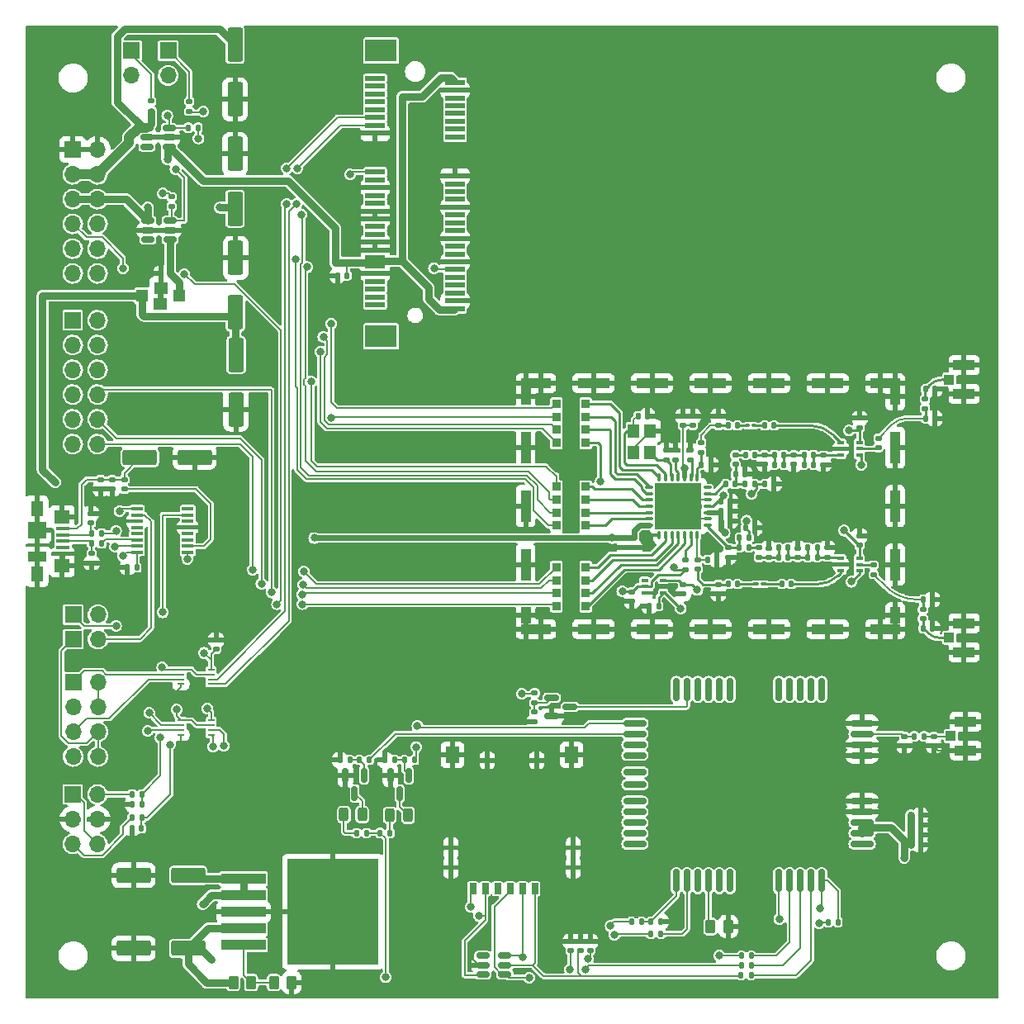
<source format=gtl>
%TF.GenerationSoftware,KiCad,Pcbnew,6.0.4-6f826c9f35~116~ubuntu18.04.1*%
%TF.CreationDate,2022-03-28T11:59:59-03:00*%
%TF.ProjectId,CommBoard,436f6d6d-426f-4617-9264-2e6b69636164,rev?*%
%TF.SameCoordinates,Original*%
%TF.FileFunction,Copper,L1,Top*%
%TF.FilePolarity,Positive*%
%FSLAX46Y46*%
G04 Gerber Fmt 4.6, Leading zero omitted, Abs format (unit mm)*
G04 Created by KiCad (PCBNEW 6.0.4-6f826c9f35~116~ubuntu18.04.1) date 2022-03-28 11:59:59*
%MOMM*%
%LPD*%
G01*
G04 APERTURE LIST*
G04 Aperture macros list*
%AMRoundRect*
0 Rectangle with rounded corners*
0 $1 Rounding radius*
0 $2 $3 $4 $5 $6 $7 $8 $9 X,Y pos of 4 corners*
0 Add a 4 corners polygon primitive as box body*
4,1,4,$2,$3,$4,$5,$6,$7,$8,$9,$2,$3,0*
0 Add four circle primitives for the rounded corners*
1,1,$1+$1,$2,$3*
1,1,$1+$1,$4,$5*
1,1,$1+$1,$6,$7*
1,1,$1+$1,$8,$9*
0 Add four rect primitives between the rounded corners*
20,1,$1+$1,$2,$3,$4,$5,0*
20,1,$1+$1,$4,$5,$6,$7,0*
20,1,$1+$1,$6,$7,$8,$9,0*
20,1,$1+$1,$8,$9,$2,$3,0*%
G04 Aperture macros list end*
%TA.AperFunction,SMDPad,CuDef*%
%ADD10RoundRect,0.140000X0.170000X-0.140000X0.170000X0.140000X-0.170000X0.140000X-0.170000X-0.140000X0*%
%TD*%
%TA.AperFunction,SMDPad,CuDef*%
%ADD11R,0.900000X0.900000*%
%TD*%
%TA.AperFunction,SMDPad,CuDef*%
%ADD12RoundRect,0.147500X-0.172500X0.147500X-0.172500X-0.147500X0.172500X-0.147500X0.172500X0.147500X0*%
%TD*%
%TA.AperFunction,SMDPad,CuDef*%
%ADD13RoundRect,0.250000X1.500000X0.550000X-1.500000X0.550000X-1.500000X-0.550000X1.500000X-0.550000X0*%
%TD*%
%TA.AperFunction,SMDPad,CuDef*%
%ADD14RoundRect,0.140000X-0.170000X0.140000X-0.170000X-0.140000X0.170000X-0.140000X0.170000X0.140000X0*%
%TD*%
%TA.AperFunction,SMDPad,CuDef*%
%ADD15RoundRect,0.250000X0.550000X-1.500000X0.550000X1.500000X-0.550000X1.500000X-0.550000X-1.500000X0*%
%TD*%
%TA.AperFunction,SMDPad,CuDef*%
%ADD16O,0.750000X2.400000*%
%TD*%
%TA.AperFunction,SMDPad,CuDef*%
%ADD17O,2.400000X0.750000*%
%TD*%
%TA.AperFunction,SMDPad,CuDef*%
%ADD18RoundRect,0.250000X-0.550000X1.500000X-0.550000X-1.500000X0.550000X-1.500000X0.550000X1.500000X0*%
%TD*%
%TA.AperFunction,SMDPad,CuDef*%
%ADD19RoundRect,0.135000X0.185000X-0.135000X0.185000X0.135000X-0.185000X0.135000X-0.185000X-0.135000X0*%
%TD*%
%TA.AperFunction,SMDPad,CuDef*%
%ADD20RoundRect,0.150000X0.512500X0.150000X-0.512500X0.150000X-0.512500X-0.150000X0.512500X-0.150000X0*%
%TD*%
%TA.AperFunction,SMDPad,CuDef*%
%ADD21RoundRect,0.140000X-0.140000X-0.170000X0.140000X-0.170000X0.140000X0.170000X-0.140000X0.170000X0*%
%TD*%
%TA.AperFunction,SMDPad,CuDef*%
%ADD22RoundRect,0.135000X-0.135000X-0.185000X0.135000X-0.185000X0.135000X0.185000X-0.135000X0.185000X0*%
%TD*%
%TA.AperFunction,SMDPad,CuDef*%
%ADD23RoundRect,0.250000X0.262500X0.450000X-0.262500X0.450000X-0.262500X-0.450000X0.262500X-0.450000X0*%
%TD*%
%TA.AperFunction,SMDPad,CuDef*%
%ADD24RoundRect,0.150000X-0.150000X0.587500X-0.150000X-0.587500X0.150000X-0.587500X0.150000X0.587500X0*%
%TD*%
%TA.AperFunction,SMDPad,CuDef*%
%ADD25RoundRect,0.250000X-1.500000X-0.550000X1.500000X-0.550000X1.500000X0.550000X-1.500000X0.550000X0*%
%TD*%
%TA.AperFunction,SMDPad,CuDef*%
%ADD26RoundRect,0.147500X-0.147500X-0.172500X0.147500X-0.172500X0.147500X0.172500X-0.147500X0.172500X0*%
%TD*%
%TA.AperFunction,SMDPad,CuDef*%
%ADD27RoundRect,0.150000X-0.587500X-0.150000X0.587500X-0.150000X0.587500X0.150000X-0.587500X0.150000X0*%
%TD*%
%TA.AperFunction,SMDPad,CuDef*%
%ADD28R,1.200000X0.400000*%
%TD*%
%TA.AperFunction,SMDPad,CuDef*%
%ADD29R,1.380000X0.450000*%
%TD*%
%TA.AperFunction,SMDPad,CuDef*%
%ADD30R,1.550000X1.425000*%
%TD*%
%TA.AperFunction,SMDPad,CuDef*%
%ADD31R,1.300000X1.650000*%
%TD*%
%TA.AperFunction,SMDPad,CuDef*%
%ADD32R,1.900000X1.000000*%
%TD*%
%TA.AperFunction,SMDPad,CuDef*%
%ADD33R,1.900000X1.800000*%
%TD*%
%TA.AperFunction,ComponentPad*%
%ADD34R,1.700000X1.700000*%
%TD*%
%TA.AperFunction,ComponentPad*%
%ADD35O,1.700000X1.700000*%
%TD*%
%TA.AperFunction,SMDPad,CuDef*%
%ADD36RoundRect,0.140000X0.140000X0.170000X-0.140000X0.170000X-0.140000X-0.170000X0.140000X-0.170000X0*%
%TD*%
%TA.AperFunction,SMDPad,CuDef*%
%ADD37RoundRect,0.135000X0.135000X0.185000X-0.135000X0.185000X-0.135000X-0.185000X0.135000X-0.185000X0*%
%TD*%
%TA.AperFunction,SMDPad,CuDef*%
%ADD38RoundRect,0.147500X0.172500X-0.147500X0.172500X0.147500X-0.172500X0.147500X-0.172500X-0.147500X0*%
%TD*%
%TA.AperFunction,SMDPad,CuDef*%
%ADD39R,0.700000X0.400000*%
%TD*%
%TA.AperFunction,SMDPad,CuDef*%
%ADD40RoundRect,0.147500X0.147500X0.172500X-0.147500X0.172500X-0.147500X-0.172500X0.147500X-0.172500X0*%
%TD*%
%TA.AperFunction,SMDPad,CuDef*%
%ADD41R,1.050000X1.000000*%
%TD*%
%TA.AperFunction,SMDPad,CuDef*%
%ADD42R,2.200000X1.050000*%
%TD*%
%TA.AperFunction,SMDPad,CuDef*%
%ADD43RoundRect,0.150000X-0.512500X-0.150000X0.512500X-0.150000X0.512500X0.150000X-0.512500X0.150000X0*%
%TD*%
%TA.AperFunction,SMDPad,CuDef*%
%ADD44R,2.000000X0.600000*%
%TD*%
%TA.AperFunction,SMDPad,CuDef*%
%ADD45R,3.200000X2.300000*%
%TD*%
%TA.AperFunction,SMDPad,CuDef*%
%ADD46R,0.750000X0.250000*%
%TD*%
%TA.AperFunction,SMDPad,CuDef*%
%ADD47R,0.650000X0.400000*%
%TD*%
%TA.AperFunction,SMDPad,CuDef*%
%ADD48RoundRect,0.135000X-0.185000X0.135000X-0.185000X-0.135000X0.185000X-0.135000X0.185000X0.135000X0*%
%TD*%
%TA.AperFunction,SMDPad,CuDef*%
%ADD49R,0.650000X1.150000*%
%TD*%
%TA.AperFunction,SMDPad,CuDef*%
%ADD50R,0.540000X0.800000*%
%TD*%
%TA.AperFunction,SMDPad,CuDef*%
%ADD51R,0.450000X1.300000*%
%TD*%
%TA.AperFunction,SMDPad,CuDef*%
%ADD52R,1.400000X1.700000*%
%TD*%
%TA.AperFunction,SMDPad,CuDef*%
%ADD53RoundRect,0.075000X-0.075000X0.312500X-0.075000X-0.312500X0.075000X-0.312500X0.075000X0.312500X0*%
%TD*%
%TA.AperFunction,SMDPad,CuDef*%
%ADD54RoundRect,0.075000X-0.312500X0.075000X-0.312500X-0.075000X0.312500X-0.075000X0.312500X0.075000X0*%
%TD*%
%TA.AperFunction,SMDPad,CuDef*%
%ADD55R,4.800000X4.800000*%
%TD*%
%TA.AperFunction,SMDPad,CuDef*%
%ADD56RoundRect,0.250000X-0.262500X-0.450000X0.262500X-0.450000X0.262500X0.450000X-0.262500X0.450000X0*%
%TD*%
%TA.AperFunction,SMDPad,CuDef*%
%ADD57R,1.200000X1.300000*%
%TD*%
%TA.AperFunction,SMDPad,CuDef*%
%ADD58R,1.400000X1.300000*%
%TD*%
%TA.AperFunction,SMDPad,CuDef*%
%ADD59R,4.600000X1.100000*%
%TD*%
%TA.AperFunction,SMDPad,CuDef*%
%ADD60R,9.400000X10.800000*%
%TD*%
%TA.AperFunction,SMDPad,CuDef*%
%ADD61RoundRect,0.243750X0.243750X0.456250X-0.243750X0.456250X-0.243750X-0.456250X0.243750X-0.456250X0*%
%TD*%
%TA.AperFunction,SMDPad,CuDef*%
%ADD62R,1.000000X1.750000*%
%TD*%
%TA.AperFunction,SMDPad,CuDef*%
%ADD63R,3.300000X1.000000*%
%TD*%
%TA.AperFunction,SMDPad,CuDef*%
%ADD64R,1.000000X1.000000*%
%TD*%
%TA.AperFunction,SMDPad,CuDef*%
%ADD65R,1.000000X3.300000*%
%TD*%
%TA.AperFunction,SMDPad,CuDef*%
%ADD66R,2.100000X1.000000*%
%TD*%
%TA.AperFunction,SMDPad,CuDef*%
%ADD67R,1.200000X1.400000*%
%TD*%
%TA.AperFunction,SMDPad,CuDef*%
%ADD68RoundRect,0.100000X-0.217500X-0.100000X0.217500X-0.100000X0.217500X0.100000X-0.217500X0.100000X0*%
%TD*%
%TA.AperFunction,SMDPad,CuDef*%
%ADD69RoundRect,0.100000X-0.130000X-0.100000X0.130000X-0.100000X0.130000X0.100000X-0.130000X0.100000X0*%
%TD*%
%TA.AperFunction,ViaPad*%
%ADD70C,0.800000*%
%TD*%
%TA.AperFunction,ViaPad*%
%ADD71C,0.600000*%
%TD*%
%TA.AperFunction,Conductor*%
%ADD72C,0.800000*%
%TD*%
%TA.AperFunction,Conductor*%
%ADD73C,0.200000*%
%TD*%
%TA.AperFunction,Conductor*%
%ADD74C,1.000000*%
%TD*%
%TA.AperFunction,Conductor*%
%ADD75C,0.250000*%
%TD*%
%TA.AperFunction,Conductor*%
%ADD76C,0.600000*%
%TD*%
%TA.AperFunction,Conductor*%
%ADD77C,0.500000*%
%TD*%
G04 APERTURE END LIST*
D10*
%TO.P,C26,1*%
%TO.N,Net-(C26-Pad1)*%
X87974744Y-118106233D03*
%TO.P,C26,2*%
%TO.N,GND*%
X87974744Y-117146233D03*
%TD*%
D11*
%TO.P,RN1,1,R1.1*%
%TO.N,RST_LoRa*%
X84524744Y-62026233D03*
%TO.P,RN1,2,R2.1*%
%TO.N,DIO0*%
X84524744Y-63366233D03*
%TO.P,RN1,3,R3.1*%
%TO.N,DIO1*%
X84524744Y-64686233D03*
%TO.P,RN1,4,R4.1*%
%TO.N,RXTX_RF*%
X84524744Y-66026233D03*
%TO.P,RN1,5,R4.2*%
%TO.N,RXTX_RF_ext*%
X87524744Y-66026233D03*
%TO.P,RN1,6,R3.2*%
%TO.N,DIO1_sx*%
X87524744Y-64686233D03*
%TO.P,RN1,7,R2.2*%
%TO.N,DIO0_sx*%
X87524744Y-63366233D03*
%TO.P,RN1,8,R1.2*%
%TO.N,RST_sx*%
X87524744Y-62026233D03*
%TD*%
D12*
%TO.P,L9,1,1*%
%TO.N,Net-(C55-Pad2)*%
X105274744Y-76806233D03*
%TO.P,L9,2,2*%
%TO.N,Net-(C59-Pad1)*%
X105274744Y-77776233D03*
%TD*%
D13*
%TO.P,C21,1*%
%TO.N,+3V8*%
X46774744Y-117876233D03*
%TO.P,C21,2*%
%TO.N,GND*%
X41174744Y-117876233D03*
%TD*%
D14*
%TO.P,C43,1*%
%TO.N,+3V3*%
X97524744Y-80566233D03*
%TO.P,C43,2*%
%TO.N,GND*%
X97524744Y-81526233D03*
%TD*%
D15*
%TO.P,C14,1*%
%TO.N,+3V3*%
X51624744Y-52676233D03*
%TO.P,C14,2*%
%TO.N,GND*%
X51624744Y-47076233D03*
%TD*%
D16*
%TO.P,U8,1,AGND*%
%TO.N,unconnected-(U8-Pad1)*%
X111724744Y-91326233D03*
%TO.P,U8,2,MIC2P*%
%TO.N,unconnected-(U8-Pad2)*%
X110624744Y-91326233D03*
%TO.P,U8,3,MIC2N*%
%TO.N,unconnected-(U8-Pad3)*%
X109524744Y-91326233D03*
%TO.P,U8,4,MIC1P*%
%TO.N,unconnected-(U8-Pad4)*%
X108424744Y-91326233D03*
%TO.P,U8,5,MIC1N*%
%TO.N,unconnected-(U8-Pad5)*%
X107324744Y-91326233D03*
%TO.P,U8,6,SPK1N*%
%TO.N,unconnected-(U8-Pad6)*%
X102324744Y-91326233D03*
%TO.P,U8,7,SPK1P*%
%TO.N,unconnected-(U8-Pad7)*%
X101224744Y-91326233D03*
%TO.P,U8,8,LOUDSPKN*%
%TO.N,unconnected-(U8-Pad8)*%
X100124744Y-91326233D03*
%TO.P,U8,9,LOUDSPKP*%
%TO.N,unconnected-(U8-Pad9)*%
X99024744Y-91326233D03*
%TO.P,U8,10,~{PWRKEY}*%
%TO.N,Net-(Q1-Pad3)*%
X97924744Y-91326233D03*
%TO.P,U8,11,~{EMERG_OFF}*%
%TO.N,unconnected-(U8-Pad11)*%
X96824744Y-91326233D03*
D17*
%TO.P,U8,12,STATUS*%
%TO.N,STAT*%
X92574744Y-94776233D03*
%TO.P,U8,13,NETLIGHT*%
%TO.N,NETLIGHT*%
X92574744Y-95876233D03*
%TO.P,U8,14,DBG_RXD*%
%TO.N,unconnected-(U8-Pad14)*%
X92574744Y-96976233D03*
%TO.P,U8,15,DBG_TXD*%
%TO.N,unconnected-(U8-Pad15)*%
X92574744Y-98076233D03*
%TO.P,U8,16,RESERVED*%
%TO.N,unconnected-(U8-Pad16)*%
X92574744Y-102776233D03*
%TO.P,U8,17,RESERVED*%
%TO.N,unconnected-(U8-Pad17)*%
X92574744Y-103876233D03*
%TO.P,U8,18,RESERVED*%
%TO.N,unconnected-(U8-Pad18)*%
X92574744Y-104976233D03*
%TO.P,U8,19,VDD_EXT*%
%TO.N,unconnected-(U8-Pad19)*%
X92574744Y-106076233D03*
%TO.P,U8,20,DTR*%
%TO.N,unconnected-(U8-Pad20)*%
X92574744Y-107176233D03*
D16*
%TO.P,U8,21,RXD*%
%TO.N,Net-(R11-Pad1)*%
X96824744Y-110926233D03*
%TO.P,U8,22,TXD*%
%TO.N,Net-(R14-Pad1)*%
X97924744Y-110926233D03*
%TO.P,U8,23,CTS*%
%TO.N,unconnected-(U8-Pad23)*%
X99024744Y-110926233D03*
%TO.P,U8,24,RTS*%
%TO.N,Net-(R17-Pad2)*%
X100124744Y-110926233D03*
%TO.P,U8,25,DCD*%
%TO.N,unconnected-(U8-Pad25)*%
X101224744Y-110926233D03*
%TO.P,U8,26,RI*%
%TO.N,unconnected-(U8-Pad26)*%
X102324744Y-110926233D03*
%TO.P,U8,27,SIM_VDD*%
%TO.N,SIM_VDD*%
X107324744Y-110926233D03*
%TO.P,U8,28,SIM_RST*%
%TO.N,SIM_RST*%
X108424744Y-110926233D03*
%TO.P,U8,29,SIM_DATA*%
%TO.N,SIM_DATA*%
X109524744Y-110926233D03*
%TO.P,U8,30,SIM_CLK*%
%TO.N,SIM_CLK*%
X110624744Y-110926233D03*
%TO.P,U8,31,SIM_GND*%
%TO.N,SIM_GND*%
X111724744Y-110926233D03*
D17*
%TO.P,U8,32,VRTC*%
%TO.N,unconnected-(U8-Pad32)*%
X115874744Y-107176233D03*
%TO.P,U8,33,VBAT*%
%TO.N,+3V8*%
X115874744Y-106076233D03*
%TO.P,U8,34,VBAT*%
X115874744Y-104976233D03*
%TO.P,U8,35,GND*%
%TO.N,GND*%
X115874744Y-103876233D03*
%TO.P,U8,36,GND*%
X115874744Y-102776233D03*
%TO.P,U8,37,GND*%
X115874744Y-98076233D03*
%TO.P,U8,38,GND*%
X115874744Y-96976233D03*
%TO.P,U8,39,RF_ANT*%
%TO.N,Net-(C20-Pad1)*%
X115874744Y-95876233D03*
%TO.P,U8,40,GND*%
%TO.N,GND*%
X115874744Y-94776233D03*
%TO.P,U8,41,RESERVED*%
%TO.N,unconnected-(U8-Pad41)*%
X92574744Y-99776233D03*
%TO.P,U8,42,RESERVED*%
%TO.N,unconnected-(U8-Pad42)*%
X92574744Y-101076233D03*
%TD*%
D18*
%TO.P,C16,1*%
%TO.N,+3V3*%
X51674744Y-57026233D03*
%TO.P,C16,2*%
%TO.N,GND*%
X51674744Y-62626233D03*
%TD*%
D10*
%TO.P,C39,1*%
%TO.N,+3V3*%
X98524744Y-64276233D03*
%TO.P,C39,2*%
%TO.N,GND*%
X98524744Y-63316233D03*
%TD*%
D19*
%TO.P,R3,1*%
%TO.N,3.3V*%
X46874744Y-32036233D03*
%TO.P,R3,2*%
%TO.N,Net-(J4-Pad1)*%
X46874744Y-31016233D03*
%TD*%
D20*
%TO.P,U4,1,OUT*%
%TO.N,+5V*%
X44812244Y-35676233D03*
%TO.P,U4,2,GND*%
%TO.N,GND*%
X44812244Y-34726233D03*
%TO.P,U4,3,ON*%
%TO.N,Net-(J5-Pad2)*%
X44812244Y-33776233D03*
%TO.P,U4,4,IN*%
%TO.N,+5*%
X42537244Y-33776233D03*
%TO.P,U4,5,GND*%
%TO.N,GND*%
X42537244Y-34726233D03*
%TO.P,U4,6,NC*%
%TO.N,unconnected-(U4-Pad6)*%
X42537244Y-35676233D03*
%TD*%
D21*
%TO.P,C60,1*%
%TO.N,Net-(C60-Pad1)*%
X107644744Y-80526233D03*
%TO.P,C60,2*%
%TO.N,Net-(C60-Pad2)*%
X108604744Y-80526233D03*
%TD*%
D22*
%TO.P,R2,1*%
%TO.N,Net-(J1-Pad5)*%
X41014744Y-104476233D03*
%TO.P,R2,2*%
%TO.N,GSM_EN*%
X42034744Y-104476233D03*
%TD*%
D14*
%TO.P,C6,1*%
%TO.N,Net-(C5-Pad1)*%
X37774744Y-69791233D03*
%TO.P,C6,2*%
%TO.N,GND*%
X37774744Y-70751233D03*
%TD*%
%TO.P,C5,1*%
%TO.N,Net-(C5-Pad1)*%
X38974744Y-69811233D03*
%TO.P,C5,2*%
%TO.N,GND*%
X38974744Y-70771233D03*
%TD*%
D21*
%TO.P,C49,1*%
%TO.N,Net-(C47-Pad1)*%
X102124744Y-64276233D03*
%TO.P,C49,2*%
%TO.N,Net-(C49-Pad2)*%
X103084744Y-64276233D03*
%TD*%
%TO.P,C25,1*%
%TO.N,+3V8*%
X120894744Y-107226233D03*
%TO.P,C25,2*%
%TO.N,GND*%
X121854744Y-107226233D03*
%TD*%
D22*
%TO.P,R7,1*%
%TO.N,D-*%
X36864744Y-75326233D03*
%TO.P,R7,2*%
%TO.N,Net-(R7-Pad2)*%
X37884744Y-75326233D03*
%TD*%
D23*
%TO.P,R17,1*%
%TO.N,GND*%
X102137244Y-115626233D03*
%TO.P,R17,2*%
%TO.N,Net-(R17-Pad2)*%
X100312244Y-115626233D03*
%TD*%
D24*
%TO.P,Q2,1,B*%
%TO.N,Net-(Q2-Pad1)*%
X69387244Y-100113733D03*
%TO.P,Q2,2,E*%
%TO.N,GND*%
X67487244Y-100113733D03*
%TO.P,Q2,3,C*%
%TO.N,Net-(D1-Pad1)*%
X68437244Y-101988733D03*
%TD*%
D25*
%TO.P,C8,1*%
%TO.N,Net-(C5-Pad1)*%
X41824744Y-67526233D03*
%TO.P,C8,2*%
%TO.N,GND*%
X47424744Y-67526233D03*
%TD*%
D26*
%TO.P,L8,1,1*%
%TO.N,Net-(C54-Pad2)*%
X103889744Y-67276233D03*
%TO.P,L8,2,2*%
%TO.N,Net-(C57-Pad1)*%
X104859744Y-67276233D03*
%TD*%
D10*
%TO.P,C7,1*%
%TO.N,D-*%
X36824744Y-74226233D03*
%TO.P,C7,2*%
%TO.N,GND*%
X36824744Y-73266233D03*
%TD*%
D22*
%TO.P,R26,1*%
%TO.N,Net-(D3-Pad2)*%
X64017244Y-106051233D03*
%TO.P,R26,2*%
%TO.N,+3V8*%
X65037244Y-106051233D03*
%TD*%
D10*
%TO.P,C70,1*%
%TO.N,Net-(C70-Pad1)*%
X117054744Y-79526233D03*
%TO.P,C70,2*%
%TO.N,Net-(C70-Pad2)*%
X117054744Y-78566233D03*
%TD*%
D21*
%TO.P,C58,1*%
%TO.N,Net-(C58-Pad1)*%
X105874744Y-64276233D03*
%TO.P,C58,2*%
%TO.N,Net-(C58-Pad2)*%
X106834744Y-64276233D03*
%TD*%
%TO.P,C28,1*%
%TO.N,SIM_VDD*%
X112414744Y-115176233D03*
%TO.P,C28,2*%
%TO.N,SIM_GND*%
X113374744Y-115176233D03*
%TD*%
D27*
%TO.P,Q1,1,B*%
%TO.N,Net-(Q1-Pad1)*%
X84037244Y-92176233D03*
%TO.P,Q1,2,E*%
%TO.N,GND*%
X84037244Y-94076233D03*
%TO.P,Q1,3,C*%
%TO.N,Net-(Q1-Pad3)*%
X85912244Y-93126233D03*
%TD*%
D14*
%TO.P,C67,1*%
%TO.N,Net-(C65-Pad2)*%
X111904744Y-67316233D03*
%TO.P,C67,2*%
%TO.N,GND*%
X111904744Y-68276233D03*
%TD*%
D28*
%TO.P,U5,1,VCCIO*%
%TO.N,Net-(C13-Pad1)*%
X41524744Y-72803733D03*
%TO.P,U5,2,RXD*%
%TO.N,FT_RX*%
X41524744Y-73438733D03*
%TO.P,U5,3,GND*%
%TO.N,GND*%
X41524744Y-74073733D03*
%TO.P,U5,4,~{CTS}*%
%TO.N,unconnected-(U5-Pad4)*%
X41524744Y-74708733D03*
%TO.P,U5,5,CBUS2*%
%TO.N,unconnected-(U5-Pad5)*%
X41524744Y-75343733D03*
%TO.P,U5,6,USBDP*%
%TO.N,Net-(R8-Pad2)*%
X41524744Y-75978733D03*
%TO.P,U5,7,USBDM*%
%TO.N,Net-(R7-Pad2)*%
X41524744Y-76613733D03*
%TO.P,U5,8,3V3OUT*%
%TO.N,Net-(C13-Pad1)*%
X41524744Y-77248733D03*
%TO.P,U5,9,~{RESET}*%
X46724744Y-77248733D03*
%TO.P,U5,10,VCC*%
%TO.N,Net-(L1-Pad2)*%
X46724744Y-76613733D03*
%TO.P,U5,11,CBUS1*%
%TO.N,unconnected-(U5-Pad11)*%
X46724744Y-75978733D03*
%TO.P,U5,12,CBUS0*%
%TO.N,unconnected-(U5-Pad12)*%
X46724744Y-75343733D03*
%TO.P,U5,13,GND*%
%TO.N,GND*%
X46724744Y-74708733D03*
%TO.P,U5,14,CBUS3*%
%TO.N,unconnected-(U5-Pad14)*%
X46724744Y-74073733D03*
%TO.P,U5,15,TXD*%
%TO.N,FT_TX*%
X46724744Y-73438733D03*
%TO.P,U5,16,~{RTS}*%
%TO.N,unconnected-(U5-Pad16)*%
X46724744Y-72803733D03*
%TD*%
D14*
%TO.P,C19,1*%
%TO.N,Net-(C19-Pad1)*%
X123224744Y-96146233D03*
%TO.P,C19,2*%
%TO.N,GND*%
X123224744Y-97106233D03*
%TD*%
D22*
%TO.P,R24,1*%
%TO.N,Net-(Q3-Pad1)*%
X64327244Y-98551233D03*
%TO.P,R24,2*%
%TO.N,NETLIGHT*%
X65347244Y-98551233D03*
%TD*%
D21*
%TO.P,C22,1*%
%TO.N,+3V8*%
X120894744Y-104226233D03*
%TO.P,C22,2*%
%TO.N,GND*%
X121854744Y-104226233D03*
%TD*%
D29*
%TO.P,J2,1,VBUS*%
%TO.N,Net-(C5-Pad1)*%
X33934744Y-74826233D03*
%TO.P,J2,2,D-*%
%TO.N,D-*%
X33934744Y-75476233D03*
%TO.P,J2,3,D+*%
%TO.N,D+*%
X33934744Y-76126233D03*
%TO.P,J2,4,ID*%
%TO.N,unconnected-(J2-Pad4)*%
X33934744Y-76776233D03*
%TO.P,J2,5,GND*%
%TO.N,GND*%
X33934744Y-77426233D03*
D30*
%TO.P,J2,6,Shield*%
X33849744Y-73638733D03*
D31*
X31274744Y-72751233D03*
X31274744Y-79501233D03*
D32*
X31274744Y-77676233D03*
D33*
X31274744Y-74976233D03*
D30*
X33849744Y-78613733D03*
%TD*%
D10*
%TO.P,C34,1*%
%TO.N,+3V3*%
X115624744Y-64481233D03*
%TO.P,C34,2*%
%TO.N,GND*%
X115624744Y-63521233D03*
%TD*%
D34*
%TO.P,J6,1,Pin_1*%
%TO.N,TX*%
X34974744Y-83666233D03*
D35*
%TO.P,J6,2,Pin_2*%
%TO.N,FT_TX*%
X37514744Y-83666233D03*
%TD*%
D21*
%TO.P,C65,1*%
%TO.N,Net-(C61-Pad2)*%
X109924744Y-68276233D03*
%TO.P,C65,2*%
%TO.N,Net-(C65-Pad2)*%
X110884744Y-68276233D03*
%TD*%
D18*
%TO.P,C4,1*%
%TO.N,+5*%
X51574744Y-25226233D03*
%TO.P,C4,2*%
%TO.N,GND*%
X51574744Y-30826233D03*
%TD*%
D21*
%TO.P,C62,1*%
%TO.N,Net-(C59-Pad1)*%
X107294744Y-76776233D03*
%TO.P,C62,2*%
%TO.N,Net-(C62-Pad2)*%
X108254744Y-76776233D03*
%TD*%
D36*
%TO.P,C2,1*%
%TO.N,GSM_EN*%
X41984744Y-105576233D03*
%TO.P,C2,2*%
%TO.N,GND*%
X41024744Y-105576233D03*
%TD*%
D37*
%TO.P,R1,1*%
%TO.N,SW_EN*%
X42024744Y-102076233D03*
%TO.P,R1,2*%
%TO.N,Net-(J1-Pad2)*%
X41004744Y-102076233D03*
%TD*%
D22*
%TO.P,R8,1*%
%TO.N,D+*%
X36874744Y-76376233D03*
%TO.P,R8,2*%
%TO.N,Net-(R8-Pad2)*%
X37894744Y-76376233D03*
%TD*%
D38*
%TO.P,L4,1,1*%
%TO.N,Net-(L2-Pad2)*%
X99374744Y-66996233D03*
%TO.P,L4,2,2*%
%TO.N,Net-(C47-Pad1)*%
X99374744Y-66026233D03*
%TD*%
D19*
%TO.P,R4,1*%
%TO.N,+5*%
X42974744Y-32026233D03*
%TO.P,R4,2*%
%TO.N,Net-(J5-Pad1)*%
X42974744Y-31006233D03*
%TD*%
D14*
%TO.P,C63,1*%
%TO.N,Net-(C61-Pad2)*%
X108874744Y-67296233D03*
%TO.P,C63,2*%
%TO.N,GND*%
X108874744Y-68256233D03*
%TD*%
D37*
%TO.P,R14,1*%
%TO.N,Net-(R14-Pad1)*%
X95244744Y-116376233D03*
%TO.P,R14,2*%
%TO.N,GSM_TX*%
X94224744Y-116376233D03*
%TD*%
D34*
%TO.P,J7,1,Pin_1*%
%TO.N,RX*%
X34974744Y-86166233D03*
D35*
%TO.P,J7,2,Pin_2*%
%TO.N,FT_RX*%
X37514744Y-86166233D03*
%TD*%
D10*
%TO.P,C17,1*%
%TO.N,+3V3*%
X49624744Y-87206233D03*
%TO.P,C17,2*%
%TO.N,GND*%
X49624744Y-86246233D03*
%TD*%
D39*
%TO.P,U12,1,RF1*%
%TO.N,Net-(C66-Pad2)*%
X113674744Y-77876233D03*
%TO.P,U12,2,GND*%
%TO.N,GND*%
X113674744Y-78526233D03*
%TO.P,U12,3,RF2*%
%TO.N,Net-(C60-Pad2)*%
X113674744Y-79176233D03*
%TO.P,U12,4,CTRL*%
%TO.N,RXTX_RF_ext*%
X115574744Y-79176233D03*
%TO.P,U12,5,RFC*%
%TO.N,Net-(C70-Pad2)*%
X115574744Y-78526233D03*
%TO.P,U12,6,VDD*%
%TO.N,+3V3*%
X115574744Y-77876233D03*
%TD*%
D21*
%TO.P,C50,1*%
%TO.N,Net-(C44-Pad1)*%
X105874744Y-70276233D03*
%TO.P,C50,2*%
%TO.N,GND*%
X106834744Y-70276233D03*
%TD*%
D26*
%TO.P,L13,1,1*%
%TO.N,Net-(C62-Pad2)*%
X110289744Y-77776233D03*
%TO.P,L13,2,2*%
%TO.N,Net-(C66-Pad2)*%
X111259744Y-77776233D03*
%TD*%
D34*
%TO.P,J4,1,Pin_1*%
%TO.N,Net-(J4-Pad1)*%
X44724744Y-25836233D03*
D35*
%TO.P,J4,2,Pin_2*%
%TO.N,Net-(J4-Pad2)*%
X44724744Y-28376233D03*
%TD*%
D36*
%TO.P,C13,1*%
%TO.N,Net-(C13-Pad1)*%
X41504744Y-78826233D03*
%TO.P,C13,2*%
%TO.N,GND*%
X40544744Y-78826233D03*
%TD*%
D21*
%TO.P,C72,1*%
%TO.N,Net-(C70-Pad1)*%
X122114744Y-82101233D03*
%TO.P,C72,2*%
%TO.N,GND*%
X123074744Y-82101233D03*
%TD*%
D10*
%TO.P,C30,1*%
%TO.N,VR_ANA*%
X98274744Y-67776233D03*
%TO.P,C30,2*%
%TO.N,GND*%
X98274744Y-66816233D03*
%TD*%
D40*
%TO.P,L7,1,1*%
%TO.N,Net-(C44-Pad1)*%
X104259744Y-75776233D03*
%TO.P,L7,2,2*%
%TO.N,Net-(C53-Pad1)*%
X103289744Y-75776233D03*
%TD*%
D41*
%TO.P,J13,1,In*%
%TO.N,Net-(C73-Pad1)*%
X124799744Y-59551233D03*
D42*
%TO.P,J13,2,Ext*%
%TO.N,GND*%
X126324744Y-58076233D03*
X126324744Y-61026233D03*
%TD*%
D43*
%TO.P,D2,1,IO1*%
%TO.N,unconnected-(D2-Pad1)*%
X76974744Y-118626233D03*
%TO.P,D2,2,GND*%
%TO.N,GND*%
X76974744Y-119576233D03*
%TO.P,D2,3,IO2*%
%TO.N,SIM_VDD*%
X76974744Y-120526233D03*
%TO.P,D2,4,IO3*%
%TO.N,Net-(C26-Pad1)*%
X79249744Y-120526233D03*
%TO.P,D2,5,IO4*%
%TO.N,Net-(C27-Pad1)*%
X79249744Y-119576233D03*
%TO.P,D2,6,IO5*%
%TO.N,Net-(C29-Pad1)*%
X79249744Y-118626233D03*
%TD*%
D10*
%TO.P,C47,1*%
%TO.N,Net-(C47-Pad1)*%
X101124744Y-64276233D03*
%TO.P,C47,2*%
%TO.N,GND*%
X101124744Y-63316233D03*
%TD*%
D14*
%TO.P,C48,1*%
%TO.N,Net-(C48-Pad1)*%
X101124744Y-80546233D03*
%TO.P,C48,2*%
%TO.N,GND*%
X101124744Y-81506233D03*
%TD*%
D44*
%TO.P,U2,1,NC*%
%TO.N,unconnected-(U2-Pad1)*%
X65949744Y-28676233D03*
%TO.P,U2,2,VDD*%
%TO.N,+5V*%
X74149744Y-29076233D03*
%TO.P,U2,3,NC*%
%TO.N,unconnected-(U2-Pad3)*%
X65949744Y-29476233D03*
%TO.P,U2,4,GND*%
%TO.N,GND*%
X74149744Y-29876233D03*
%TO.P,U2,5,NC*%
%TO.N,unconnected-(U2-Pad5)*%
X65949744Y-30276233D03*
%TO.P,U2,6,NC*%
%TO.N,unconnected-(U2-Pad6)*%
X74149744Y-30676233D03*
%TO.P,U2,7,NC*%
%TO.N,unconnected-(U2-Pad7)*%
X65949744Y-31076233D03*
%TO.P,U2,8,NC*%
%TO.N,unconnected-(U2-Pad8)*%
X74149744Y-31476233D03*
%TO.P,U2,9,NC*%
%TO.N,unconnected-(U2-Pad9)*%
X65949744Y-31876233D03*
%TO.P,U2,10,NC*%
%TO.N,unconnected-(U2-Pad10)*%
X74149744Y-32276233D03*
%TO.P,U2,11,UART_RX*%
%TO.N,SW_RX*%
X65949744Y-32676233D03*
%TO.P,U2,12,NC*%
%TO.N,unconnected-(U2-Pad12)*%
X74149744Y-33076233D03*
%TO.P,U2,13,UART_TX*%
%TO.N,SW_TX*%
X65949744Y-33476233D03*
%TO.P,U2,14,NC*%
%TO.N,unconnected-(U2-Pad14)*%
X74149744Y-33876233D03*
%TO.P,U2,15,GND*%
%TO.N,GND*%
X65949744Y-34276233D03*
%TO.P,U2,16,NC*%
%TO.N,unconnected-(U2-Pad16)*%
X74149744Y-34676233D03*
%TO.P,U2,17,T/R_OUT*%
%TO.N,T{slash}R*%
X65949744Y-38276233D03*
%TO.P,U2,18,GND*%
%TO.N,GND*%
X74149744Y-38676233D03*
%TO.P,U2,19,NC*%
%TO.N,unconnected-(U2-Pad19)*%
X65949744Y-39076233D03*
%TO.P,U2,20,NC*%
%TO.N,unconnected-(U2-Pad20)*%
X74149744Y-39476233D03*
%TO.P,U2,21,GND*%
%TO.N,GND*%
X65949744Y-39876233D03*
%TO.P,U2,22,NC*%
%TO.N,unconnected-(U2-Pad22)*%
X74149744Y-40276233D03*
%TO.P,U2,23,NC*%
%TO.N,unconnected-(U2-Pad23)*%
X65949744Y-40676233D03*
%TO.P,U2,24,NC*%
%TO.N,unconnected-(U2-Pad24)*%
X74149744Y-41076233D03*
%TO.P,U2,25,NC*%
%TO.N,unconnected-(U2-Pad25)*%
X65949744Y-41476233D03*
%TO.P,U2,26,GND*%
%TO.N,GND*%
X74149744Y-41876233D03*
%TO.P,U2,27,GND*%
X65949744Y-42276233D03*
%TO.P,U2,28,NC*%
%TO.N,unconnected-(U2-Pad28)*%
X74149744Y-42676233D03*
%TO.P,U2,29,GND*%
%TO.N,GND*%
X65949744Y-43076233D03*
%TO.P,U2,30,NC*%
%TO.N,unconnected-(U2-Pad30)*%
X74149744Y-43476233D03*
%TO.P,U2,31,NC*%
%TO.N,unconnected-(U2-Pad31)*%
X65949744Y-43876233D03*
%TO.P,U2,32,NC*%
%TO.N,unconnected-(U2-Pad32)*%
X74149744Y-44276233D03*
%TO.P,U2,33,NC*%
%TO.N,unconnected-(U2-Pad33)*%
X65949744Y-44676233D03*
%TO.P,U2,34,GND*%
%TO.N,GND*%
X74149744Y-45076233D03*
%TO.P,U2,35,GND*%
X65949744Y-45476233D03*
%TO.P,U2,36,NC*%
%TO.N,unconnected-(U2-Pad36)*%
X74149744Y-45876233D03*
%TO.P,U2,37,GND*%
%TO.N,GND*%
X65949744Y-46276233D03*
%TO.P,U2,38,NC*%
%TO.N,unconnected-(U2-Pad38)*%
X74149744Y-46676233D03*
%TO.P,U2,39,VDD*%
%TO.N,+5V*%
X65949744Y-47076233D03*
%TO.P,U2,40,GND*%
%TO.N,GND*%
X74149744Y-47476233D03*
%TO.P,U2,41,VDD*%
%TO.N,+5V*%
X65949744Y-47876233D03*
%TO.P,U2,42,GPIO*%
%TO.N,GPIO*%
X74149744Y-48276233D03*
%TO.P,U2,43,GND*%
%TO.N,GND*%
X65949744Y-48676233D03*
%TO.P,U2,44,NC*%
%TO.N,unconnected-(U2-Pad44)*%
X74149744Y-49076233D03*
%TO.P,U2,45,NC*%
%TO.N,unconnected-(U2-Pad45)*%
X65949744Y-49476233D03*
%TO.P,U2,46,NC*%
%TO.N,unconnected-(U2-Pad46)*%
X74149744Y-49876233D03*
%TO.P,U2,47,NC*%
%TO.N,unconnected-(U2-Pad47)*%
X65949744Y-50276233D03*
%TO.P,U2,48,NC*%
%TO.N,unconnected-(U2-Pad48)*%
X74149744Y-50676233D03*
%TO.P,U2,49,NC*%
%TO.N,unconnected-(U2-Pad49)*%
X65949744Y-51076233D03*
%TO.P,U2,50,GND*%
%TO.N,GND*%
X74149744Y-51476233D03*
%TO.P,U2,51,NC*%
%TO.N,unconnected-(U2-Pad51)*%
X65949744Y-51876233D03*
%TO.P,U2,52,VDD*%
%TO.N,+5V*%
X74149744Y-52276233D03*
D45*
%TO.P,U2,MP*%
%TO.N,N/C*%
X66549744Y-55126233D03*
X66549744Y-25826233D03*
%TD*%
D14*
%TO.P,C57,1*%
%TO.N,Net-(C57-Pad1)*%
X105849744Y-67276233D03*
%TO.P,C57,2*%
%TO.N,GND*%
X105849744Y-68236233D03*
%TD*%
D37*
%TO.P,R19,1*%
%TO.N,SIM_CLK*%
X104484744Y-120626233D03*
%TO.P,R19,2*%
%TO.N,Net-(C27-Pad1)*%
X103464744Y-120626233D03*
%TD*%
D11*
%TO.P,RN2,1,R1.1*%
%TO.N,DIO2*%
X84524744Y-70526233D03*
%TO.P,RN2,2,R2.1*%
%TO.N,DIO3*%
X84524744Y-71866233D03*
%TO.P,RN2,3,R3.1*%
%TO.N,DIO4*%
X84524744Y-73186233D03*
%TO.P,RN2,4,R4.1*%
%TO.N,DIO5*%
X84524744Y-74526233D03*
%TO.P,RN2,5,R4.2*%
%TO.N,DIO5_sx*%
X87524744Y-74526233D03*
%TO.P,RN2,6,R3.2*%
%TO.N,DIO4_sx*%
X87524744Y-73186233D03*
%TO.P,RN2,7,R2.2*%
%TO.N,DIO3_sx*%
X87524744Y-71866233D03*
%TO.P,RN2,8,R1.2*%
%TO.N,DIO2_sx*%
X87524744Y-70526233D03*
%TD*%
D21*
%TO.P,C74,1*%
%TO.N,Net-(C74-Pad1)*%
X122139744Y-85051233D03*
%TO.P,C74,2*%
%TO.N,GND*%
X123099744Y-85051233D03*
%TD*%
%TO.P,C51,1*%
%TO.N,Net-(C51-Pad1)*%
X102894744Y-69276233D03*
%TO.P,C51,2*%
%TO.N,GND*%
X103854744Y-69276233D03*
%TD*%
D26*
%TO.P,L12,1,1*%
%TO.N,Net-(C61-Pad2)*%
X109904744Y-67276233D03*
%TO.P,L12,2,2*%
%TO.N,Net-(C65-Pad2)*%
X110874744Y-67276233D03*
%TD*%
D21*
%TO.P,C61,1*%
%TO.N,Net-(C57-Pad1)*%
X106889744Y-68276233D03*
%TO.P,C61,2*%
%TO.N,Net-(C61-Pad2)*%
X107849744Y-68276233D03*
%TD*%
%TO.P,C24,1*%
%TO.N,+3V8*%
X120894744Y-106226233D03*
%TO.P,C24,2*%
%TO.N,GND*%
X121854744Y-106226233D03*
%TD*%
D46*
%TO.P,U7,1*%
%TO.N,GSM_EN*%
X46024744Y-94476233D03*
%TO.P,U7,2*%
%TO.N,GSM_RX1*%
X46024744Y-94976233D03*
%TO.P,U7,3*%
%TO.N,GSM_TX1*%
X46024744Y-95476233D03*
%TO.P,U7,4,GND*%
%TO.N,GND*%
X46024744Y-95976233D03*
%TO.P,U7,5*%
%TO.N,GSM_TX*%
X49124744Y-95976233D03*
%TO.P,U7,6*%
%TO.N,GSM_RX*%
X49124744Y-95476233D03*
%TO.P,U7,7*%
%TO.N,GSM_EN*%
X49124744Y-94976233D03*
%TO.P,U7,8,VCC*%
%TO.N,+3V3*%
X49124744Y-94476233D03*
%TD*%
D37*
%TO.P,R20,1*%
%TO.N,SIM_DATA*%
X104494744Y-119626233D03*
%TO.P,R20,2*%
%TO.N,Net-(C29-Pad1)*%
X103474744Y-119626233D03*
%TD*%
D36*
%TO.P,C45,1*%
%TO.N,{slash}RXTX_SW*%
X95004744Y-82776233D03*
%TO.P,C45,2*%
%TO.N,GND*%
X94044744Y-82776233D03*
%TD*%
D14*
%TO.P,C53,1*%
%TO.N,Net-(C53-Pad1)*%
X102174744Y-76796233D03*
%TO.P,C53,2*%
%TO.N,GND*%
X102174744Y-77756233D03*
%TD*%
D21*
%TO.P,C46,1*%
%TO.N,Net-(C46-Pad1)*%
X100044744Y-78026233D03*
%TO.P,C46,2*%
%TO.N,GND*%
X101004744Y-78026233D03*
%TD*%
D41*
%TO.P,J10,1,In*%
%TO.N,Net-(C19-Pad1)*%
X124949744Y-96101233D03*
D42*
%TO.P,J10,2,Ext*%
%TO.N,GND*%
X126474744Y-94626233D03*
X126474744Y-97576233D03*
%TD*%
D47*
%TO.P,U10,1,NC*%
%TO.N,unconnected-(U10-Pad1)*%
X93574744Y-80126233D03*
%TO.P,U10,2*%
%TO.N,RXTX_RF_ext*%
X93574744Y-80776233D03*
%TO.P,U10,3,GND*%
%TO.N,GND*%
X93574744Y-81426233D03*
%TO.P,U10,4*%
%TO.N,{slash}RXTX_SW*%
X95474744Y-81426233D03*
%TO.P,U10,5,VCC*%
%TO.N,+3V3*%
X95474744Y-80126233D03*
%TD*%
D10*
%TO.P,C27,1*%
%TO.N,Net-(C27-Pad1)*%
X86974744Y-118086233D03*
%TO.P,C27,2*%
%TO.N,GND*%
X86974744Y-117126233D03*
%TD*%
D48*
%TO.P,R5,1*%
%TO.N,ShutDown*%
X45074744Y-40806233D03*
%TO.P,R5,2*%
%TO.N,Net-(J4-Pad2)*%
X45074744Y-41826233D03*
%TD*%
D21*
%TO.P,C73,1*%
%TO.N,Net-(C73-Pad1)*%
X122364744Y-60526233D03*
%TO.P,C73,2*%
%TO.N,GND*%
X123324744Y-60526233D03*
%TD*%
D10*
%TO.P,C29,1*%
%TO.N,Net-(C29-Pad1)*%
X85974744Y-118106233D03*
%TO.P,C29,2*%
%TO.N,GND*%
X85974744Y-117146233D03*
%TD*%
D26*
%TO.P,L11,1,1*%
%TO.N,Net-(C59-Pad1)*%
X107289744Y-77776233D03*
%TO.P,L11,2,2*%
%TO.N,Net-(C62-Pad2)*%
X108259744Y-77776233D03*
%TD*%
D22*
%TO.P,R25,1*%
%TO.N,GND*%
X62327244Y-98551233D03*
%TO.P,R25,2*%
%TO.N,Net-(Q3-Pad1)*%
X63347244Y-98551233D03*
%TD*%
D49*
%TO.P,J11,1,VCC*%
%TO.N,SIM_VDD*%
X77219744Y-111746233D03*
%TO.P,J11,2,RST*%
%TO.N,Net-(C26-Pad1)*%
X79759744Y-111746233D03*
%TO.P,J11,3,CLK*%
%TO.N,Net-(C27-Pad1)*%
X82299744Y-111746233D03*
%TO.P,J11,5,GND*%
%TO.N,SIM_GND*%
X75949744Y-111746233D03*
%TO.P,J11,6,VPP*%
%TO.N,unconnected-(J11-Pad6)*%
X78489744Y-111746233D03*
%TO.P,J11,7,I/O*%
%TO.N,Net-(C29-Pad1)*%
X81029744Y-111746233D03*
D50*
%TO.P,J11,SH,SH*%
%TO.N,GND*%
X77429744Y-98596233D03*
D51*
X86244744Y-107576233D03*
X73704744Y-107576233D03*
D50*
X82509744Y-98596233D03*
D52*
X73869744Y-98016233D03*
D51*
X73704744Y-109576233D03*
X86244744Y-109576233D03*
D52*
X86079744Y-98016233D03*
%TD*%
D40*
%TO.P,L2,1,1*%
%TO.N,GND*%
X100344744Y-68276233D03*
%TO.P,L2,2,2*%
%TO.N,Net-(L2-Pad2)*%
X99374744Y-68276233D03*
%TD*%
D26*
%TO.P,L10,1,1*%
%TO.N,Net-(C57-Pad1)*%
X106864744Y-67276233D03*
%TO.P,L10,2,2*%
%TO.N,Net-(C61-Pad2)*%
X107834744Y-67276233D03*
%TD*%
D53*
%TO.P,U9,1,RFI_LF*%
%TO.N,Net-(L2-Pad2)*%
X98974744Y-69538733D03*
%TO.P,U9,2,VR_ANA*%
%TO.N,VR_ANA*%
X98324744Y-69538733D03*
%TO.P,U9,3,VBAT_ANA*%
%TO.N,+3V3*%
X97674744Y-69538733D03*
%TO.P,U9,4,VR_DIG*%
%TO.N,VR_DIG*%
X97024744Y-69538733D03*
%TO.P,U9,5,XTA*%
%TO.N,Net-(C31-Pad2)*%
X96374744Y-69538733D03*
%TO.P,U9,6,XTB*%
%TO.N,Net-(C32-Pad2)*%
X95724744Y-69538733D03*
%TO.P,U9,7,~{RESET}*%
%TO.N,RST_sx*%
X95074744Y-69538733D03*
D54*
%TO.P,U9,8,DIO0*%
%TO.N,DIO0_sx*%
X94037244Y-70576233D03*
%TO.P,U9,9,DIO1*%
%TO.N,DIO1_sx*%
X94037244Y-71226233D03*
%TO.P,U9,10,DIO2*%
%TO.N,DIO2_sx*%
X94037244Y-71876233D03*
%TO.P,U9,11,DIO3*%
%TO.N,DIO3_sx*%
X94037244Y-72526233D03*
%TO.P,U9,12,DIO4*%
%TO.N,DIO4_sx*%
X94037244Y-73176233D03*
%TO.P,U9,13,DIO5*%
%TO.N,DIO5_sx*%
X94037244Y-73826233D03*
%TO.P,U9,14,VBAT_DIG*%
%TO.N,+3V3*%
X94037244Y-74476233D03*
D53*
%TO.P,U9,15,GND*%
%TO.N,GND*%
X95074744Y-75513733D03*
%TO.P,U9,16,SCK*%
%TO.N,SCK_sx*%
X95724744Y-75513733D03*
%TO.P,U9,17,MISO*%
%TO.N,MISO_sx*%
X96374744Y-75513733D03*
%TO.P,U9,18,MOSI*%
%TO.N,MOSI_sx*%
X97024744Y-75513733D03*
%TO.P,U9,19,NSS*%
%TO.N,NSS_sx*%
X97674744Y-75513733D03*
%TO.P,U9,20,RXTX/RF_MOD*%
%TO.N,RXTX_RF_sx*%
X98324744Y-75513733D03*
%TO.P,U9,21,RFI_HF*%
%TO.N,Net-(C46-Pad1)*%
X98974744Y-75513733D03*
D54*
%TO.P,U9,22,RFO_HF*%
%TO.N,Net-(C53-Pad1)*%
X100012244Y-74476233D03*
%TO.P,U9,23,GND*%
%TO.N,GND*%
X100012244Y-73826233D03*
%TO.P,U9,24,VBAT_RF*%
%TO.N,+3V3*%
X100012244Y-73176233D03*
%TO.P,U9,25,VR_PA*%
%TO.N,Net-(C44-Pad1)*%
X100012244Y-72526233D03*
%TO.P,U9,26,GND*%
%TO.N,GND*%
X100012244Y-71876233D03*
%TO.P,U9,27,PA_BOOST*%
%TO.N,Net-(L3-Pad1)*%
X100012244Y-71226233D03*
%TO.P,U9,28,RFO_LF*%
%TO.N,unconnected-(U9-Pad28)*%
X100012244Y-70576233D03*
D55*
%TO.P,U9,29,GND*%
%TO.N,GND*%
X97024744Y-72526233D03*
%TD*%
D19*
%TO.P,R10,1*%
%TO.N,Net-(Q1-Pad1)*%
X82287244Y-92696233D03*
%TO.P,R10,2*%
%TO.N,PWRKEY*%
X82287244Y-91676233D03*
%TD*%
D41*
%TO.P,J14,1,In*%
%TO.N,Net-(C74-Pad1)*%
X124799744Y-86026233D03*
D42*
%TO.P,J14,2,Ext*%
%TO.N,GND*%
X126324744Y-87501233D03*
X126324744Y-84551233D03*
%TD*%
D12*
%TO.P,L1,1,1*%
%TO.N,Net-(C5-Pad1)*%
X40224744Y-69806233D03*
%TO.P,L1,2,2*%
%TO.N,Net-(L1-Pad2)*%
X40224744Y-70776233D03*
%TD*%
D37*
%TO.P,R18,1*%
%TO.N,SIM_RST*%
X104494744Y-118626233D03*
%TO.P,R18,2*%
%TO.N,Net-(C26-Pad1)*%
X103474744Y-118626233D03*
%TD*%
D14*
%TO.P,C9,1*%
%TO.N,D+*%
X36874744Y-77396233D03*
%TO.P,C9,2*%
%TO.N,GND*%
X36874744Y-78356233D03*
%TD*%
D37*
%TO.P,R11,1*%
%TO.N,Net-(R11-Pad1)*%
X93224744Y-115126233D03*
%TO.P,R11,2*%
%TO.N,GSM_RX*%
X92204744Y-115126233D03*
%TD*%
D21*
%TO.P,C56,1*%
%TO.N,Net-(C44-Pad1)*%
X103894744Y-74776233D03*
%TO.P,C56,2*%
%TO.N,GND*%
X104854744Y-74776233D03*
%TD*%
D39*
%TO.P,U11,1,RF1*%
%TO.N,Net-(C58-Pad2)*%
X113674744Y-66001233D03*
%TO.P,U11,2,GND*%
%TO.N,GND*%
X113674744Y-66651233D03*
%TO.P,U11,3,RF2*%
%TO.N,Net-(C65-Pad2)*%
X113674744Y-67301233D03*
%TO.P,U11,4,CTRL*%
%TO.N,{slash}RXTX_SW*%
X115574744Y-67301233D03*
%TO.P,U11,5,RFC*%
%TO.N,Net-(C69-Pad2)*%
X115574744Y-66651233D03*
%TO.P,U11,6,VDD*%
%TO.N,+3V3*%
X115574744Y-66001233D03*
%TD*%
D21*
%TO.P,C71,1*%
%TO.N,Net-(C69-Pad1)*%
X122364744Y-63526233D03*
%TO.P,C71,2*%
%TO.N,GND*%
X123324744Y-63526233D03*
%TD*%
D36*
%TO.P,C32,1*%
%TO.N,GND*%
X93854744Y-63276233D03*
%TO.P,C32,2*%
%TO.N,Net-(C32-Pad2)*%
X92894744Y-63276233D03*
%TD*%
D56*
%TO.P,R15,1*%
%TO.N,+3V8*%
X51399744Y-121376233D03*
%TO.P,R15,2*%
%TO.N,Net-(R15-Pad2)*%
X53224744Y-121376233D03*
%TD*%
D13*
%TO.P,C18,1*%
%TO.N,+5V*%
X46774744Y-110376233D03*
%TO.P,C18,2*%
%TO.N,GND*%
X41174744Y-110376233D03*
%TD*%
D20*
%TO.P,U3,1,OUT*%
%TO.N,Net-(C10-Pad1)*%
X44912244Y-45176233D03*
%TO.P,U3,2,GND*%
%TO.N,GND*%
X44912244Y-44226233D03*
%TO.P,U3,3,ON*%
%TO.N,Net-(J4-Pad2)*%
X44912244Y-43276233D03*
%TO.P,U3,4,IN*%
%TO.N,3.3V*%
X42637244Y-43276233D03*
%TO.P,U3,5,GND*%
%TO.N,GND*%
X42637244Y-44226233D03*
%TO.P,U3,6,NC*%
%TO.N,unconnected-(U3-Pad6)*%
X42637244Y-45176233D03*
%TD*%
D48*
%TO.P,R27,1*%
%TO.N,RXTX_RF_sx*%
X97774744Y-78006233D03*
%TO.P,R27,2*%
%TO.N,RXTX_RF_ext*%
X97774744Y-79026233D03*
%TD*%
D34*
%TO.P,J5,1,Pin_1*%
%TO.N,Net-(J5-Pad1)*%
X40974744Y-25796233D03*
D35*
%TO.P,J5,2,Pin_2*%
%TO.N,Net-(J5-Pad2)*%
X40974744Y-28336233D03*
%TD*%
D37*
%TO.P,R23,1*%
%TO.N,Net-(D1-Pad2)*%
X67457244Y-106026233D03*
%TO.P,R23,2*%
%TO.N,+3V8*%
X66437244Y-106026233D03*
%TD*%
D36*
%TO.P,C10,1*%
%TO.N,Net-(C10-Pad1)*%
X44934744Y-48676233D03*
%TO.P,C10,2*%
%TO.N,GND*%
X43974744Y-48676233D03*
%TD*%
D21*
%TO.P,C36,1*%
%TO.N,+3V3*%
X101394744Y-73026233D03*
%TO.P,C36,2*%
%TO.N,GND*%
X102354744Y-73026233D03*
%TD*%
D22*
%TO.P,R21,1*%
%TO.N,Net-(Q2-Pad1)*%
X68927244Y-98551233D03*
%TO.P,R21,2*%
%TO.N,STAT*%
X69947244Y-98551233D03*
%TD*%
D10*
%TO.P,C64,1*%
%TO.N,Net-(C62-Pad2)*%
X109274744Y-77776233D03*
%TO.P,C64,2*%
%TO.N,GND*%
X109274744Y-76816233D03*
%TD*%
D57*
%TO.P,C12,1,1*%
%TO.N,Net-(C10-Pad1)*%
X45834744Y-50966233D03*
D58*
%TO.P,C12,2,2*%
%TO.N,GND*%
X43974744Y-50166233D03*
X43934744Y-51776233D03*
D57*
%TO.P,C12,3,3*%
%TO.N,+3V3*%
X42054744Y-50966233D03*
%TD*%
D10*
%TO.P,C59,1*%
%TO.N,Net-(C59-Pad1)*%
X106274744Y-77776233D03*
%TO.P,C59,2*%
%TO.N,GND*%
X106274744Y-76816233D03*
%TD*%
D59*
%TO.P,U6,1,EN*%
%TO.N,+5V*%
X52449744Y-110726233D03*
%TO.P,U6,2,VIN*%
X52449744Y-112426233D03*
D60*
%TO.P,U6,3,GND*%
%TO.N,GND*%
X61599744Y-114126233D03*
D59*
X52449744Y-114126233D03*
%TO.P,U6,4,VOUT*%
%TO.N,+3V8*%
X52449744Y-115826233D03*
%TO.P,U6,5,ADJ*%
%TO.N,Net-(R15-Pad2)*%
X52449744Y-117526233D03*
%TD*%
D22*
%TO.P,R22,1*%
%TO.N,GND*%
X66927244Y-98551233D03*
%TO.P,R22,2*%
%TO.N,Net-(Q2-Pad1)*%
X67947244Y-98551233D03*
%TD*%
D10*
%TO.P,C38,1*%
%TO.N,+3V3*%
X97524744Y-64256233D03*
%TO.P,C38,2*%
%TO.N,GND*%
X97524744Y-63296233D03*
%TD*%
D37*
%TO.P,R6,1*%
%TO.N,ShutDown*%
X47784744Y-33726233D03*
%TO.P,R6,2*%
%TO.N,Net-(J5-Pad2)*%
X46764744Y-33726233D03*
%TD*%
D21*
%TO.P,C55,1*%
%TO.N,Net-(C53-Pad1)*%
X103294744Y-76776233D03*
%TO.P,C55,2*%
%TO.N,Net-(C55-Pad2)*%
X104254744Y-76776233D03*
%TD*%
D56*
%TO.P,R16,1*%
%TO.N,Net-(R15-Pad2)*%
X55562244Y-121376233D03*
%TO.P,R16,2*%
%TO.N,GND*%
X57387244Y-121376233D03*
%TD*%
D10*
%TO.P,C54,1*%
%TO.N,Net-(C51-Pad1)*%
X102874744Y-68256233D03*
%TO.P,C54,2*%
%TO.N,Net-(C54-Pad2)*%
X102874744Y-67296233D03*
%TD*%
D19*
%TO.P,R12,1*%
%TO.N,GND*%
X82287244Y-94676233D03*
%TO.P,R12,2*%
%TO.N,Net-(Q1-Pad1)*%
X82287244Y-93656233D03*
%TD*%
D10*
%TO.P,C41,1*%
%TO.N,+3V3*%
X115599744Y-76526233D03*
%TO.P,C41,2*%
%TO.N,GND*%
X115599744Y-75566233D03*
%TD*%
D38*
%TO.P,L15,1,1*%
%TO.N,Net-(C74-Pad1)*%
X122099744Y-84076233D03*
%TO.P,L15,2,2*%
%TO.N,Net-(C70-Pad1)*%
X122099744Y-83106233D03*
%TD*%
D21*
%TO.P,C23,1*%
%TO.N,+3V8*%
X120894744Y-105226233D03*
%TO.P,C23,2*%
%TO.N,GND*%
X121854744Y-105226233D03*
%TD*%
%TO.P,C1,1*%
%TO.N,GND*%
X41064744Y-103076233D03*
%TO.P,C1,2*%
%TO.N,SW_EN*%
X42024744Y-103076233D03*
%TD*%
D12*
%TO.P,L5,1,1*%
%TO.N,Net-(C46-Pad1)*%
X99024744Y-78026233D03*
%TO.P,L5,2,2*%
%TO.N,Net-(C48-Pad1)*%
X99024744Y-78996233D03*
%TD*%
D21*
%TO.P,C66,1*%
%TO.N,Net-(C62-Pad2)*%
X110294744Y-76776233D03*
%TO.P,C66,2*%
%TO.N,Net-(C66-Pad2)*%
X111254744Y-76776233D03*
%TD*%
D14*
%TO.P,C69,1*%
%TO.N,Net-(C69-Pad1)*%
X117524744Y-65566233D03*
%TO.P,C69,2*%
%TO.N,Net-(C69-Pad2)*%
X117524744Y-66526233D03*
%TD*%
D21*
%TO.P,C52,1*%
%TO.N,Net-(C48-Pad1)*%
X102144744Y-80526233D03*
%TO.P,C52,2*%
%TO.N,Net-(C52-Pad2)*%
X103104744Y-80526233D03*
%TD*%
D61*
%TO.P,D3,1,K*%
%TO.N,Net-(D3-Pad1)*%
X64612244Y-104151233D03*
%TO.P,D3,2,A*%
%TO.N,Net-(D3-Pad2)*%
X62737244Y-104151233D03*
%TD*%
%TO.P,D1,1,K*%
%TO.N,Net-(D1-Pad1)*%
X69312244Y-104226233D03*
%TO.P,D1,2,A*%
%TO.N,Net-(D1-Pad2)*%
X67437244Y-104226233D03*
%TD*%
D46*
%TO.P,U1,1*%
%TO.N,SW_EN*%
X46024744Y-89276233D03*
%TO.P,U1,2*%
%TO.N,SW_RX1*%
X46024744Y-89776233D03*
%TO.P,U1,3*%
%TO.N,SW_TX1*%
X46024744Y-90276233D03*
%TO.P,U1,4,GND*%
%TO.N,GND*%
X46024744Y-90776233D03*
%TO.P,U1,5*%
%TO.N,SW_TX*%
X49124744Y-90776233D03*
%TO.P,U1,6*%
%TO.N,SW_RX*%
X49124744Y-90276233D03*
%TO.P,U1,7*%
%TO.N,SW_EN*%
X49124744Y-89776233D03*
%TO.P,U1,8,VCC*%
%TO.N,+3V3*%
X49124744Y-89276233D03*
%TD*%
D62*
%TO.P,J15,1,Shield*%
%TO.N,GND*%
X81374744Y-61301233D03*
X119274744Y-83751233D03*
D63*
X94324744Y-85126233D03*
X88324744Y-85126233D03*
X112324744Y-59926233D03*
D64*
X81374744Y-85126233D03*
D65*
X119274744Y-72526233D03*
D63*
X100324744Y-85126233D03*
D65*
X81374744Y-72526233D03*
D66*
X117724744Y-59926233D03*
X82924744Y-59926233D03*
D63*
X100324744Y-59926233D03*
D65*
X81374744Y-66526233D03*
X81374744Y-78526233D03*
D64*
X119274744Y-85126233D03*
D63*
X106324744Y-85126233D03*
D64*
X119274744Y-59926233D03*
D62*
X119274744Y-61301233D03*
X81374744Y-83751233D03*
D63*
X94324744Y-59926233D03*
D66*
X82924744Y-85126233D03*
D65*
X119274744Y-66526233D03*
D66*
X117724744Y-85126233D03*
D63*
X112324744Y-85126233D03*
D65*
X119274744Y-78526233D03*
D64*
X81374744Y-59926233D03*
D63*
X106324744Y-59926233D03*
X88324744Y-59926233D03*
%TD*%
D10*
%TO.P,C68,1*%
%TO.N,Net-(C66-Pad2)*%
X112274744Y-77756233D03*
%TO.P,C68,2*%
%TO.N,GND*%
X112274744Y-76796233D03*
%TD*%
D14*
%TO.P,C20,1*%
%TO.N,Net-(C20-Pad1)*%
X120224744Y-96146233D03*
%TO.P,C20,2*%
%TO.N,GND*%
X120224744Y-97106233D03*
%TD*%
D15*
%TO.P,C3,1*%
%TO.N,3.3V*%
X51574744Y-42026233D03*
%TO.P,C3,2*%
%TO.N,GND*%
X51574744Y-36426233D03*
%TD*%
D14*
%TO.P,C42,1*%
%TO.N,+3V3*%
X92524744Y-75796233D03*
%TO.P,C42,2*%
%TO.N,GND*%
X92524744Y-76756233D03*
%TD*%
D67*
%TO.P,Y1,1,1*%
%TO.N,Net-(C32-Pad2)*%
X92424744Y-64826233D03*
%TO.P,Y1,2,2*%
%TO.N,GND*%
X92424744Y-67026233D03*
%TO.P,Y1,3,3*%
%TO.N,Net-(C31-Pad2)*%
X94124744Y-67026233D03*
%TO.P,Y1,4,4*%
%TO.N,GND*%
X94124744Y-64826233D03*
%TD*%
D34*
%TO.P,J1,1,Pin_1*%
%TO.N,+3V3*%
X34934744Y-102086233D03*
D35*
%TO.P,J1,2,Pin_2*%
%TO.N,Net-(J1-Pad2)*%
X37474744Y-102086233D03*
%TO.P,J1,3,Pin_3*%
%TO.N,GND*%
X34934744Y-104626233D03*
%TO.P,J1,4,Pin_4*%
X37474744Y-104626233D03*
%TO.P,J1,5,Pin_5*%
%TO.N,Net-(J1-Pad5)*%
X34934744Y-107166233D03*
%TO.P,J1,6,Pin_6*%
%TO.N,+3V3*%
X37474744Y-107166233D03*
%TD*%
D26*
%TO.P,L6,1,1*%
%TO.N,Net-(C51-Pad1)*%
X103874744Y-70276233D03*
%TO.P,L6,2,2*%
%TO.N,Net-(C44-Pad1)*%
X104844744Y-70276233D03*
%TD*%
D34*
%TO.P,J9,1,Pin_1*%
%TO.N,DIO1*%
X34934744Y-53466233D03*
D35*
%TO.P,J9,2,Pin_2*%
%TO.N,RST_LoRa*%
X37474744Y-53466233D03*
%TO.P,J9,3,Pin_3*%
%TO.N,PWRKEY*%
X34934744Y-56006233D03*
%TO.P,J9,4,Pin_4*%
%TO.N,RXTX_RF*%
X37474744Y-56006233D03*
%TO.P,J9,5,Pin_5*%
%TO.N,ShutDown*%
X34934744Y-58546233D03*
%TO.P,J9,6,Pin_6*%
%TO.N,DIO2*%
X37474744Y-58546233D03*
%TO.P,J9,7,Pin_7*%
%TO.N,TX*%
X34934744Y-61086233D03*
%TO.P,J9,8,Pin_8*%
%TO.N,MOSI*%
X37474744Y-61086233D03*
%TO.P,J9,9,Pin_9*%
%TO.N,DIO0*%
X34934744Y-63626233D03*
%TO.P,J9,10,Pin_10*%
%TO.N,MISO*%
X37474744Y-63626233D03*
%TO.P,J9,11,Pin_11*%
%TO.N,RX*%
X34934744Y-66166233D03*
%TO.P,J9,12,Pin_12*%
%TO.N,SCK*%
X37474744Y-66166233D03*
%TD*%
D68*
%TO.P,R29,1*%
%TO.N,Net-(C52-Pad2)*%
X104987244Y-80526233D03*
%TO.P,R29,2*%
%TO.N,Net-(C60-Pad1)*%
X105802244Y-80526233D03*
%TD*%
D26*
%TO.P,L3,1,1*%
%TO.N,Net-(L3-Pad1)*%
X101874744Y-70276233D03*
%TO.P,L3,2,2*%
%TO.N,Net-(C51-Pad1)*%
X102844744Y-70276233D03*
%TD*%
D21*
%TO.P,C35,1*%
%TO.N,+3V3*%
X101394744Y-74026233D03*
%TO.P,C35,2*%
%TO.N,GND*%
X102354744Y-74026233D03*
%TD*%
D24*
%TO.P,Q3,1,B*%
%TO.N,Net-(Q3-Pad1)*%
X64787244Y-100113733D03*
%TO.P,Q3,2,E*%
%TO.N,GND*%
X62887244Y-100113733D03*
%TO.P,Q3,3,C*%
%TO.N,Net-(D3-Pad1)*%
X63837244Y-101988733D03*
%TD*%
D34*
%TO.P,J3,1,Pin_1*%
%TO.N,SW_RX1*%
X34974744Y-90576233D03*
D35*
%TO.P,J3,2,Pin_2*%
%TO.N,TX*%
X37514744Y-90576233D03*
%TO.P,J3,3,Pin_3*%
%TO.N,GSM_RX1*%
X34974744Y-93116233D03*
%TO.P,J3,4,Pin_4*%
%TO.N,TX*%
X37514744Y-93116233D03*
%TO.P,J3,5,Pin_5*%
%TO.N,SW_TX1*%
X34974744Y-95656233D03*
%TO.P,J3,6,Pin_6*%
%TO.N,RX*%
X37514744Y-95656233D03*
%TO.P,J3,7,Pin_7*%
%TO.N,GSM_TX1*%
X34974744Y-98196233D03*
%TO.P,J3,8,Pin_8*%
%TO.N,RX*%
X37514744Y-98196233D03*
%TD*%
D22*
%TO.P,R9,1*%
%TO.N,Net-(C20-Pad1)*%
X121214744Y-96126233D03*
%TO.P,R9,2*%
%TO.N,Net-(C19-Pad1)*%
X122234744Y-96126233D03*
%TD*%
D21*
%TO.P,C44,1*%
%TO.N,Net-(C44-Pad1)*%
X101394744Y-72026233D03*
%TO.P,C44,2*%
%TO.N,GND*%
X102354744Y-72026233D03*
%TD*%
D11*
%TO.P,RN3,1,R1.1*%
%TO.N,SCK*%
X84524744Y-78776233D03*
%TO.P,RN3,2,R2.1*%
%TO.N,MISO*%
X84524744Y-80116233D03*
%TO.P,RN3,3,R3.1*%
%TO.N,MOSI*%
X84524744Y-81436233D03*
%TO.P,RN3,4,R4.1*%
%TO.N,NSS_LoRa*%
X84524744Y-82776233D03*
%TO.P,RN3,5,R4.2*%
%TO.N,NSS_sx*%
X87524744Y-82776233D03*
%TO.P,RN3,6,R3.2*%
%TO.N,MOSI_sx*%
X87524744Y-81436233D03*
%TO.P,RN3,7,R2.2*%
%TO.N,MISO_sx*%
X87524744Y-80116233D03*
%TO.P,RN3,8,R1.2*%
%TO.N,SCK_sx*%
X87524744Y-78776233D03*
%TD*%
D12*
%TO.P,L14,1,1*%
%TO.N,Net-(C73-Pad1)*%
X122324744Y-61541233D03*
%TO.P,L14,2,2*%
%TO.N,Net-(C69-Pad1)*%
X122324744Y-62511233D03*
%TD*%
D36*
%TO.P,C11,1*%
%TO.N,+5V*%
X63034744Y-48876233D03*
%TO.P,C11,2*%
%TO.N,GND*%
X62074744Y-48876233D03*
%TD*%
D69*
%TO.P,R28,1*%
%TO.N,Net-(C49-Pad2)*%
X104124744Y-64276233D03*
%TO.P,R28,2*%
%TO.N,Net-(C58-Pad1)*%
X104764744Y-64276233D03*
%TD*%
D34*
%TO.P,J8,1,Pin_1*%
%TO.N,GND*%
X34934744Y-35966233D03*
D35*
%TO.P,J8,2,Pin_2*%
X37474744Y-35966233D03*
%TO.P,J8,3,Pin_3*%
%TO.N,+5*%
X34934744Y-38506233D03*
%TO.P,J8,4,Pin_4*%
X37474744Y-38506233D03*
%TO.P,J8,5,Pin_5*%
%TO.N,3.3V*%
X34934744Y-41046233D03*
%TO.P,J8,6,Pin_6*%
X37474744Y-41046233D03*
%TO.P,J8,7,Pin_7*%
%TO.N,DIO3*%
X34934744Y-43586233D03*
%TO.P,J8,8,Pin_8*%
%TO.N,DIO4*%
X37474744Y-43586233D03*
%TO.P,J8,9,Pin_9*%
%TO.N,DIO5*%
X34934744Y-46126233D03*
%TO.P,J8,10,Pin_10*%
%TO.N,T{slash}R*%
X37474744Y-46126233D03*
%TO.P,J8,11,Pin_11*%
%TO.N,GPIO*%
X34934744Y-48666233D03*
%TO.P,J8,12,Pin_12*%
%TO.N,NSS_LoRa*%
X37474744Y-48666233D03*
%TD*%
D14*
%TO.P,C40,1*%
%TO.N,RXTX_RF_ext*%
X92274744Y-81316233D03*
%TO.P,C40,2*%
%TO.N,GND*%
X92274744Y-82276233D03*
%TD*%
%TO.P,C31,1*%
%TO.N,GND*%
X95774744Y-66796233D03*
%TO.P,C31,2*%
%TO.N,Net-(C31-Pad2)*%
X95774744Y-67756233D03*
%TD*%
D37*
%TO.P,R13,1*%
%TO.N,GND*%
X95244744Y-115126233D03*
%TO.P,R13,2*%
%TO.N,Net-(R11-Pad1)*%
X94224744Y-115126233D03*
%TD*%
D10*
%TO.P,C33,1*%
%TO.N,VR_DIG*%
X96774744Y-67776233D03*
%TO.P,C33,2*%
%TO.N,GND*%
X96774744Y-66816233D03*
%TD*%
D14*
%TO.P,C37,1*%
%TO.N,+3V3*%
X91524744Y-75796233D03*
%TO.P,C37,2*%
%TO.N,GND*%
X91524744Y-76756233D03*
%TD*%
D70*
%TO.N,+5V*%
X48274744Y-113326233D03*
X44674744Y-36976233D03*
%TO.N,SW_EN*%
X43924744Y-96276233D03*
X44108755Y-89076733D03*
%TO.N,GSM_EN*%
X45574744Y-93376233D03*
X44924744Y-96976233D03*
%TO.N,3.3V*%
X42624744Y-41876233D03*
X48324744Y-32076233D03*
X49974744Y-41926233D03*
%TO.N,GPIO*%
X71974744Y-48126233D03*
%TO.N,+3V8*%
X49124744Y-119026233D03*
X120174744Y-108576233D03*
X67024744Y-120826233D03*
%TO.N,Net-(C26-Pad1)*%
X81724744Y-120876233D03*
X101224744Y-118626233D03*
X87755323Y-118937002D03*
%TO.N,SIM_VDD*%
X76574744Y-114526233D03*
X107374744Y-114876233D03*
X111474744Y-115276233D03*
%TO.N,SIM_GND*%
X111574744Y-113776233D03*
X75724744Y-113626233D03*
%TO.N,T{slash}R*%
X63374744Y-38526233D03*
%TO.N,RXTX_RF_ext*%
X96524744Y-78776233D03*
X91274744Y-81276233D03*
X89024744Y-70026233D03*
X114774744Y-80276233D03*
%TO.N,SW_TX*%
X57974744Y-37876233D03*
X57874744Y-41526233D03*
%TO.N,SW_RX*%
X56874744Y-37876233D03*
X56875241Y-41526233D03*
%TO.N,{slash}RXTX_SW*%
X115774744Y-68276233D03*
X97274744Y-83026233D03*
%TO.N,GSM_RX1*%
X42774744Y-93726233D03*
%TO.N,GSM_TX1*%
X42624744Y-95576233D03*
%TO.N,TX*%
X39374744Y-84826233D03*
%TO.N,Net-(J4-Pad2)*%
X45474744Y-37976233D03*
%TO.N,Net-(J5-Pad2)*%
X44624744Y-32476233D03*
%TO.N,FT_TX*%
X44162244Y-83413733D03*
%TO.N,DIO3*%
X58974744Y-48026233D03*
X40074744Y-48126233D03*
%TO.N,DIO4*%
X58374744Y-42626233D03*
%TO.N,DIO5*%
X57775244Y-47224793D03*
%TO.N,NSS_LoRa*%
X58475233Y-82576722D03*
X55875233Y-82576722D03*
X46374744Y-48725733D03*
%TO.N,DIO1*%
X60624744Y-55176233D03*
%TO.N,RST_LoRa*%
X61424744Y-53826233D03*
%TO.N,PWRKEY*%
X80974744Y-91776233D03*
%TO.N,RXTX_RF*%
X60317232Y-56697222D03*
%TO.N,ShutDown*%
X44174744Y-40476233D03*
X47824744Y-34826233D03*
%TO.N,DIO2*%
X59375244Y-59776233D03*
%TO.N,MOSI*%
X58457961Y-81568889D03*
X55324744Y-81376233D03*
%TO.N,DIO0*%
X61424744Y-63476233D03*
%TO.N,MISO*%
X58574744Y-80576233D03*
X54274744Y-80476233D03*
%TO.N,SCK*%
X53374744Y-79026233D03*
X58624744Y-79226233D03*
%TO.N,Net-(R7-Pad2)*%
X39375244Y-75061309D03*
X39275244Y-76666204D03*
%TO.N,GSM_RX*%
X50424744Y-97076233D03*
X90081187Y-115575733D03*
%TO.N,GSM_TX*%
X90448343Y-116505358D03*
X49324744Y-97176233D03*
%TO.N,STAT*%
X70274744Y-95076233D03*
X70124744Y-97226233D03*
%TO.N,+3V3*%
X101774744Y-75276233D03*
X98974744Y-81126233D03*
X114024744Y-75026233D03*
X97674744Y-68676233D03*
X90254744Y-75796233D03*
X59694744Y-75796233D03*
X114524744Y-64776233D03*
X48724744Y-93276233D03*
X33124744Y-70076233D03*
X48374744Y-87576233D03*
%TO.N,Net-(C13-Pad1)*%
X40074744Y-77626233D03*
X46674744Y-77926233D03*
X39724744Y-73026233D03*
%TO.N,Net-(C29-Pad1)*%
X81074744Y-118776233D03*
X87474744Y-120026233D03*
X85924744Y-120026233D03*
%TO.N,Net-(C44-Pad1)*%
X104524744Y-71276233D03*
X101623144Y-71412533D03*
X104024744Y-74026233D03*
D71*
%TO.N,GND*%
X109374744Y-66326233D03*
X105274744Y-73226233D03*
X121874744Y-86026233D03*
D70*
X97024744Y-72526233D03*
X44974744Y-92126233D03*
D71*
X107874744Y-64926233D03*
X110274744Y-79826233D03*
X113774744Y-80326233D03*
X112174744Y-66426233D03*
X101874744Y-69326233D03*
X109274744Y-75726233D03*
X111074744Y-65026233D03*
X111874744Y-72026233D03*
X123374744Y-86826233D03*
X111874744Y-65326233D03*
X103774744Y-66326233D03*
X122974744Y-59126233D03*
X109174744Y-81426233D03*
X122574744Y-86426233D03*
X107074744Y-71526233D03*
X106115144Y-78693992D03*
X102174744Y-66426233D03*
X123674744Y-58726233D03*
X102474744Y-65126233D03*
X123974744Y-64726233D03*
X111874744Y-69526233D03*
X107174744Y-81426233D03*
X105374744Y-81226233D03*
X117974744Y-78526233D03*
X110174744Y-78726233D03*
X109374744Y-79726233D03*
X109974744Y-69226233D03*
X123374744Y-62226233D03*
X111974744Y-79726233D03*
X116674744Y-64726233D03*
X108974744Y-78726233D03*
X104974744Y-69226233D03*
X109174744Y-69426233D03*
X103574744Y-79626233D03*
X105774744Y-69426233D03*
X106874744Y-65226233D03*
X110774744Y-73226233D03*
X107874744Y-63626233D03*
X121074744Y-64226233D03*
X122674744Y-64726233D03*
X108174744Y-81426233D03*
X103474744Y-61826233D03*
X121174744Y-83626233D03*
X112274744Y-75726233D03*
X121374744Y-62826233D03*
X120574744Y-81226233D03*
X111374744Y-66426233D03*
X105174744Y-75926233D03*
X117474744Y-64526233D03*
X104374744Y-81326233D03*
X112474744Y-78626233D03*
X111574744Y-81226233D03*
X113174744Y-68826233D03*
X102374744Y-81426233D03*
X109774744Y-72526233D03*
X108974744Y-61926233D03*
X111074744Y-75826233D03*
X117274744Y-81426233D03*
X107174744Y-75826233D03*
X100374744Y-66826233D03*
X108674744Y-63626233D03*
X106674744Y-69226233D03*
X106274744Y-75726233D03*
X107774744Y-79526233D03*
X117174744Y-80626233D03*
X106374744Y-81326233D03*
X100074744Y-79826233D03*
X109374744Y-70626233D03*
X109974744Y-81226233D03*
X99674744Y-81826233D03*
X116574744Y-65926233D03*
X122974744Y-83326233D03*
X121374744Y-61826233D03*
X113374744Y-72426233D03*
X105774744Y-65226233D03*
X112574744Y-79326233D03*
X108074744Y-75826233D03*
X101574744Y-79626233D03*
X109474744Y-63626233D03*
X102974744Y-66326233D03*
X108774744Y-72026233D03*
X104374744Y-78126233D03*
X100074744Y-79026233D03*
X116574744Y-80326233D03*
D70*
X94474744Y-109626233D03*
D71*
X121574744Y-60126233D03*
X99974744Y-81226233D03*
X111174744Y-79826233D03*
X122174744Y-59426233D03*
X118674744Y-81926233D03*
X108274744Y-69326233D03*
X103874744Y-72226233D03*
X116574744Y-67326233D03*
X107974744Y-78726233D03*
X111474744Y-78726233D03*
X107474744Y-66326233D03*
X112874744Y-73826233D03*
X124074744Y-82926233D03*
X100974744Y-79226233D03*
X124674744Y-63926233D03*
D70*
X76974744Y-117126233D03*
D71*
X123974744Y-83626233D03*
X113374744Y-64726233D03*
X103574744Y-65126233D03*
X104274744Y-68126233D03*
D70*
X37974744Y-73126233D03*
D71*
X100974744Y-69626233D03*
X123974744Y-87726233D03*
X111074744Y-63626233D03*
X105174744Y-78626233D03*
X123174744Y-83926233D03*
X105374744Y-72126233D03*
X101474744Y-65126233D03*
X122274744Y-81126233D03*
X113074744Y-68026233D03*
X103474744Y-81426233D03*
X105774744Y-71326233D03*
X113574744Y-81726233D03*
X102574744Y-79626233D03*
X95874744Y-61926233D03*
X121874744Y-64326233D03*
X86274744Y-68426233D03*
X107174744Y-73026233D03*
X120974744Y-82726233D03*
X113074744Y-80826233D03*
X86174744Y-77026233D03*
X120674744Y-62826233D03*
X105974744Y-74026233D03*
X123274744Y-80926233D03*
X124074744Y-84326233D03*
X110274744Y-75826233D03*
X108074744Y-70526233D03*
X121374744Y-60926233D03*
X113474744Y-76926233D03*
X104574744Y-79626233D03*
X111774744Y-74026233D03*
X124274744Y-82026233D03*
X110774744Y-81226233D03*
X101974744Y-68626233D03*
X108374744Y-66326233D03*
X118074744Y-81526233D03*
X118774744Y-63326233D03*
X101974744Y-67226233D03*
D70*
X45974744Y-97626233D03*
D71*
X104774744Y-66326233D03*
X103474744Y-77726233D03*
X112674744Y-69426233D03*
X109474744Y-64926233D03*
X114174744Y-76226233D03*
X117374744Y-77726233D03*
X120374744Y-64226233D03*
X103974744Y-78826233D03*
X106574744Y-79626233D03*
X113274744Y-75926233D03*
X100274744Y-65926233D03*
X95874744Y-63526233D03*
X104674744Y-65126233D03*
X105574744Y-79626233D03*
X101974744Y-79026233D03*
X111874744Y-63826233D03*
X116474744Y-77726233D03*
X116974744Y-61826233D03*
X112374744Y-81126233D03*
X100574744Y-65126233D03*
X100274744Y-69726233D03*
X112674744Y-64226233D03*
X108774744Y-73826233D03*
X108674744Y-64926233D03*
X114374744Y-77026233D03*
X113774744Y-68126233D03*
X113274744Y-62326233D03*
X119474744Y-63026233D03*
X112574744Y-65826233D03*
X121174744Y-84526233D03*
X123974744Y-61626233D03*
X91772077Y-61517360D03*
X121274744Y-85326233D03*
X117174744Y-82926233D03*
D70*
X96974744Y-115626233D03*
D71*
X124474744Y-62826233D03*
X106474744Y-66326233D03*
X121274744Y-81426233D03*
X110274744Y-64926233D03*
X105574744Y-66326233D03*
X119874744Y-81026233D03*
X101975684Y-67963766D03*
D70*
X98474744Y-65626233D03*
D71*
X110274744Y-63626233D03*
X117574744Y-67426233D03*
X106974744Y-78726233D03*
X110274744Y-66326233D03*
X107374744Y-69226233D03*
X102974744Y-78726233D03*
X103874744Y-73026233D03*
X110574744Y-71326233D03*
X118174744Y-63926233D03*
X108574744Y-79526233D03*
X110774744Y-69226233D03*
X112974744Y-70826233D03*
%TD*%
D72*
%TO.N,+5V*%
X52449744Y-110726233D02*
X47124744Y-110726233D01*
X63324744Y-47576233D02*
X65974744Y-47576233D01*
X52449744Y-110726233D02*
X52449744Y-112426233D01*
X48312244Y-39176233D02*
X57024744Y-39176233D01*
X72674744Y-28626233D02*
X73699744Y-28626233D01*
X71424744Y-51250255D02*
X72550233Y-52375744D01*
X44624744Y-36926233D02*
X44674744Y-36976233D01*
X66124744Y-47426233D02*
X68724744Y-47426233D01*
X47124744Y-110726233D02*
X46774744Y-110376233D01*
X68724744Y-47426233D02*
X68724744Y-30576233D01*
X44812244Y-35676233D02*
X44624744Y-35863733D01*
X48274744Y-113326233D02*
X49174744Y-112426233D01*
D73*
X63034744Y-48876233D02*
X63034744Y-47866233D01*
D72*
X65974744Y-47576233D02*
X66124744Y-47426233D01*
X44624744Y-35863733D02*
X44624744Y-36926233D01*
X68724744Y-30576233D02*
X70724744Y-30576233D01*
X73699744Y-28626233D02*
X74050233Y-28976722D01*
X61874744Y-44026233D02*
X61874744Y-47576233D01*
X61874744Y-47576233D02*
X63324744Y-47576233D01*
X44812244Y-35676233D02*
X48312244Y-39176233D01*
X71424744Y-50126233D02*
X71424744Y-51250255D01*
D73*
X63034744Y-47866233D02*
X63324744Y-47576233D01*
D72*
X72550233Y-52375744D02*
X74050233Y-52375744D01*
X57024744Y-39176233D02*
X61874744Y-44026233D01*
X49174744Y-112426233D02*
X52449744Y-112426233D01*
X68724744Y-47426233D02*
X71424744Y-50126233D01*
X70724744Y-30576233D02*
X72674744Y-28626233D01*
D73*
%TO.N,SW_EN*%
X43924744Y-100176233D02*
X43924744Y-96276233D01*
X44308255Y-89276233D02*
X44108755Y-89076733D01*
X42024744Y-103076233D02*
X42024744Y-102076233D01*
X46024744Y-89276233D02*
X44308255Y-89276233D01*
X49124744Y-89776233D02*
X47624744Y-89776233D01*
X47624744Y-89776233D02*
X47124744Y-89276233D01*
X47124744Y-89276233D02*
X46024744Y-89276233D01*
X42024744Y-102076233D02*
X43924744Y-100176233D01*
%TO.N,GSM_EN*%
X41984744Y-104526233D02*
X42034744Y-104476233D01*
X42034744Y-104476233D02*
X42574744Y-104476233D01*
X45574744Y-93376233D02*
X45574744Y-94026233D01*
X44924744Y-102126233D02*
X44924744Y-96976233D01*
X42574744Y-104476233D02*
X44924744Y-102126233D01*
X47124744Y-94476233D02*
X47624744Y-94976233D01*
X47624744Y-94976233D02*
X49124744Y-94976233D01*
X45574744Y-94026233D02*
X46024744Y-94476233D01*
X46024744Y-94476233D02*
X47124744Y-94476233D01*
X41984744Y-105576233D02*
X41984744Y-104526233D01*
%TO.N,3.3V*%
X48224744Y-32176233D02*
X48324744Y-32076233D01*
D72*
X42637244Y-41888733D02*
X42624744Y-41876233D01*
D73*
X47169248Y-32176233D02*
X48224744Y-32176233D01*
D72*
X37474744Y-41046233D02*
X40407244Y-41046233D01*
D73*
X47029248Y-32036233D02*
X47169248Y-32176233D01*
D72*
X42637244Y-43276233D02*
X42637244Y-41888733D01*
D73*
X46874744Y-32036233D02*
X47029248Y-32036233D01*
D72*
X51474744Y-41926233D02*
X51574744Y-42026233D01*
X40407244Y-41046233D02*
X42637244Y-43276233D01*
X34934744Y-41046233D02*
X37474744Y-41046233D01*
X49974744Y-41926233D02*
X51474744Y-41926233D01*
D74*
%TO.N,+5*%
X37474744Y-38506233D02*
X40724744Y-35256233D01*
X34934744Y-38506233D02*
X37474744Y-38506233D01*
D72*
X39525233Y-31126722D02*
X39525233Y-24346722D01*
X42974744Y-32026233D02*
X42974744Y-33338733D01*
X42974744Y-33338733D02*
X42537244Y-33776233D01*
X40245722Y-23626233D02*
X49974744Y-23626233D01*
X49974744Y-23626233D02*
X51574744Y-25226233D01*
D74*
X40724744Y-35256233D02*
X40724744Y-34674831D01*
D72*
X42174744Y-33776233D02*
X39525233Y-31126722D01*
D74*
X40724744Y-34674831D02*
X41672862Y-33726713D01*
D72*
X39525233Y-24346722D02*
X40245722Y-23626233D01*
X42537244Y-33776233D02*
X42174744Y-33776233D01*
D74*
X41672862Y-33726713D02*
X42487724Y-33726713D01*
D73*
%TO.N,Net-(C5-Pad1)*%
X40224744Y-69126233D02*
X40224744Y-69806233D01*
X38974744Y-69811233D02*
X40219744Y-69811233D01*
X33934744Y-74826233D02*
X35374744Y-74826233D01*
X38954744Y-69791233D02*
X38974744Y-69811233D01*
X35824744Y-70326233D02*
X36359744Y-69791233D01*
X37774744Y-69791233D02*
X38954744Y-69791233D01*
X40219744Y-69811233D02*
X40224744Y-69806233D01*
X35824744Y-74376233D02*
X35824744Y-70326233D01*
X41824744Y-67526233D02*
X40224744Y-69126233D01*
X35374744Y-74826233D02*
X35824744Y-74376233D01*
X36359744Y-69791233D02*
X37774744Y-69791233D01*
%TO.N,D-*%
X36714744Y-75476233D02*
X36864744Y-75326233D01*
X36824744Y-74226233D02*
X36824744Y-75286233D01*
X33934744Y-75476233D02*
X36714744Y-75476233D01*
X36824744Y-75286233D02*
X36864744Y-75326233D01*
%TO.N,D+*%
X36874744Y-77396233D02*
X36874744Y-76376233D01*
X36624744Y-76126233D02*
X36874744Y-76376233D01*
X33934744Y-76126233D02*
X36624744Y-76126233D01*
%TO.N,GPIO*%
X71974744Y-48126233D02*
X72124744Y-48276233D01*
X72124744Y-48276233D02*
X74149744Y-48276233D01*
%TO.N,Net-(C19-Pad1)*%
X123224744Y-96146233D02*
X124904744Y-96146233D01*
X124904744Y-96146233D02*
X124949744Y-96101233D01*
X122234744Y-96126233D02*
X123204744Y-96126233D01*
X123204744Y-96126233D02*
X123224744Y-96146233D01*
D72*
%TO.N,+3V8*%
X115824744Y-106026233D02*
X115874744Y-106076233D01*
D73*
X67024744Y-106613733D02*
X67024744Y-120826233D01*
D72*
X115824744Y-105476233D02*
X115824744Y-106026233D01*
X118824744Y-105476233D02*
X115824744Y-105476233D01*
D73*
X66437244Y-106026233D02*
X67024744Y-106613733D01*
D72*
X120174744Y-106826233D02*
X118824744Y-105476233D01*
X46774744Y-119476233D02*
X48674744Y-121376233D01*
X48824744Y-115826233D02*
X52449744Y-115826233D01*
X46774744Y-117876233D02*
X46774744Y-119476233D01*
X120174744Y-108576233D02*
X120174744Y-106826233D01*
X47974744Y-117876233D02*
X49124744Y-119026233D01*
D73*
X65062244Y-106026233D02*
X65037244Y-106051233D01*
D72*
X46774744Y-117876233D02*
X48824744Y-115826233D01*
X120894744Y-104226233D02*
X120894744Y-107226233D01*
D73*
X66437244Y-106026233D02*
X65062244Y-106026233D01*
D72*
X46774744Y-117876233D02*
X47974744Y-117876233D01*
X48674744Y-121376233D02*
X51399744Y-121376233D01*
D73*
%TO.N,Net-(C26-Pad1)*%
X79599744Y-120876233D02*
X81724744Y-120876233D01*
X78174744Y-113581233D02*
X78174744Y-119799450D01*
X87974744Y-118717581D02*
X87755323Y-118937002D01*
X79759744Y-111746233D02*
X79759744Y-111996233D01*
X87974744Y-118106233D02*
X87974744Y-118717581D01*
X78901527Y-120526233D02*
X79249744Y-120526233D01*
X79249744Y-120526233D02*
X79599744Y-120876233D01*
X78174744Y-119799450D02*
X78901527Y-120526233D01*
X101224744Y-118626233D02*
X103474744Y-118626233D01*
X79759744Y-111996233D02*
X78174744Y-113581233D01*
%TO.N,SIM_VDD*%
X107324744Y-114826233D02*
X107324744Y-110926233D01*
X77124744Y-114526233D02*
X77219744Y-114621233D01*
X112414744Y-115176233D02*
X111524744Y-115176233D01*
X76874744Y-120626233D02*
X76974744Y-120526233D01*
X111474744Y-115226233D02*
X111474744Y-115276233D01*
X75124744Y-117076233D02*
X75124744Y-120626233D01*
X77219744Y-111746233D02*
X77219744Y-114621233D01*
X107374744Y-114876233D02*
X107324744Y-114826233D01*
X77219744Y-114621233D02*
X77219744Y-114981233D01*
X111524744Y-115176233D02*
X111474744Y-115226233D01*
X75124744Y-120626233D02*
X76874744Y-120626233D01*
X77219744Y-114981233D02*
X75124744Y-117076233D01*
X76574744Y-114526233D02*
X77124744Y-114526233D01*
%TO.N,SIM_GND*%
X113374744Y-111976233D02*
X112324744Y-110926233D01*
X111724744Y-113676233D02*
X111624744Y-113776233D01*
X75724744Y-113626233D02*
X75724744Y-111971233D01*
X113374744Y-115176233D02*
X113374744Y-111976233D01*
X111624744Y-113776233D02*
X111574744Y-113776233D01*
X111724744Y-110926233D02*
X111724744Y-113676233D01*
X112324744Y-110926233D02*
X111724744Y-110926233D01*
X75724744Y-111971233D02*
X75949744Y-111746233D01*
D75*
%TO.N,VR_ANA*%
X98399245Y-67900734D02*
X98399245Y-69464232D01*
X98274744Y-67776233D02*
X98399245Y-67900734D01*
X98399245Y-69464232D02*
X98324744Y-69538733D01*
%TO.N,Net-(C31-Pad2)*%
X94854744Y-67756233D02*
X94124744Y-67026233D01*
X96199264Y-68180753D02*
X96199264Y-69363253D01*
X95774744Y-67756233D02*
X94854744Y-67756233D01*
X95774744Y-67756233D02*
X96199264Y-68180753D01*
X96199264Y-69363253D02*
X96374744Y-69538733D01*
D73*
%TO.N,T{slash}R*%
X63624744Y-38276233D02*
X65949744Y-38276233D01*
X63374744Y-38526233D02*
X63624744Y-38276233D01*
D75*
%TO.N,VR_DIG*%
X96774744Y-67776233D02*
X96774744Y-68800833D01*
X97024744Y-69050833D02*
X97024744Y-69538733D01*
X96774744Y-68800833D02*
X97024744Y-69050833D01*
%TO.N,RXTX_RF_ext*%
X114774744Y-80276233D02*
X115574744Y-79476233D01*
X92814744Y-80776233D02*
X93574744Y-80776233D01*
X94949255Y-79601722D02*
X97199255Y-79601722D01*
X96774744Y-79026233D02*
X96524744Y-78776233D01*
X93574744Y-80776233D02*
X94274744Y-80776233D01*
X91274744Y-81276233D02*
X92234744Y-81276233D01*
X87524744Y-66026233D02*
X88774744Y-66026233D01*
X94274744Y-80776233D02*
X94274744Y-80276233D01*
X88774744Y-66026233D02*
X89024744Y-66276233D01*
X97774744Y-79026233D02*
X96774744Y-79026233D01*
X92234744Y-81276233D02*
X92274744Y-81316233D01*
X89024744Y-66276233D02*
X89024744Y-70026233D01*
X97199255Y-79601722D02*
X97774744Y-79026233D01*
X92274744Y-81316233D02*
X92814744Y-80776233D01*
X94274744Y-80276233D02*
X94949255Y-79601722D01*
X115574744Y-79476233D02*
X115574744Y-79176233D01*
D73*
%TO.N,SW_TX*%
X62374744Y-33476233D02*
X57974744Y-37876233D01*
X65949744Y-33476233D02*
X62374744Y-33476233D01*
X50624744Y-90776233D02*
X49124744Y-90776233D01*
X57075743Y-84325234D02*
X50624744Y-90776233D01*
X57075743Y-42325234D02*
X57075743Y-84325234D01*
X57874744Y-41526233D02*
X57075743Y-42325234D01*
%TO.N,SW_RX*%
X56676233Y-41725241D02*
X56875241Y-41526233D01*
X62074744Y-32676233D02*
X65949744Y-32676233D01*
X49124744Y-90276233D02*
X49723766Y-90276233D01*
X56676233Y-83323766D02*
X56676233Y-41725241D01*
X56874744Y-37876233D02*
X62074744Y-32676233D01*
X49723766Y-90276233D02*
X56676233Y-83323766D01*
D75*
%TO.N,{slash}RXTX_SW*%
X95004744Y-82776233D02*
X95004744Y-81896233D01*
X115774744Y-67501233D02*
X115574744Y-67301233D01*
X95674744Y-81426233D02*
X97274744Y-83026233D01*
X95474744Y-81426233D02*
X95674744Y-81426233D01*
X115774744Y-68276233D02*
X115774744Y-67501233D01*
X95004744Y-81896233D02*
X95474744Y-81426233D01*
D73*
%TO.N,Net-(C46-Pad1)*%
X100044744Y-78026233D02*
X99024744Y-78026233D01*
X98974744Y-75513733D02*
X98974744Y-77976233D01*
X98974744Y-77976233D02*
X99024744Y-78026233D01*
%TO.N,Net-(C47-Pad1)*%
X99374744Y-65226233D02*
X100324744Y-64276233D01*
X99374744Y-66026233D02*
X99374744Y-65226233D01*
X100324744Y-64276233D02*
X101124744Y-64276233D01*
D75*
X101124744Y-64276233D02*
X102124744Y-64276233D01*
%TO.N,Net-(C54-Pad2)*%
X102894744Y-67276233D02*
X102874744Y-67296233D01*
X103889744Y-67276233D02*
X102894744Y-67276233D01*
%TO.N,Net-(C57-Pad1)*%
X106864744Y-67276233D02*
X106864744Y-68251233D01*
X106864744Y-67276233D02*
X105849744Y-67276233D01*
X104859744Y-67276233D02*
X105849744Y-67276233D01*
X106864744Y-68251233D02*
X106889744Y-68276233D01*
%TO.N,Net-(C58-Pad1)*%
X104764744Y-64276233D02*
X105874744Y-64276233D01*
%TO.N,Net-(C59-Pad1)*%
X107289744Y-76781233D02*
X107294744Y-76776233D01*
X107289744Y-77776233D02*
X107289744Y-76781233D01*
X105274744Y-77776233D02*
X106274744Y-77776233D01*
X106274744Y-77776233D02*
X107289744Y-77776233D01*
%TO.N,Net-(C60-Pad2)*%
X108604744Y-80526233D02*
X111306378Y-80526233D01*
X113386259Y-79664718D02*
X113674744Y-79376233D01*
X113674744Y-79376233D02*
X113674744Y-79176233D01*
X111306378Y-80526206D02*
G75*
G03*
X113386259Y-79664718I22J2941406D01*
G01*
%TO.N,Net-(C61-Pad2)*%
X107849744Y-67291233D02*
X107834744Y-67276233D01*
X107849744Y-68276233D02*
X107849744Y-67291233D01*
X109904744Y-67276233D02*
X109904744Y-68256233D01*
X107834744Y-67276233D02*
X108854744Y-67276233D01*
X107834744Y-68261233D02*
X107849744Y-68276233D01*
X109904744Y-68256233D02*
X109924744Y-68276233D01*
X108874744Y-67296233D02*
X109884744Y-67296233D01*
X108854744Y-67276233D02*
X108874744Y-67296233D01*
X109884744Y-67296233D02*
X109904744Y-67276233D01*
X109924744Y-67296233D02*
X109904744Y-67276233D01*
%TO.N,Net-(C65-Pad2)*%
X113659744Y-67316233D02*
X113674744Y-67301233D01*
X111864744Y-67276233D02*
X111904744Y-67316233D01*
X110874744Y-67276233D02*
X111864744Y-67276233D01*
X111904744Y-67316233D02*
X113659744Y-67316233D01*
X110874744Y-68266233D02*
X110884744Y-68276233D01*
X111919744Y-67301233D02*
X111904744Y-67316233D01*
X110884744Y-67286233D02*
X110874744Y-67276233D01*
X110884744Y-68276233D02*
X110884744Y-67286233D01*
D73*
%TO.N,Net-(C69-Pad1)*%
X117524744Y-65566233D02*
X118910263Y-64180714D01*
D75*
X122364744Y-62551233D02*
X122324744Y-62511233D01*
X122364744Y-63526233D02*
X122364744Y-62551233D01*
D73*
X120490319Y-63526233D02*
X122364744Y-63526233D01*
X120490319Y-63526256D02*
G75*
G03*
X118910263Y-64180714I-19J-2234544D01*
G01*
D75*
%TO.N,Net-(C69-Pad2)*%
X115574744Y-66651233D02*
X117399744Y-66651233D01*
X117399744Y-66651233D02*
X117524744Y-66526233D01*
%TO.N,Net-(C73-Pad1)*%
X124161241Y-59551233D02*
X124799744Y-59551233D01*
X122324744Y-60566233D02*
X122364744Y-60526233D01*
X122364744Y-60519303D02*
X122747028Y-60137019D01*
X122364744Y-60526233D02*
X122364744Y-60519303D01*
X122324744Y-61541233D02*
X122324744Y-60566233D01*
X124161241Y-59551253D02*
G75*
G03*
X122747028Y-60137019I-41J-1999947D01*
G01*
D73*
%TO.N,Net-(D1-Pad1)*%
X68437244Y-101988733D02*
X68437244Y-103351233D01*
X68437244Y-103351233D02*
X69312244Y-104226233D01*
%TO.N,Net-(D1-Pad2)*%
X67437244Y-106006233D02*
X67457244Y-106026233D01*
X67437244Y-104226233D02*
X67437244Y-106006233D01*
%TO.N,Net-(D3-Pad1)*%
X64612244Y-102763733D02*
X63837244Y-101988733D01*
X64612244Y-104151233D02*
X64612244Y-102763733D01*
%TO.N,Net-(D3-Pad2)*%
X64017244Y-106051233D02*
X62899744Y-106051233D01*
X62899744Y-106051233D02*
X62737244Y-105888733D01*
X62737244Y-105888733D02*
X62737244Y-104151233D01*
%TO.N,Net-(J1-Pad2)*%
X40994744Y-102086233D02*
X41004744Y-102076233D01*
X37474744Y-102086233D02*
X40994744Y-102086233D01*
%TO.N,Net-(J1-Pad5)*%
X40074744Y-105416233D02*
X41014744Y-104476233D01*
X36094744Y-108326233D02*
X37940399Y-108326233D01*
X34934744Y-107166233D02*
X36094744Y-108326233D01*
X37940399Y-108326233D02*
X40074744Y-106191888D01*
X40074744Y-106191888D02*
X40074744Y-105416233D01*
%TO.N,SW_RX1*%
X38340399Y-89776233D02*
X37990888Y-89426722D01*
X37990888Y-89426722D02*
X36124255Y-89426722D01*
X36124255Y-89426722D02*
X34974744Y-90576233D01*
X46024744Y-89776233D02*
X38340399Y-89776233D01*
%TO.N,GSM_RX1*%
X42774744Y-93726233D02*
X44024744Y-94976233D01*
X44024744Y-94976233D02*
X46024744Y-94976233D01*
%TO.N,SW_TX1*%
X36365233Y-94265744D02*
X34974744Y-95656233D01*
X46024744Y-90276233D02*
X42674744Y-90276233D01*
X42674744Y-90276233D02*
X38685233Y-94265744D01*
X38685233Y-94265744D02*
X36365233Y-94265744D01*
%TO.N,GSM_TX1*%
X46024744Y-95476233D02*
X42724744Y-95476233D01*
X42724744Y-95476233D02*
X42624744Y-95576233D01*
%TO.N,TX*%
X36134744Y-84826233D02*
X34974744Y-83666233D01*
X39374744Y-84826233D02*
X36134744Y-84826233D01*
X37514744Y-90576233D02*
X37514744Y-93116233D01*
%TO.N,RX*%
X37514744Y-95656233D02*
X36344744Y-96826233D01*
X37514744Y-95676233D02*
X37514744Y-98196233D01*
X37514744Y-95656233D02*
X37524744Y-95666233D01*
X33774744Y-96081888D02*
X33774744Y-87366233D01*
X34519089Y-96826233D02*
X33774744Y-96081888D01*
X36344744Y-96826233D02*
X34519089Y-96826233D01*
X37524744Y-95666233D02*
X37514744Y-95676233D01*
X33774744Y-87366233D02*
X34974744Y-86166233D01*
%TO.N,Net-(J4-Pad1)*%
X46874744Y-27986233D02*
X46874744Y-31016233D01*
X44724744Y-25836233D02*
X46874744Y-27986233D01*
%TO.N,Net-(J4-Pad2)*%
X46374744Y-40226233D02*
X46374744Y-38876233D01*
X45074744Y-43113733D02*
X44912244Y-43276233D01*
X45074744Y-41826233D02*
X45074744Y-43113733D01*
X46374744Y-43276233D02*
X46374744Y-40226233D01*
X44912244Y-43276233D02*
X46374744Y-43276233D01*
X46374744Y-38876233D02*
X45474744Y-37976233D01*
%TO.N,Net-(J5-Pad1)*%
X40974744Y-26251888D02*
X42974744Y-28251888D01*
X42974744Y-28251888D02*
X42974744Y-31006233D01*
X40974744Y-25796233D02*
X40974744Y-26251888D01*
%TO.N,Net-(J5-Pad2)*%
X44812244Y-32663733D02*
X44624744Y-32476233D01*
X44862244Y-33726233D02*
X44812244Y-33776233D01*
X44812244Y-33776233D02*
X44812244Y-32663733D01*
X46764744Y-33726233D02*
X44862244Y-33726233D01*
%TO.N,FT_TX*%
X44162244Y-73438733D02*
X44162244Y-83413733D01*
X46724744Y-73438733D02*
X44162244Y-73438733D01*
%TO.N,FT_RX*%
X42324744Y-73438733D02*
X42974744Y-74088733D01*
X42974744Y-85026233D02*
X41834744Y-86166233D01*
X42974744Y-74088733D02*
X42974744Y-85026233D01*
X41524744Y-73438733D02*
X42324744Y-73438733D01*
X41834744Y-86166233D02*
X37514744Y-86166233D01*
%TO.N,DIO3*%
X58675743Y-59486489D02*
X58775243Y-59386989D01*
X40074744Y-47100578D02*
X40074744Y-48126233D01*
X58775243Y-59386989D02*
X58775243Y-48225734D01*
X59874255Y-68975744D02*
X58775243Y-67876732D01*
X83764744Y-71081226D02*
X81659262Y-68975744D01*
X58775243Y-60165477D02*
X58675743Y-60065977D01*
X58775243Y-48225734D02*
X58974744Y-48026233D01*
X58675743Y-60065977D02*
X58675743Y-59486489D01*
X84524744Y-71866233D02*
X83874744Y-71866233D01*
X36325233Y-44976722D02*
X37950888Y-44976722D01*
X34934744Y-43586233D02*
X36325233Y-44976722D01*
X37950888Y-44976722D02*
X40074744Y-47100578D01*
X83764744Y-71756233D02*
X83764744Y-71081226D01*
X83874744Y-71866233D02*
X83764744Y-71756233D01*
X81659262Y-68975744D02*
X59874255Y-68975744D01*
X58775243Y-67876732D02*
X58775243Y-60165477D01*
%TO.N,DIO4*%
X58474744Y-47536988D02*
X58474744Y-42726233D01*
X82575234Y-71886723D02*
X82575234Y-70456710D01*
X58326233Y-68527722D02*
X58326233Y-60281461D01*
X58474744Y-42726233D02*
X58374744Y-42626233D01*
X81493780Y-69375255D02*
X59173766Y-69375255D01*
X83874744Y-73186233D02*
X82575234Y-71886723D01*
X82575234Y-70456710D02*
X81493780Y-69375255D01*
X84524744Y-73186233D02*
X83874744Y-73186233D01*
X58275243Y-47736489D02*
X58474744Y-47536988D01*
X58275243Y-60230471D02*
X58275243Y-47736489D01*
X59173766Y-69375255D02*
X58326233Y-68527722D01*
X58326233Y-60281461D02*
X58275243Y-60230471D01*
%TO.N,DIO5*%
X58923277Y-69774766D02*
X57924744Y-68776233D01*
X82174255Y-70620725D02*
X81328296Y-69774766D01*
X57924744Y-60444963D02*
X57775244Y-60295463D01*
X82174255Y-72990738D02*
X82174255Y-70620725D01*
X57775244Y-60295463D02*
X57775244Y-47224793D01*
X57924744Y-68776233D02*
X57924744Y-60444963D01*
X84524744Y-74526233D02*
X83709750Y-74526233D01*
X81328296Y-69774766D02*
X58923277Y-69774766D01*
X83709750Y-74526233D02*
X82174255Y-72990738D01*
%TO.N,NSS_LoRa*%
X47425244Y-49776233D02*
X46374744Y-48725733D01*
X56274744Y-54499095D02*
X51551882Y-49776233D01*
X55875233Y-82576722D02*
X56274744Y-82177211D01*
X84325233Y-82576722D02*
X58475233Y-82576722D01*
X84524744Y-82776233D02*
X84325233Y-82576722D01*
X51551882Y-49776233D02*
X47425244Y-49776233D01*
X56274744Y-82177211D02*
X56274744Y-54499095D01*
%TO.N,DIO1*%
X61016733Y-55568222D02*
X60624744Y-55176233D01*
X61135000Y-64175734D02*
X60725243Y-63765977D01*
X84524744Y-64686233D02*
X84014245Y-64175734D01*
X61016733Y-56987311D02*
X61016733Y-55568222D01*
X60725243Y-57278801D02*
X61016733Y-56987311D01*
X84014245Y-64175734D02*
X61135000Y-64175734D01*
X60725243Y-63765977D02*
X60725243Y-57278801D01*
%TO.N,RST_LoRa*%
X84075233Y-62475744D02*
X62024255Y-62475744D01*
X61424744Y-61876233D02*
X61424744Y-53826233D01*
X62024255Y-62475744D02*
X61424744Y-61876233D01*
X84524744Y-62026233D02*
X84075233Y-62475744D01*
%TO.N,PWRKEY*%
X80974744Y-91776233D02*
X82187244Y-91776233D01*
X82187244Y-91776233D02*
X82287244Y-91676233D01*
%TO.N,RXTX_RF*%
X84524744Y-66026233D02*
X83073755Y-64575244D01*
X60325732Y-63931459D02*
X60325732Y-56705722D01*
X83073755Y-64575244D02*
X60969516Y-64575244D01*
X60325732Y-56705722D02*
X60317232Y-56697222D01*
X60969516Y-64575244D02*
X60325732Y-63931459D01*
%TO.N,ShutDown*%
X44744744Y-40476233D02*
X45074744Y-40806233D01*
X44174744Y-40476233D02*
X44744744Y-40476233D01*
X47824744Y-33766233D02*
X47784744Y-33726233D01*
X47824744Y-34826233D02*
X47824744Y-33766233D01*
%TO.N,DIO2*%
X84524744Y-70526233D02*
X84524744Y-69526233D01*
X84524744Y-69526233D02*
X83474255Y-68475744D01*
X83474255Y-68475744D02*
X60024255Y-68475744D01*
X59424744Y-59825733D02*
X59375244Y-59776233D01*
X60024255Y-68475744D02*
X59424744Y-67876233D01*
X84524744Y-69526233D02*
X84524744Y-69376233D01*
X59424744Y-67876233D02*
X59424744Y-59825733D01*
%TO.N,MOSI*%
X55324744Y-81376233D02*
X55324744Y-60676233D01*
X55225224Y-60576713D02*
X37984264Y-60576713D01*
X84524744Y-81436233D02*
X58590617Y-81436233D01*
X58590617Y-81436233D02*
X58457961Y-81568889D01*
X55324744Y-60676233D02*
X55225224Y-60576713D01*
X37984264Y-60576713D02*
X37474744Y-61086233D01*
%TO.N,DIO0*%
X61534744Y-63366233D02*
X61424744Y-63476233D01*
X61584744Y-63366233D02*
X61534744Y-63366233D01*
X84524744Y-63366233D02*
X61584744Y-63366233D01*
%TO.N,MISO*%
X84524744Y-80116233D02*
X83749738Y-80116233D01*
X82940226Y-80925744D02*
X58924255Y-80925744D01*
X54274744Y-80476233D02*
X54274744Y-67761239D01*
X54274744Y-67761239D02*
X52090228Y-65576723D01*
X39425234Y-65576723D02*
X37474744Y-63626233D01*
X58924255Y-80925744D02*
X58574744Y-80576233D01*
X83749738Y-80116233D02*
X82940226Y-80925744D01*
X52090228Y-65576723D02*
X39425234Y-65576723D01*
%TO.N,SCK*%
X53374744Y-67426233D02*
X52114744Y-66166233D01*
X82774744Y-80526233D02*
X59924744Y-80526233D01*
X84524744Y-78776233D02*
X82774744Y-80526233D01*
X52114744Y-66166233D02*
X37474744Y-66166233D01*
X53374744Y-79026233D02*
X53374744Y-67426233D01*
X59924744Y-80526233D02*
X58624744Y-79226233D01*
%TO.N,Net-(L1-Pad2)*%
X47574744Y-70776233D02*
X49074744Y-72276233D01*
X40224744Y-70776233D02*
X47574744Y-70776233D01*
X49074744Y-75951233D02*
X48412244Y-76613733D01*
X49074744Y-72276233D02*
X49074744Y-75951233D01*
X48412244Y-76613733D02*
X46724744Y-76613733D01*
%TO.N,Net-(Q1-Pad1)*%
X82287244Y-92696233D02*
X82287244Y-93656233D01*
X82287244Y-92696233D02*
X83517244Y-92696233D01*
X83517244Y-92696233D02*
X84037244Y-92176233D01*
%TO.N,Net-(Q1-Pad3)*%
X97924744Y-93026233D02*
X97924744Y-91326233D01*
X85912244Y-93126233D02*
X97824744Y-93126233D01*
X97824744Y-93126233D02*
X97924744Y-93026233D01*
%TO.N,Net-(Q2-Pad1)*%
X68927244Y-98551233D02*
X68927244Y-99653733D01*
X67947244Y-98551233D02*
X68927244Y-98551233D01*
X68927244Y-99653733D02*
X69387244Y-100113733D01*
%TO.N,Net-(Q3-Pad1)*%
X64787244Y-99011233D02*
X64327244Y-98551233D01*
X64787244Y-100113733D02*
X64787244Y-99011233D01*
X63347244Y-98551233D02*
X64327244Y-98551233D01*
%TO.N,Net-(R7-Pad2)*%
X39327715Y-76613733D02*
X39275244Y-76666204D01*
X37884744Y-75326233D02*
X39110320Y-75326233D01*
X41524744Y-76613733D02*
X39327715Y-76613733D01*
X39110320Y-75326233D02*
X39375244Y-75061309D01*
%TO.N,Net-(R8-Pad2)*%
X41512714Y-75966703D02*
X41524744Y-75978733D01*
X38304274Y-75966703D02*
X41512714Y-75966703D01*
X37894744Y-76376233D02*
X38304274Y-75966703D01*
%TO.N,Net-(R11-Pad1)*%
X93224744Y-115126233D02*
X94224744Y-115126233D01*
X96824744Y-112526233D02*
X96824744Y-110926233D01*
X94224744Y-115126233D02*
X96824744Y-112526233D01*
%TO.N,GSM_RX*%
X90424744Y-115126233D02*
X90081187Y-115469790D01*
X92204744Y-115126233D02*
X90424744Y-115126233D01*
X49974744Y-95476233D02*
X50424744Y-95926233D01*
X50424744Y-95926233D02*
X50424744Y-97076233D01*
X49124744Y-95476233D02*
X49974744Y-95476233D01*
X90081187Y-115469790D02*
X90081187Y-115575733D01*
%TO.N,Net-(R14-Pad1)*%
X97424744Y-116376233D02*
X95244744Y-116376233D01*
X97924744Y-110926233D02*
X97924744Y-115876233D01*
X97924744Y-115876233D02*
X97424744Y-116376233D01*
%TO.N,GSM_TX*%
X49324744Y-96176233D02*
X49124744Y-95976233D01*
X90577468Y-116376233D02*
X90448343Y-116505358D01*
X49324744Y-97176233D02*
X49324744Y-96176233D01*
X94224744Y-116376233D02*
X90577468Y-116376233D01*
%TO.N,Net-(R15-Pad2)*%
X52449744Y-120601233D02*
X52449744Y-117526233D01*
X53224744Y-121376233D02*
X55562244Y-121376233D01*
X53224744Y-121376233D02*
X52449744Y-120601233D01*
%TO.N,Net-(R17-Pad2)*%
X100124744Y-110926233D02*
X100124744Y-115438733D01*
X100124744Y-115438733D02*
X100312244Y-115626233D01*
%TO.N,SIM_RST*%
X108424744Y-117226233D02*
X108424744Y-110926233D01*
X107024744Y-118626233D02*
X108424744Y-117226233D01*
X104494744Y-118626233D02*
X107024744Y-118626233D01*
%TO.N,SIM_CLK*%
X110624744Y-119076233D02*
X110624744Y-110926233D01*
X104484744Y-120626233D02*
X109074744Y-120626233D01*
X109074744Y-120626233D02*
X110624744Y-119076233D01*
%TO.N,SIM_DATA*%
X109524744Y-117826233D02*
X109524744Y-110926233D01*
X104494744Y-119626233D02*
X107724744Y-119626233D01*
X107724744Y-119626233D02*
X109524744Y-117826233D01*
%TO.N,STAT*%
X92574744Y-94776233D02*
X87874744Y-94776233D01*
X70274744Y-95176233D02*
X70274744Y-95076233D01*
X70344264Y-95245753D02*
X70274744Y-95176233D01*
X70124744Y-98373733D02*
X69947244Y-98551233D01*
X70124744Y-97226233D02*
X70124744Y-98373733D01*
X87405224Y-95245753D02*
X70344264Y-95245753D01*
X87874744Y-94776233D02*
X87674744Y-94976233D01*
X87674744Y-94976233D02*
X87405224Y-95245753D01*
%TO.N,NETLIGHT*%
X68022244Y-95876233D02*
X92574744Y-95876233D01*
X65347244Y-98551233D02*
X68022244Y-95876233D01*
D75*
%TO.N,RXTX_RF_sx*%
X97774744Y-77026233D02*
X98324744Y-76476233D01*
X98324744Y-76476233D02*
X98324744Y-75513733D01*
X97774744Y-78006233D02*
X97774744Y-77026233D01*
%TO.N,DIO1_sx*%
X93734738Y-71226233D02*
X94037244Y-71226233D01*
X92524744Y-69776233D02*
X93274744Y-70526233D01*
X93274744Y-70766239D02*
X93734738Y-71226233D01*
X90524744Y-69776233D02*
X92524744Y-69776233D01*
X93274744Y-70526233D02*
X93274744Y-70766239D01*
X90024744Y-64776233D02*
X90024744Y-69276233D01*
X89934744Y-64686233D02*
X90024744Y-64776233D01*
X90024744Y-69276233D02*
X90524744Y-69776233D01*
X87524744Y-64686233D02*
X89934744Y-64686233D01*
%TO.N,DIO0_sx*%
X92774744Y-69276233D02*
X94037244Y-70538733D01*
X90774744Y-69276233D02*
X92774744Y-69276233D01*
X90114744Y-63366233D02*
X90524744Y-63776233D01*
X87524744Y-63366233D02*
X90114744Y-63366233D01*
X94037244Y-70538733D02*
X94037244Y-70576233D01*
X90524744Y-63776233D02*
X90524744Y-69026233D01*
X90524744Y-69026233D02*
X90774744Y-69276233D01*
%TO.N,RST_sx*%
X91274744Y-68776233D02*
X90974255Y-68475744D01*
X90974255Y-68475744D02*
X90974255Y-62975744D01*
X90974255Y-62975744D02*
X90024744Y-62026233D01*
X94312244Y-68776233D02*
X91274744Y-68776233D01*
X90024744Y-62026233D02*
X87524744Y-62026233D01*
X95074744Y-69538733D02*
X94312244Y-68776233D01*
%TO.N,DIO5_sx*%
X90224744Y-73826233D02*
X94037244Y-73826233D01*
X89524744Y-74526233D02*
X90224744Y-73826233D01*
X87524744Y-74526233D02*
X89524744Y-74526233D01*
%TO.N,DIO4_sx*%
X87524744Y-73186233D02*
X94027244Y-73186233D01*
X94027244Y-73186233D02*
X94037244Y-73176233D01*
%TO.N,DIO3_sx*%
X92364744Y-71866233D02*
X93024744Y-72526233D01*
X93024744Y-72526233D02*
X94037244Y-72526233D01*
X87524744Y-71866233D02*
X92364744Y-71866233D01*
%TO.N,DIO2_sx*%
X93374744Y-71876233D02*
X94037244Y-71876233D01*
X88474744Y-70776233D02*
X92274744Y-70776233D01*
X92274744Y-70776233D02*
X93374744Y-71876233D01*
X87524744Y-70526233D02*
X88224744Y-70526233D01*
X88224744Y-70526233D02*
X88474744Y-70776233D01*
%TO.N,NSS_sx*%
X97674744Y-75513733D02*
X97674744Y-76376233D01*
X91524744Y-79026233D02*
X87774744Y-82776233D01*
X87774744Y-82776233D02*
X87524744Y-82776233D01*
X95024744Y-79026233D02*
X91524744Y-79026233D01*
X97674744Y-76376233D02*
X95024744Y-79026233D01*
%TO.N,MOSI_sx*%
X94804885Y-78526233D02*
X97024744Y-76306374D01*
X88224744Y-81436233D02*
X91134744Y-78526233D01*
X87524744Y-81436233D02*
X88224744Y-81436233D01*
X97024744Y-76306374D02*
X97024744Y-75513733D01*
X91134744Y-78526233D02*
X94804885Y-78526233D01*
%TO.N,MISO_sx*%
X94669181Y-78026233D02*
X90314744Y-78026233D01*
X88224744Y-80116233D02*
X87524744Y-80116233D01*
X96374744Y-75513733D02*
X96374744Y-76320670D01*
X96374744Y-76320670D02*
X94669181Y-78026233D01*
X90314744Y-78026233D02*
X88224744Y-80116233D01*
%TO.N,SCK_sx*%
X94274744Y-77526233D02*
X95724744Y-76076233D01*
X95724744Y-76076233D02*
X95724744Y-75513733D01*
X87524744Y-78776233D02*
X88774744Y-78776233D01*
X88774744Y-78776233D02*
X90024744Y-77526233D01*
X90024744Y-77526233D02*
X94274744Y-77526233D01*
%TO.N,+3V3*%
X98414744Y-80566233D02*
X98974744Y-81126233D01*
D73*
X35234744Y-102086233D02*
X34934744Y-102086233D01*
D75*
X97524744Y-80566233D02*
X98414744Y-80566233D01*
D73*
X49124744Y-88326233D02*
X48374744Y-87576233D01*
X49124744Y-89276233D02*
X49124744Y-88326233D01*
D76*
X90504744Y-75796233D02*
X90254744Y-75796233D01*
D73*
X49124744Y-93676233D02*
X48724744Y-93276233D01*
D75*
X97084744Y-80126233D02*
X97524744Y-80566233D01*
X115624744Y-65951233D02*
X115574744Y-66001233D01*
D72*
X31834744Y-68786233D02*
X33124744Y-70076233D01*
D73*
X49124744Y-87706233D02*
X49124744Y-89276233D01*
D75*
X95474744Y-80126233D02*
X97084744Y-80126233D01*
D72*
X42054744Y-50966233D02*
X31834744Y-50966233D01*
D77*
X100012244Y-73176233D02*
X101244744Y-73176233D01*
D76*
X101774744Y-75276233D02*
X101394744Y-74896233D01*
D73*
X49624744Y-87206233D02*
X49124744Y-87706233D01*
X97524744Y-64256233D02*
X97524744Y-68526233D01*
D72*
X51624744Y-52676233D02*
X51624744Y-56976233D01*
D76*
X91524744Y-75796233D02*
X90504744Y-75796233D01*
X101394744Y-74896233D02*
X101394744Y-74026233D01*
D73*
X97524744Y-64256233D02*
X98504744Y-64256233D01*
D72*
X51275233Y-53025744D02*
X51624744Y-52676233D01*
D73*
X37474744Y-107166233D02*
X36084255Y-105775744D01*
D76*
X91524744Y-75796233D02*
X92524744Y-75796233D01*
D73*
X49124744Y-94476233D02*
X49124744Y-93676233D01*
D72*
X42054744Y-50966233D02*
X42054744Y-52856233D01*
D73*
X36084255Y-105775744D02*
X36084255Y-102935744D01*
X36084255Y-102935744D02*
X35234744Y-102086233D01*
D75*
X115599744Y-76526233D02*
X115524744Y-76526233D01*
X114524744Y-64776233D02*
X115329744Y-64776233D01*
X115599744Y-77851233D02*
X115574744Y-77876233D01*
D72*
X42054744Y-52856233D02*
X42224255Y-53025744D01*
D75*
X115329744Y-64776233D02*
X115624744Y-64481233D01*
X115599744Y-76526233D02*
X115599744Y-77851233D01*
D76*
X92524744Y-75796233D02*
X92524744Y-75026233D01*
X93074744Y-74476233D02*
X94037244Y-74476233D01*
D75*
X115624744Y-64481233D02*
X115624744Y-65951233D01*
D72*
X31834744Y-50966233D02*
X31834744Y-68786233D01*
D75*
X115524744Y-76526233D02*
X114024744Y-75026233D01*
D76*
X92524744Y-75026233D02*
X93074744Y-74476233D01*
D73*
X98504744Y-64256233D02*
X98524744Y-64276233D01*
D77*
X101394744Y-74026233D02*
X101394744Y-73026233D01*
D76*
X90254744Y-75796233D02*
X59694744Y-75796233D01*
D72*
X42224255Y-53025744D02*
X51275233Y-53025744D01*
D77*
X97674744Y-69538733D02*
X97674744Y-68676233D01*
D73*
X97524744Y-68526233D02*
X97674744Y-68676233D01*
D72*
X51624744Y-56976233D02*
X51674744Y-57026233D01*
D77*
X101244744Y-73176233D02*
X101394744Y-73026233D01*
D72*
%TO.N,Net-(C10-Pad1)*%
X44912244Y-48653733D02*
X44934744Y-48676233D01*
X44934744Y-48676233D02*
X44934744Y-48699242D01*
X44934744Y-48699242D02*
X45834744Y-49599242D01*
X45834744Y-49599242D02*
X45834744Y-50966233D01*
X44912244Y-45176233D02*
X44912244Y-48653733D01*
D73*
%TO.N,Net-(C13-Pad1)*%
X41504744Y-78826233D02*
X41504744Y-77268733D01*
X39947244Y-72803733D02*
X41524744Y-72803733D01*
X46724744Y-77248733D02*
X46724744Y-77876233D01*
X41524744Y-77248733D02*
X40452244Y-77248733D01*
X46724744Y-77876233D02*
X46674744Y-77926233D01*
X41504744Y-77268733D02*
X41524744Y-77248733D01*
X40452244Y-77248733D02*
X40074744Y-77626233D01*
X39724744Y-73026233D02*
X39947244Y-72803733D01*
%TO.N,Net-(C20-Pad1)*%
X119954744Y-95876233D02*
X120224744Y-96146233D01*
X115874744Y-95876233D02*
X119954744Y-95876233D01*
X120224744Y-96146233D02*
X121194744Y-96146233D01*
X121194744Y-96146233D02*
X121214744Y-96126233D01*
%TO.N,Net-(C27-Pad1)*%
X82074744Y-119576233D02*
X82299744Y-119351233D01*
X86925243Y-120725734D02*
X83224245Y-120725734D01*
X87124245Y-120725734D02*
X87024744Y-120626233D01*
X83224245Y-120725734D02*
X82074744Y-119576233D01*
X86775243Y-118285734D02*
X86775243Y-120376732D01*
X86974744Y-118086233D02*
X86775243Y-118285734D01*
X103464744Y-120626233D02*
X103365243Y-120725734D01*
X103365243Y-120725734D02*
X87124245Y-120725734D01*
X87024744Y-120626233D02*
X86925243Y-120725734D01*
X82299744Y-119351233D02*
X82299744Y-111746233D01*
X86775243Y-120376732D02*
X87024744Y-120626233D01*
X79249744Y-119576233D02*
X82074744Y-119576233D01*
%TO.N,Net-(C29-Pad1)*%
X81029744Y-111746233D02*
X81029744Y-118481233D01*
X85974744Y-119976233D02*
X85924744Y-120026233D01*
X103474744Y-119626233D02*
X87874744Y-119626233D01*
X85974744Y-118106233D02*
X85974744Y-119976233D01*
X81029744Y-118481233D02*
X80884744Y-118626233D01*
X87874744Y-119626233D02*
X87474744Y-120026233D01*
X81074744Y-118776233D02*
X81074744Y-118826233D01*
X80884744Y-118626233D02*
X79249744Y-118626233D01*
D75*
%TO.N,Net-(C32-Pad2)*%
X95724744Y-69538733D02*
X95724744Y-69236227D01*
D73*
X92894744Y-63276233D02*
X92824744Y-63276233D01*
D75*
X94764750Y-68276233D02*
X91725722Y-68276233D01*
X91500233Y-68050744D02*
X91500233Y-65050744D01*
X95724744Y-69236227D02*
X94764750Y-68276233D01*
D73*
X92424744Y-63676233D02*
X92424744Y-64826233D01*
X92824744Y-63276233D02*
X92424744Y-63676233D01*
D75*
X91724744Y-64826233D02*
X92424744Y-64826233D01*
X91725722Y-68276233D02*
X91500233Y-68050744D01*
X91500233Y-65050744D02*
X91724744Y-64826233D01*
%TO.N,Net-(C44-Pad1)*%
X101024744Y-72026233D02*
X100524744Y-72526233D01*
X103894744Y-74776233D02*
X104259744Y-75141233D01*
X105024744Y-70776233D02*
X105024744Y-70456233D01*
X104259744Y-75141233D02*
X104259744Y-75776233D01*
X104524744Y-71276233D02*
X105024744Y-70776233D01*
X101394744Y-71640933D02*
X101623144Y-71412533D01*
X101394744Y-72026233D02*
X101024744Y-72026233D01*
X101394744Y-72026233D02*
X101394744Y-71640933D01*
X104844744Y-70276233D02*
X105874744Y-70276233D01*
X105024744Y-70456233D02*
X104844744Y-70276233D01*
X100524744Y-72526233D02*
X100012244Y-72526233D01*
X103894744Y-74776233D02*
X103894744Y-74156233D01*
X103894744Y-74156233D02*
X104024744Y-74026233D01*
%TO.N,Net-(C48-Pad1)*%
X101124744Y-80546233D02*
X102124744Y-80546233D01*
X99024744Y-78996233D02*
X99024744Y-80026233D01*
X99544744Y-80546233D02*
X101124744Y-80546233D01*
X102124744Y-80546233D02*
X102144744Y-80526233D01*
X99024744Y-80026233D02*
X99544744Y-80546233D01*
%TO.N,Net-(C49-Pad2)*%
X103084744Y-64276233D02*
X104124744Y-64276233D01*
%TO.N,Net-(C51-Pad1)*%
X102844744Y-70276233D02*
X103874744Y-70276233D01*
X102894744Y-70226233D02*
X102844744Y-70276233D01*
X102894744Y-69276233D02*
X102894744Y-70226233D01*
X102874744Y-69256233D02*
X102894744Y-69276233D01*
X102874744Y-68256233D02*
X102874744Y-69256233D01*
%TO.N,Net-(C52-Pad2)*%
X103104744Y-80526233D02*
X104987244Y-80526233D01*
%TO.N,Net-(C53-Pad1)*%
X102174744Y-76796233D02*
X100012244Y-74633733D01*
X103289744Y-75776233D02*
X103289744Y-76771233D01*
X103274744Y-76796233D02*
X103294744Y-76776233D01*
X102174744Y-76796233D02*
X103274744Y-76796233D01*
X100012244Y-74633733D02*
X100012244Y-74476233D01*
X103289744Y-76771233D02*
X103294744Y-76776233D01*
%TO.N,Net-(C55-Pad2)*%
X104254744Y-76776233D02*
X105244744Y-76776233D01*
X105244744Y-76776233D02*
X105274744Y-76806233D01*
%TO.N,Net-(C58-Pad2)*%
X112889341Y-65215830D02*
X113674744Y-66001233D01*
X106834744Y-64276233D02*
X110620954Y-64276233D01*
X110620954Y-64276261D02*
G75*
G02*
X112889341Y-65215830I46J-3207939D01*
G01*
%TO.N,Net-(C60-Pad1)*%
X107644744Y-80526233D02*
X105802244Y-80526233D01*
%TO.N,Net-(C62-Pad2)*%
X109274744Y-77776233D02*
X110289744Y-77776233D01*
X108259744Y-77776233D02*
X109274744Y-77776233D01*
X108254744Y-77771233D02*
X108259744Y-77776233D01*
X108254744Y-76776233D02*
X108254744Y-77771233D01*
X110294744Y-77771233D02*
X110289744Y-77776233D01*
X110294744Y-76776233D02*
X110294744Y-77771233D01*
%TO.N,Net-(C66-Pad2)*%
X112274744Y-77756233D02*
X113554744Y-77756233D01*
X111254744Y-77771233D02*
X111259744Y-77776233D01*
X111259744Y-77776233D02*
X112254744Y-77776233D01*
X112254744Y-77776233D02*
X112274744Y-77756233D01*
X111254744Y-76776233D02*
X111254744Y-77771233D01*
X113554744Y-77756233D02*
X113674744Y-77876233D01*
%TO.N,Net-(C70-Pad1)*%
X122114744Y-83091233D02*
X122099744Y-83106233D01*
D73*
X117054744Y-79526233D02*
X118319920Y-80791409D01*
D75*
X122114744Y-82101233D02*
X122114744Y-83091233D01*
D73*
X121482114Y-82101233D02*
X122114744Y-82101233D01*
X118319910Y-80791419D02*
G75*
G03*
X121482114Y-82101233I3162190J3162219D01*
G01*
D75*
%TO.N,Net-(C70-Pad2)*%
X117014744Y-78526233D02*
X117054744Y-78566233D01*
X115574744Y-78526233D02*
X117014744Y-78526233D01*
%TO.N,Net-(C74-Pad1)*%
X122099744Y-85011233D02*
X122139744Y-85051233D01*
X122099744Y-84076233D02*
X122099744Y-85011233D01*
X122139744Y-85051233D02*
X122139744Y-85058163D01*
X123804625Y-86026233D02*
X124799744Y-86026233D01*
X122139744Y-85058163D02*
X122615095Y-85533514D01*
X123804625Y-86026220D02*
G75*
G02*
X122615095Y-85533514I-25J1682220D01*
G01*
D73*
%TO.N,GND*%
X94124744Y-64926233D02*
X92424744Y-66626233D01*
X100012244Y-71876233D02*
X97674744Y-71876233D01*
X98324744Y-73826233D02*
X97024744Y-72526233D01*
X120224744Y-97106233D02*
X123224744Y-97106233D01*
X92424744Y-66626233D02*
X92424744Y-67026233D01*
X37834744Y-73266233D02*
X37974744Y-73126233D01*
X36824744Y-73266233D02*
X37834744Y-73266233D01*
X46024744Y-97576233D02*
X45974744Y-97626233D01*
X76974744Y-119576233D02*
X76626527Y-119576233D01*
X96474744Y-115126233D02*
X96974744Y-115626233D01*
X97674744Y-71876233D02*
X97024744Y-72526233D01*
X76012724Y-119062430D02*
X76012724Y-118088253D01*
X98274744Y-65826233D02*
X98474744Y-65626233D01*
X76012724Y-118088253D02*
X76974744Y-117126233D01*
X98274744Y-66816233D02*
X98274744Y-65826233D01*
X46024744Y-90776233D02*
X46024744Y-91076233D01*
X76626527Y-119576233D02*
X76576527Y-119626233D01*
X46024744Y-95976233D02*
X46024744Y-97576233D01*
X95244744Y-115126233D02*
X96474744Y-115126233D01*
X123694744Y-97576233D02*
X126474744Y-97576233D01*
X123224744Y-97106233D02*
X123694744Y-97576233D01*
X46024744Y-91076233D02*
X44974744Y-92126233D01*
X76576527Y-119626233D02*
X76012724Y-119062430D01*
X120094744Y-96976233D02*
X120224744Y-97106233D01*
X100012244Y-73826233D02*
X98324744Y-73826233D01*
X115874744Y-96976233D02*
X120094744Y-96976233D01*
X93999744Y-107901233D02*
X93999744Y-109151233D01*
X93999744Y-109151233D02*
X94474744Y-109626233D01*
X94124744Y-64826233D02*
X94124744Y-64926233D01*
D75*
%TO.N,Net-(L2-Pad2)*%
X99374744Y-66996233D02*
X99374744Y-68276233D01*
X98974744Y-68676233D02*
X99374744Y-68276233D01*
X98974744Y-69538733D02*
X98974744Y-68676233D01*
%TO.N,Net-(L3-Pad1)*%
X101874744Y-70276233D02*
X101734844Y-70276233D01*
X101734844Y-70276233D02*
X100784844Y-71226233D01*
X100784844Y-71226233D02*
X100012244Y-71226233D01*
%TD*%
%TA.AperFunction,Conductor*%
%TO.N,GND*%
G36*
X39532918Y-23273735D02*
G01*
X39579411Y-23327391D01*
X39589515Y-23397665D01*
X39560021Y-23462245D01*
X39553892Y-23468828D01*
X39134295Y-23888425D01*
X39121905Y-23899292D01*
X39096951Y-23918440D01*
X39072783Y-23949937D01*
X39000697Y-24043881D01*
X38940189Y-24189960D01*
X38919551Y-24346722D01*
X38920629Y-24354910D01*
X38923655Y-24377895D01*
X38924733Y-24394341D01*
X38924733Y-31079103D01*
X38923655Y-31095549D01*
X38919551Y-31126722D01*
X38924733Y-31166083D01*
X38940189Y-31283484D01*
X39000697Y-31429563D01*
X39096951Y-31555004D01*
X39103497Y-31560027D01*
X39121904Y-31574151D01*
X39134295Y-31585019D01*
X40890002Y-33340726D01*
X40924028Y-33403038D01*
X40918963Y-33473853D01*
X40890002Y-33518916D01*
X40249669Y-34159249D01*
X40243404Y-34165102D01*
X40200348Y-34202662D01*
X40164061Y-34254294D01*
X40160128Y-34259589D01*
X40125849Y-34303307D01*
X40125847Y-34303311D01*
X40121160Y-34309288D01*
X40118034Y-34316211D01*
X40116249Y-34319159D01*
X40108857Y-34332119D01*
X40107224Y-34335165D01*
X40102857Y-34341378D01*
X40082758Y-34392928D01*
X40079924Y-34400197D01*
X40077369Y-34406276D01*
X40051389Y-34463815D01*
X40050004Y-34471286D01*
X40048980Y-34474554D01*
X40044867Y-34488995D01*
X40044027Y-34492268D01*
X40041268Y-34499344D01*
X40040277Y-34506874D01*
X40033028Y-34561937D01*
X40031996Y-34568454D01*
X40020492Y-34630523D01*
X40020929Y-34638103D01*
X40020929Y-34638104D01*
X40024035Y-34691975D01*
X40024244Y-34699227D01*
X40024244Y-34913887D01*
X40004242Y-34982008D01*
X39987339Y-35002982D01*
X39043959Y-35946362D01*
X38981647Y-35980388D01*
X38910832Y-35975323D01*
X38853996Y-35932776D01*
X38829288Y-35867591D01*
X38819525Y-35748836D01*
X38817840Y-35738657D01*
X38765958Y-35532108D01*
X38762638Y-35522357D01*
X38677716Y-35327047D01*
X38672849Y-35317972D01*
X38557170Y-35139159D01*
X38550880Y-35130990D01*
X38407550Y-34973473D01*
X38400017Y-34966448D01*
X38232883Y-34834455D01*
X38224296Y-34828750D01*
X38037861Y-34725832D01*
X38028449Y-34721602D01*
X37827703Y-34650513D01*
X37817732Y-34647879D01*
X37746581Y-34635205D01*
X37733284Y-34636665D01*
X37728744Y-34651222D01*
X37728744Y-36094233D01*
X37708742Y-36162354D01*
X37655086Y-36208847D01*
X37602744Y-36220233D01*
X33594860Y-36220233D01*
X33579621Y-36224708D01*
X33578416Y-36226098D01*
X33576745Y-36233781D01*
X33576745Y-36860902D01*
X33577115Y-36867723D01*
X33582639Y-36918585D01*
X33586265Y-36933837D01*
X33631420Y-37054287D01*
X33639958Y-37069882D01*
X33716459Y-37171957D01*
X33729020Y-37184518D01*
X33831095Y-37261019D01*
X33846690Y-37269557D01*
X33967138Y-37314711D01*
X33982393Y-37318338D01*
X34033258Y-37323864D01*
X34040072Y-37324233D01*
X34415176Y-37324233D01*
X34483297Y-37344235D01*
X34529790Y-37397891D01*
X34539894Y-37468165D01*
X34510400Y-37532745D01*
X34473556Y-37561892D01*
X34356746Y-37622959D01*
X34351945Y-37626819D01*
X34351942Y-37626821D01*
X34200998Y-37748183D01*
X34196191Y-37752048D01*
X34063768Y-37909863D01*
X34060800Y-37915261D01*
X34060797Y-37915266D01*
X34016656Y-37995559D01*
X33964520Y-38090395D01*
X33902228Y-38286765D01*
X33901542Y-38292882D01*
X33901541Y-38292886D01*
X33880780Y-38477979D01*
X33879264Y-38491495D01*
X33881628Y-38519652D01*
X33895986Y-38690624D01*
X33896503Y-38696786D01*
X33898202Y-38702711D01*
X33939945Y-38848285D01*
X33953288Y-38894819D01*
X33956103Y-38900296D01*
X33956104Y-38900299D01*
X34033435Y-39050769D01*
X34047456Y-39078051D01*
X34175421Y-39239503D01*
X34332308Y-39373024D01*
X34337686Y-39376030D01*
X34337688Y-39376031D01*
X34376086Y-39397491D01*
X34512142Y-39473530D01*
X34606982Y-39504346D01*
X34702215Y-39535289D01*
X34702219Y-39535290D01*
X34708073Y-39537192D01*
X34912638Y-39561584D01*
X34918773Y-39561112D01*
X34918775Y-39561112D01*
X34974783Y-39556802D01*
X35118044Y-39545779D01*
X35123974Y-39544123D01*
X35123976Y-39544123D01*
X35310541Y-39492033D01*
X35310540Y-39492033D01*
X35316469Y-39490378D01*
X35321958Y-39487605D01*
X35321964Y-39487603D01*
X35494860Y-39400266D01*
X35500354Y-39397491D01*
X35536782Y-39369031D01*
X35657839Y-39274451D01*
X35657840Y-39274450D01*
X35662695Y-39270657D01*
X35680180Y-39250401D01*
X35739832Y-39211904D01*
X35775560Y-39206733D01*
X36631127Y-39206733D01*
X36699248Y-39226735D01*
X36715171Y-39239797D01*
X36715421Y-39239503D01*
X36872308Y-39373024D01*
X36877686Y-39376030D01*
X36877688Y-39376031D01*
X36916086Y-39397491D01*
X37052142Y-39473530D01*
X37146982Y-39504346D01*
X37242215Y-39535289D01*
X37242219Y-39535290D01*
X37248073Y-39537192D01*
X37452638Y-39561584D01*
X37458773Y-39561112D01*
X37458775Y-39561112D01*
X37514783Y-39556802D01*
X37658044Y-39545779D01*
X37663974Y-39544123D01*
X37663976Y-39544123D01*
X37850541Y-39492033D01*
X37850540Y-39492033D01*
X37856469Y-39490378D01*
X37861958Y-39487605D01*
X37861964Y-39487603D01*
X38034860Y-39400266D01*
X38040354Y-39397491D01*
X38202695Y-39270657D01*
X38220180Y-39250401D01*
X38333284Y-39119367D01*
X38333284Y-39119366D01*
X38337308Y-39114705D01*
X38358131Y-39078051D01*
X38390594Y-39020905D01*
X38439067Y-38935577D01*
X38504095Y-38740096D01*
X38529915Y-38535707D01*
X38530327Y-38506233D01*
X38529984Y-38502737D01*
X38529843Y-38499370D01*
X38546973Y-38430471D01*
X38566637Y-38404996D01*
X39881010Y-37090624D01*
X41199819Y-35771815D01*
X41206085Y-35765961D01*
X41243413Y-35733398D01*
X41249140Y-35728402D01*
X41285446Y-35676743D01*
X41289371Y-35671459D01*
X41323637Y-35627757D01*
X41328327Y-35621776D01*
X41331455Y-35614849D01*
X41333230Y-35611918D01*
X41340647Y-35598915D01*
X41342263Y-35595901D01*
X41346631Y-35589686D01*
X41349390Y-35582610D01*
X41349392Y-35582606D01*
X41369563Y-35530869D01*
X41372119Y-35524788D01*
X41394975Y-35474168D01*
X41394975Y-35474167D01*
X41398099Y-35467249D01*
X41399483Y-35459782D01*
X41400530Y-35456441D01*
X41405854Y-35437791D01*
X41405924Y-35437612D01*
X41449362Y-35381455D01*
X41516265Y-35357697D01*
X41585393Y-35373881D01*
X41606364Y-35389840D01*
X41606377Y-35389823D01*
X41608222Y-35391254D01*
X41612365Y-35394407D01*
X41612636Y-35394678D01*
X41625470Y-35404633D01*
X41667037Y-35462190D01*
X41674244Y-35504193D01*
X41674244Y-35859451D01*
X41674914Y-35864001D01*
X41674914Y-35864004D01*
X41682960Y-35918659D01*
X41684386Y-35928345D01*
X41735812Y-36033088D01*
X41818394Y-36115526D01*
X41923226Y-36166769D01*
X41949226Y-36170562D01*
X41987000Y-36176073D01*
X41987004Y-36176073D01*
X41991526Y-36176733D01*
X43082962Y-36176733D01*
X43087512Y-36176063D01*
X43087515Y-36176063D01*
X43142170Y-36168017D01*
X43142171Y-36168017D01*
X43151856Y-36166591D01*
X43246548Y-36120100D01*
X43247251Y-36119755D01*
X43247253Y-36119754D01*
X43256599Y-36115165D01*
X43339037Y-36032583D01*
X43390280Y-35927751D01*
X43394728Y-35897260D01*
X43399584Y-35863977D01*
X43399584Y-35863973D01*
X43400244Y-35859451D01*
X43400244Y-35504193D01*
X43420246Y-35436073D01*
X43449015Y-35404637D01*
X43461848Y-35394682D01*
X43568193Y-35288337D01*
X43575187Y-35279321D01*
X43632744Y-35237756D01*
X43703637Y-35233907D01*
X43765356Y-35268997D01*
X43774301Y-35279321D01*
X43781295Y-35288337D01*
X43887636Y-35394678D01*
X43900470Y-35404633D01*
X43942037Y-35462190D01*
X43949244Y-35504193D01*
X43949244Y-35859451D01*
X43949914Y-35864001D01*
X43949914Y-35864004D01*
X43957960Y-35918659D01*
X43959386Y-35928345D01*
X43963702Y-35937135D01*
X44010812Y-36033088D01*
X44006802Y-36035057D01*
X44024244Y-36089366D01*
X44024244Y-36878614D01*
X44023166Y-36895060D01*
X44019062Y-36926233D01*
X44024244Y-36965594D01*
X44039700Y-37082995D01*
X44100208Y-37229074D01*
X44196462Y-37354515D01*
X44203008Y-37359538D01*
X44203010Y-37359540D01*
X44211592Y-37366125D01*
X44234852Y-37389385D01*
X44241433Y-37397962D01*
X44241435Y-37397964D01*
X44246462Y-37404515D01*
X44306742Y-37450769D01*
X44371903Y-37500769D01*
X44517982Y-37561277D01*
X44674744Y-37581915D01*
X44789802Y-37566767D01*
X44859949Y-37577706D01*
X44913048Y-37624834D01*
X44932238Y-37693188D01*
X44922656Y-37739907D01*
X44902998Y-37787366D01*
X44889700Y-37819471D01*
X44888622Y-37827659D01*
X44886735Y-37841994D01*
X44869062Y-37976233D01*
X44889700Y-38132995D01*
X44950208Y-38279074D01*
X45046462Y-38404515D01*
X45053008Y-38409538D01*
X45067375Y-38420562D01*
X45171903Y-38500769D01*
X45317982Y-38561277D01*
X45326170Y-38562355D01*
X45388425Y-38570551D01*
X45474744Y-38581915D01*
X45572828Y-38569002D01*
X45642975Y-38579941D01*
X45678369Y-38604829D01*
X45858834Y-38785295D01*
X46037340Y-38963801D01*
X46071365Y-39026113D01*
X46074244Y-39052896D01*
X46074244Y-42849733D01*
X46054242Y-42917854D01*
X46000586Y-42964347D01*
X45948244Y-42975733D01*
X45816674Y-42975733D01*
X45748553Y-42955731D01*
X45716606Y-42925345D01*
X45713676Y-42919378D01*
X45631094Y-42836940D01*
X45526262Y-42785697D01*
X45483056Y-42779394D01*
X45418536Y-42749768D01*
X45380275Y-42689963D01*
X45375244Y-42654714D01*
X45375244Y-42357829D01*
X45395246Y-42289708D01*
X45437307Y-42252969D01*
X45436125Y-42251281D01*
X45445155Y-42244958D01*
X45455148Y-42240298D01*
X45538809Y-42156637D01*
X45549035Y-42134708D01*
X45584738Y-42058143D01*
X45584738Y-42058142D01*
X45588812Y-42049406D01*
X45595244Y-42000549D01*
X45595244Y-41651917D01*
X45588812Y-41603060D01*
X45580807Y-41585892D01*
X45543469Y-41505822D01*
X45543469Y-41505821D01*
X45538809Y-41495829D01*
X45455148Y-41412168D01*
X45455836Y-41411480D01*
X45417875Y-41363986D01*
X45410567Y-41293366D01*
X45442600Y-41230007D01*
X45452240Y-41221654D01*
X45455148Y-41220298D01*
X45538809Y-41136637D01*
X45562479Y-41085877D01*
X45584738Y-41038143D01*
X45584738Y-41038142D01*
X45588812Y-41029406D01*
X45595244Y-40980549D01*
X45595244Y-40631917D01*
X45588812Y-40583060D01*
X45570840Y-40544518D01*
X45543469Y-40485822D01*
X45543469Y-40485821D01*
X45538809Y-40475829D01*
X45455148Y-40392168D01*
X45347917Y-40342165D01*
X45299060Y-40335733D01*
X45081907Y-40335733D01*
X45013786Y-40315731D01*
X44990321Y-40293800D01*
X44990169Y-40293964D01*
X44954267Y-40260660D01*
X44950862Y-40257380D01*
X44937467Y-40243985D01*
X44933497Y-40241261D01*
X44930849Y-40238936D01*
X44916625Y-40225741D01*
X44916622Y-40225739D01*
X44908098Y-40217832D01*
X44897294Y-40213522D01*
X44893305Y-40211000D01*
X44882517Y-40205239D01*
X44878192Y-40203322D01*
X44868598Y-40196741D01*
X44857279Y-40194055D01*
X44857277Y-40194054D01*
X44844617Y-40191050D01*
X44827020Y-40185485D01*
X44812382Y-40179645D01*
X44812379Y-40179644D01*
X44804122Y-40176350D01*
X44797829Y-40175733D01*
X44794750Y-40175733D01*
X44791677Y-40175583D01*
X44791688Y-40175367D01*
X44780299Y-40174034D01*
X44770995Y-40173579D01*
X44759678Y-40170893D01*
X44752329Y-40171893D01*
X44687854Y-40149486D01*
X44661111Y-40123647D01*
X44608053Y-40054501D01*
X44608049Y-40054497D01*
X44603026Y-40047951D01*
X44477585Y-39951697D01*
X44331506Y-39891189D01*
X44174744Y-39870551D01*
X44017982Y-39891189D01*
X43871903Y-39951697D01*
X43746462Y-40047951D01*
X43741439Y-40054497D01*
X43725144Y-40075733D01*
X43650208Y-40173392D01*
X43606636Y-40278584D01*
X43594780Y-40307208D01*
X43589700Y-40319471D01*
X43569062Y-40476233D01*
X43570140Y-40484421D01*
X43584013Y-40589794D01*
X43589700Y-40632995D01*
X43650208Y-40779074D01*
X43746462Y-40904515D01*
X43871903Y-41000769D01*
X44017982Y-41061277D01*
X44174744Y-41081915D01*
X44182932Y-41080837D01*
X44323318Y-41062355D01*
X44331506Y-41061277D01*
X44339133Y-41058118D01*
X44339136Y-41058117D01*
X44424596Y-41022718D01*
X44495186Y-41015129D01*
X44558673Y-41046908D01*
X44587009Y-41085877D01*
X44610679Y-41136637D01*
X44694340Y-41220298D01*
X44693652Y-41220986D01*
X44731613Y-41268480D01*
X44738921Y-41339100D01*
X44706888Y-41402459D01*
X44697248Y-41410812D01*
X44694340Y-41412168D01*
X44610679Y-41495829D01*
X44606019Y-41505821D01*
X44606019Y-41505822D01*
X44568682Y-41585892D01*
X44560676Y-41603060D01*
X44554244Y-41651917D01*
X44554244Y-42000549D01*
X44560676Y-42049406D01*
X44564750Y-42058142D01*
X44564750Y-42058143D01*
X44600453Y-42134708D01*
X44610679Y-42156637D01*
X44694340Y-42240298D01*
X44704333Y-42244958D01*
X44713363Y-42251281D01*
X44712149Y-42253015D01*
X44754779Y-42290552D01*
X44774244Y-42357829D01*
X44774244Y-42649733D01*
X44754242Y-42717854D01*
X44700586Y-42764347D01*
X44648244Y-42775733D01*
X44366526Y-42775733D01*
X44361976Y-42776403D01*
X44361973Y-42776403D01*
X44307318Y-42784449D01*
X44307317Y-42784449D01*
X44297632Y-42785875D01*
X44260475Y-42804118D01*
X44202237Y-42832711D01*
X44202235Y-42832712D01*
X44192889Y-42837301D01*
X44110451Y-42919883D01*
X44059208Y-43024715D01*
X44057796Y-43034395D01*
X44051751Y-43075833D01*
X44049244Y-43093015D01*
X44049244Y-43448272D01*
X44029242Y-43516393D01*
X44000473Y-43547829D01*
X43987640Y-43557784D01*
X43881295Y-43664129D01*
X43874301Y-43673145D01*
X43816744Y-43714710D01*
X43745851Y-43718559D01*
X43684132Y-43683469D01*
X43675187Y-43673145D01*
X43668193Y-43664129D01*
X43561852Y-43557788D01*
X43549018Y-43547833D01*
X43507451Y-43490276D01*
X43500244Y-43448273D01*
X43500244Y-43093015D01*
X43497774Y-43076233D01*
X43491528Y-43033807D01*
X43491528Y-43033806D01*
X43490102Y-43024121D01*
X43460755Y-42964347D01*
X43443266Y-42928726D01*
X43443265Y-42928724D01*
X43438676Y-42919378D01*
X43356094Y-42836940D01*
X43308411Y-42813632D01*
X43255994Y-42765746D01*
X43237744Y-42700432D01*
X43237744Y-41936352D01*
X43238822Y-41919906D01*
X43241848Y-41896921D01*
X43242926Y-41888733D01*
X43222288Y-41731971D01*
X43161780Y-41585892D01*
X43120493Y-41532086D01*
X43065526Y-41460451D01*
X43058977Y-41455426D01*
X43058051Y-41454500D01*
X43053026Y-41447951D01*
X42927585Y-41351697D01*
X42781506Y-41291189D01*
X42624744Y-41270551D01*
X42467982Y-41291189D01*
X42321903Y-41351697D01*
X42196462Y-41447951D01*
X42191439Y-41454497D01*
X42176565Y-41473881D01*
X42100208Y-41573392D01*
X42091870Y-41593522D01*
X42079650Y-41623023D01*
X42035101Y-41678304D01*
X41967738Y-41700725D01*
X41898947Y-41683167D01*
X41874146Y-41663900D01*
X40865541Y-40655295D01*
X40854673Y-40642904D01*
X40840549Y-40624497D01*
X40835526Y-40617951D01*
X40814800Y-40602047D01*
X40716636Y-40526724D01*
X40710085Y-40521697D01*
X40564006Y-40461189D01*
X40446605Y-40445733D01*
X40407244Y-40440551D01*
X40399056Y-40441629D01*
X40376071Y-40444655D01*
X40359625Y-40445733D01*
X38400457Y-40445733D01*
X38332336Y-40425731D01*
X38302814Y-40399369D01*
X38293141Y-40387508D01*
X38267839Y-40356485D01*
X38227650Y-40307208D01*
X38227647Y-40307205D01*
X38223755Y-40302433D01*
X38213367Y-40293839D01*
X38069769Y-40175044D01*
X38069765Y-40175042D01*
X38065019Y-40171115D01*
X37883799Y-40073130D01*
X37686998Y-40012210D01*
X37680873Y-40011566D01*
X37680872Y-40011566D01*
X37488242Y-39991320D01*
X37488240Y-39991320D01*
X37482113Y-39990676D01*
X37395273Y-39998579D01*
X37283086Y-40008788D01*
X37283083Y-40008789D01*
X37276947Y-40009347D01*
X37079316Y-40067513D01*
X37073851Y-40070370D01*
X36988031Y-40115236D01*
X36896746Y-40162959D01*
X36891945Y-40166819D01*
X36891942Y-40166821D01*
X36816200Y-40227719D01*
X36736191Y-40292048D01*
X36732232Y-40296766D01*
X36732231Y-40296767D01*
X36644999Y-40400725D01*
X36585889Y-40440051D01*
X36548478Y-40445733D01*
X35860457Y-40445733D01*
X35792336Y-40425731D01*
X35762814Y-40399369D01*
X35753141Y-40387508D01*
X35727839Y-40356485D01*
X35687650Y-40307208D01*
X35687647Y-40307205D01*
X35683755Y-40302433D01*
X35673367Y-40293839D01*
X35529769Y-40175044D01*
X35529765Y-40175042D01*
X35525019Y-40171115D01*
X35343799Y-40073130D01*
X35146998Y-40012210D01*
X35140873Y-40011566D01*
X35140872Y-40011566D01*
X34948242Y-39991320D01*
X34948240Y-39991320D01*
X34942113Y-39990676D01*
X34855273Y-39998579D01*
X34743086Y-40008788D01*
X34743083Y-40008789D01*
X34736947Y-40009347D01*
X34539316Y-40067513D01*
X34533851Y-40070370D01*
X34448031Y-40115236D01*
X34356746Y-40162959D01*
X34351945Y-40166819D01*
X34351942Y-40166821D01*
X34250861Y-40248092D01*
X34196191Y-40292048D01*
X34063768Y-40449863D01*
X34060800Y-40455261D01*
X34060797Y-40455266D01*
X33971361Y-40617951D01*
X33964520Y-40630395D01*
X33902228Y-40826765D01*
X33901542Y-40832882D01*
X33901541Y-40832886D01*
X33880248Y-41022718D01*
X33879264Y-41031495D01*
X33879780Y-41037639D01*
X33893392Y-41199733D01*
X33896503Y-41236786D01*
X33898202Y-41242711D01*
X33946596Y-41411480D01*
X33953288Y-41434819D01*
X33956103Y-41440296D01*
X33956104Y-41440299D01*
X34044641Y-41612574D01*
X34047456Y-41618051D01*
X34175421Y-41779503D01*
X34180114Y-41783497D01*
X34180115Y-41783498D01*
X34288126Y-41875422D01*
X34332308Y-41913024D01*
X34337686Y-41916030D01*
X34337688Y-41916031D01*
X34365476Y-41931561D01*
X34512142Y-42013530D01*
X34606982Y-42044346D01*
X34702215Y-42075289D01*
X34702219Y-42075290D01*
X34708073Y-42077192D01*
X34912638Y-42101584D01*
X34918773Y-42101112D01*
X34918775Y-42101112D01*
X34974783Y-42096802D01*
X35118044Y-42085779D01*
X35123974Y-42084123D01*
X35123976Y-42084123D01*
X35281609Y-42040111D01*
X35316469Y-42030378D01*
X35321958Y-42027605D01*
X35321964Y-42027603D01*
X35494860Y-41940266D01*
X35500354Y-41937491D01*
X35507941Y-41931564D01*
X35648891Y-41821442D01*
X35662695Y-41810657D01*
X35693756Y-41774672D01*
X35766495Y-41690403D01*
X35826148Y-41651905D01*
X35861877Y-41646733D01*
X36549278Y-41646733D01*
X36617399Y-41666735D01*
X36648023Y-41694468D01*
X36671701Y-41724342D01*
X36715421Y-41779503D01*
X36720114Y-41783497D01*
X36720115Y-41783498D01*
X36828126Y-41875422D01*
X36872308Y-41913024D01*
X36877686Y-41916030D01*
X36877688Y-41916031D01*
X36905476Y-41931561D01*
X37052142Y-42013530D01*
X37146982Y-42044346D01*
X37242215Y-42075289D01*
X37242219Y-42075290D01*
X37248073Y-42077192D01*
X37452638Y-42101584D01*
X37458773Y-42101112D01*
X37458775Y-42101112D01*
X37514783Y-42096802D01*
X37658044Y-42085779D01*
X37663974Y-42084123D01*
X37663976Y-42084123D01*
X37821609Y-42040111D01*
X37856469Y-42030378D01*
X37861958Y-42027605D01*
X37861964Y-42027603D01*
X38034860Y-41940266D01*
X38040354Y-41937491D01*
X38047941Y-41931564D01*
X38188891Y-41821442D01*
X38202695Y-41810657D01*
X38233756Y-41774672D01*
X38306495Y-41690403D01*
X38366148Y-41651905D01*
X38401877Y-41646733D01*
X40106319Y-41646733D01*
X40174440Y-41666735D01*
X40195414Y-41683638D01*
X41737339Y-43225563D01*
X41771365Y-43287875D01*
X41774244Y-43314658D01*
X41774244Y-43448272D01*
X41754242Y-43516393D01*
X41725473Y-43547829D01*
X41712640Y-43557784D01*
X41606295Y-43664129D01*
X41596655Y-43676555D01*
X41520096Y-43806012D01*
X41513851Y-43820443D01*
X41474805Y-43954838D01*
X41474845Y-43968939D01*
X41482114Y-43972233D01*
X46061622Y-43972233D01*
X46075153Y-43968260D01*
X46076288Y-43960362D01*
X46035637Y-43820443D01*
X46029392Y-43806012D01*
X46006245Y-43766872D01*
X45988786Y-43698055D01*
X46011303Y-43630724D01*
X46066648Y-43586255D01*
X46114699Y-43576733D01*
X46322370Y-43576733D01*
X46333927Y-43577298D01*
X46344912Y-43580479D01*
X46382738Y-43577203D01*
X46393610Y-43576733D01*
X46402692Y-43576733D01*
X46408393Y-43575671D01*
X46408395Y-43575671D01*
X46409265Y-43575509D01*
X46421464Y-43573849D01*
X46444849Y-43571824D01*
X46444850Y-43571824D01*
X46456440Y-43570820D01*
X46466889Y-43565713D01*
X46470177Y-43564801D01*
X46473361Y-43563572D01*
X46484797Y-43561442D01*
X46514696Y-43543012D01*
X46525478Y-43537073D01*
X46546563Y-43526766D01*
X46557013Y-43521658D01*
X46564922Y-43513132D01*
X46567660Y-43511099D01*
X46570190Y-43508805D01*
X46580092Y-43502701D01*
X46587131Y-43493445D01*
X46587136Y-43493440D01*
X46601351Y-43474746D01*
X46609270Y-43465325D01*
X46618535Y-43455337D01*
X46633145Y-43439587D01*
X46637454Y-43428786D01*
X46639273Y-43425909D01*
X46640810Y-43422852D01*
X46647852Y-43413592D01*
X46657618Y-43379865D01*
X46661617Y-43368219D01*
X46662197Y-43366765D01*
X46674627Y-43335611D01*
X46675244Y-43329318D01*
X46675244Y-43326236D01*
X46675394Y-43323166D01*
X46675510Y-43323172D01*
X46675809Y-43317050D01*
X46678990Y-43306065D01*
X46675714Y-43268239D01*
X46675244Y-43257367D01*
X46675244Y-41926233D01*
X49369062Y-41926233D01*
X49389700Y-42082995D01*
X49450208Y-42229074D01*
X49546462Y-42354515D01*
X49671903Y-42450769D01*
X49817982Y-42511277D01*
X49974744Y-42531915D01*
X49982932Y-42530837D01*
X50005917Y-42527811D01*
X50022363Y-42526733D01*
X50448244Y-42526733D01*
X50516365Y-42546735D01*
X50562858Y-42600391D01*
X50574244Y-42652733D01*
X50574244Y-43580067D01*
X50577225Y-43611602D01*
X50622110Y-43739417D01*
X50627702Y-43746987D01*
X50627703Y-43746990D01*
X50671298Y-43806012D01*
X50702594Y-43848383D01*
X50710165Y-43853975D01*
X50803987Y-43923274D01*
X50803990Y-43923275D01*
X50811560Y-43928867D01*
X50939375Y-43973752D01*
X50947021Y-43974475D01*
X50947022Y-43974475D01*
X50950662Y-43974819D01*
X50970910Y-43976733D01*
X52178578Y-43976733D01*
X52198826Y-43974819D01*
X52202466Y-43974475D01*
X52202467Y-43974475D01*
X52210113Y-43973752D01*
X52337928Y-43928867D01*
X52345498Y-43923275D01*
X52345501Y-43923274D01*
X52439323Y-43853975D01*
X52446894Y-43848383D01*
X52478190Y-43806012D01*
X52521785Y-43746990D01*
X52521786Y-43746987D01*
X52527378Y-43739417D01*
X52572263Y-43611602D01*
X52575244Y-43580067D01*
X52575244Y-40472399D01*
X52572263Y-40440864D01*
X52527378Y-40313049D01*
X52521786Y-40305479D01*
X52521785Y-40305476D01*
X52452486Y-40211654D01*
X52446894Y-40204083D01*
X52424261Y-40187366D01*
X52345501Y-40129192D01*
X52345498Y-40129191D01*
X52337928Y-40123599D01*
X52210113Y-40078714D01*
X52202467Y-40077991D01*
X52202466Y-40077991D01*
X52196496Y-40077427D01*
X52178578Y-40075733D01*
X50970910Y-40075733D01*
X50952992Y-40077427D01*
X50947022Y-40077991D01*
X50947021Y-40077991D01*
X50939375Y-40078714D01*
X50811560Y-40123599D01*
X50803990Y-40129191D01*
X50803987Y-40129192D01*
X50725227Y-40187366D01*
X50702594Y-40204083D01*
X50697002Y-40211654D01*
X50627703Y-40305476D01*
X50627702Y-40305479D01*
X50622110Y-40313049D01*
X50577225Y-40440864D01*
X50574244Y-40472399D01*
X50574244Y-41199733D01*
X50554242Y-41267854D01*
X50500586Y-41314347D01*
X50448244Y-41325733D01*
X50022363Y-41325733D01*
X50005917Y-41324655D01*
X49982932Y-41321629D01*
X49974744Y-41320551D01*
X49966556Y-41321629D01*
X49833850Y-41339100D01*
X49817982Y-41341189D01*
X49671903Y-41401697D01*
X49546462Y-41497951D01*
X49541439Y-41504497D01*
X49522320Y-41529413D01*
X49450208Y-41623392D01*
X49389700Y-41769471D01*
X49369062Y-41926233D01*
X46675244Y-41926233D01*
X46675244Y-38928599D01*
X46675440Y-38925926D01*
X46677169Y-38920891D01*
X46676191Y-38894819D01*
X46675333Y-38871977D01*
X46675244Y-38867251D01*
X46675244Y-38848285D01*
X46674363Y-38843550D01*
X46674134Y-38840023D01*
X46673406Y-38820648D01*
X46672970Y-38809024D01*
X46668378Y-38798337D01*
X46667339Y-38793725D01*
X46663787Y-38782033D01*
X46662083Y-38777616D01*
X46659953Y-38766180D01*
X46647016Y-38745192D01*
X46638513Y-38728822D01*
X46632293Y-38714345D01*
X46632291Y-38714341D01*
X46628780Y-38706170D01*
X46624766Y-38701284D01*
X46622581Y-38699099D01*
X46620529Y-38696836D01*
X46620689Y-38696691D01*
X46613569Y-38687684D01*
X46607317Y-38680789D01*
X46601212Y-38670885D01*
X46579424Y-38654317D01*
X46566605Y-38643123D01*
X46103340Y-38179858D01*
X46069314Y-38117546D01*
X46067512Y-38074322D01*
X46067535Y-38074147D01*
X46068317Y-38068211D01*
X46097036Y-38003285D01*
X46156299Y-37964190D01*
X46227291Y-37963343D01*
X46282334Y-37995559D01*
X47853954Y-39567179D01*
X47864821Y-39579570D01*
X47883962Y-39604515D01*
X47915457Y-39628682D01*
X47915458Y-39628683D01*
X48009403Y-39700769D01*
X48155482Y-39761277D01*
X48312244Y-39781915D01*
X48320432Y-39780837D01*
X48343417Y-39777811D01*
X48359863Y-39776733D01*
X56723819Y-39776733D01*
X56791940Y-39796735D01*
X56812914Y-39813638D01*
X57741961Y-40742685D01*
X57775987Y-40804997D01*
X57770922Y-40875812D01*
X57728375Y-40932648D01*
X57701088Y-40948187D01*
X57571903Y-41001697D01*
X57524406Y-41038143D01*
X57451697Y-41093934D01*
X57385476Y-41119534D01*
X57315928Y-41105269D01*
X57298290Y-41093934D01*
X57184637Y-41006726D01*
X57184633Y-41006724D01*
X57178082Y-41001697D01*
X57032003Y-40941189D01*
X56875241Y-40920551D01*
X56718479Y-40941189D01*
X56572400Y-41001697D01*
X56524903Y-41038143D01*
X56475263Y-41076233D01*
X56446959Y-41097951D01*
X56350705Y-41223392D01*
X56290197Y-41369471D01*
X56269559Y-41526233D01*
X56290197Y-41682995D01*
X56350705Y-41829074D01*
X56355735Y-41835629D01*
X56358852Y-41841028D01*
X56375733Y-41904029D01*
X56375733Y-53870923D01*
X56355731Y-53939044D01*
X56302075Y-53985537D01*
X56231801Y-53995641D01*
X56167221Y-53966147D01*
X56160638Y-53960018D01*
X51801401Y-49600781D01*
X51799645Y-49598747D01*
X51797307Y-49593964D01*
X51761405Y-49560660D01*
X51758000Y-49557380D01*
X51749947Y-49549327D01*
X51715921Y-49487015D01*
X51720986Y-49416200D01*
X51763533Y-49359364D01*
X51830053Y-49334553D01*
X51839042Y-49334232D01*
X52221839Y-49334232D01*
X52228358Y-49333895D01*
X52323950Y-49323976D01*
X52337344Y-49321084D01*
X52491528Y-49269645D01*
X52504706Y-49263472D01*
X52642551Y-49178170D01*
X52653952Y-49169134D01*
X52768483Y-49054404D01*
X52777495Y-49042993D01*
X52862560Y-48904990D01*
X52868707Y-48891809D01*
X52919882Y-48737523D01*
X52922749Y-48724147D01*
X52932416Y-48629795D01*
X52932744Y-48623379D01*
X52932744Y-47348348D01*
X52928269Y-47333109D01*
X52926879Y-47331904D01*
X52919196Y-47330233D01*
X50334860Y-47330233D01*
X50319621Y-47334708D01*
X50318416Y-47336098D01*
X50316745Y-47343781D01*
X50316745Y-48623328D01*
X50317082Y-48629847D01*
X50327001Y-48725439D01*
X50329893Y-48738833D01*
X50381332Y-48893017D01*
X50387505Y-48906195D01*
X50472807Y-49044040D01*
X50481843Y-49055441D01*
X50596573Y-49169972D01*
X50607984Y-49178984D01*
X50710983Y-49242473D01*
X50758476Y-49295245D01*
X50769900Y-49365317D01*
X50741626Y-49430440D01*
X50682632Y-49469940D01*
X50644867Y-49475733D01*
X47601905Y-49475733D01*
X47533784Y-49455731D01*
X47512810Y-49438828D01*
X47003340Y-48929358D01*
X46969314Y-48867046D01*
X46967513Y-48823817D01*
X46979348Y-48733921D01*
X46980426Y-48725733D01*
X46959788Y-48568971D01*
X46899280Y-48422892D01*
X46803026Y-48297451D01*
X46677585Y-48201197D01*
X46531506Y-48140689D01*
X46374744Y-48120051D01*
X46217982Y-48140689D01*
X46071903Y-48201197D01*
X45946462Y-48297451D01*
X45850208Y-48422892D01*
X45836784Y-48455301D01*
X45822032Y-48490915D01*
X45777483Y-48546195D01*
X45710120Y-48568616D01*
X45641328Y-48551057D01*
X45616528Y-48531791D01*
X45549649Y-48464912D01*
X45515623Y-48402600D01*
X45512744Y-48375817D01*
X45512744Y-46804118D01*
X50316744Y-46804118D01*
X50321219Y-46819357D01*
X50322609Y-46820562D01*
X50330292Y-46822233D01*
X51352629Y-46822233D01*
X51367868Y-46817758D01*
X51369073Y-46816368D01*
X51370744Y-46808685D01*
X51370744Y-46804118D01*
X51878744Y-46804118D01*
X51883219Y-46819357D01*
X51884609Y-46820562D01*
X51892292Y-46822233D01*
X52914628Y-46822233D01*
X52929867Y-46817758D01*
X52931072Y-46816368D01*
X52932743Y-46808685D01*
X52932743Y-45529138D01*
X52932406Y-45522619D01*
X52922487Y-45427027D01*
X52919595Y-45413633D01*
X52868156Y-45259449D01*
X52861983Y-45246271D01*
X52776681Y-45108426D01*
X52767645Y-45097025D01*
X52652915Y-44982494D01*
X52641504Y-44973482D01*
X52503501Y-44888417D01*
X52490320Y-44882270D01*
X52336034Y-44831095D01*
X52322658Y-44828228D01*
X52228306Y-44818561D01*
X52221889Y-44818233D01*
X51896859Y-44818233D01*
X51881620Y-44822708D01*
X51880415Y-44824098D01*
X51878744Y-44831781D01*
X51878744Y-46804118D01*
X51370744Y-46804118D01*
X51370744Y-44836349D01*
X51366269Y-44821110D01*
X51364879Y-44819905D01*
X51357196Y-44818234D01*
X51027649Y-44818234D01*
X51021130Y-44818571D01*
X50925538Y-44828490D01*
X50912144Y-44831382D01*
X50757960Y-44882821D01*
X50744782Y-44888994D01*
X50606937Y-44974296D01*
X50595536Y-44983332D01*
X50481005Y-45098062D01*
X50471993Y-45109473D01*
X50386928Y-45247476D01*
X50380781Y-45260657D01*
X50329606Y-45414943D01*
X50326739Y-45428319D01*
X50317072Y-45522671D01*
X50316744Y-45529088D01*
X50316744Y-46804118D01*
X45512744Y-46804118D01*
X45512744Y-45752024D01*
X45532746Y-45683903D01*
X45583214Y-45638921D01*
X45622249Y-45619756D01*
X45622251Y-45619755D01*
X45631599Y-45615165D01*
X45714037Y-45532583D01*
X45765280Y-45427751D01*
X45771891Y-45382433D01*
X45774584Y-45363977D01*
X45774584Y-45363973D01*
X45775244Y-45359451D01*
X45775244Y-45004193D01*
X45795246Y-44936073D01*
X45824015Y-44904637D01*
X45836848Y-44894682D01*
X45943193Y-44788337D01*
X45952833Y-44775911D01*
X46029392Y-44646454D01*
X46035637Y-44632023D01*
X46074683Y-44497628D01*
X46074643Y-44483527D01*
X46067374Y-44480233D01*
X41487866Y-44480233D01*
X41474335Y-44484206D01*
X41473200Y-44492104D01*
X41513851Y-44632023D01*
X41520096Y-44646454D01*
X41596655Y-44775911D01*
X41606295Y-44788337D01*
X41712636Y-44894678D01*
X41725470Y-44904633D01*
X41767037Y-44962190D01*
X41774244Y-45004193D01*
X41774244Y-45359451D01*
X41774914Y-45364001D01*
X41774914Y-45364004D01*
X41782960Y-45418659D01*
X41784386Y-45428345D01*
X41788702Y-45437135D01*
X41830698Y-45522671D01*
X41835812Y-45533088D01*
X41918394Y-45615526D01*
X42023226Y-45666769D01*
X42053717Y-45671217D01*
X42087000Y-45676073D01*
X42087004Y-45676073D01*
X42091526Y-45676733D01*
X43182962Y-45676733D01*
X43187512Y-45676063D01*
X43187515Y-45676063D01*
X43242170Y-45668017D01*
X43242171Y-45668017D01*
X43251856Y-45666591D01*
X43301752Y-45642093D01*
X43347251Y-45619755D01*
X43347253Y-45619754D01*
X43356599Y-45615165D01*
X43439037Y-45532583D01*
X43490280Y-45427751D01*
X43496891Y-45382433D01*
X43499584Y-45363977D01*
X43499584Y-45363973D01*
X43500244Y-45359451D01*
X43500244Y-45004193D01*
X43520246Y-44936073D01*
X43549015Y-44904637D01*
X43561848Y-44894682D01*
X43668193Y-44788337D01*
X43675187Y-44779321D01*
X43732744Y-44737756D01*
X43803637Y-44733907D01*
X43865356Y-44768997D01*
X43874301Y-44779321D01*
X43881295Y-44788337D01*
X43987636Y-44894678D01*
X44000470Y-44904633D01*
X44042037Y-44962190D01*
X44049244Y-45004193D01*
X44049244Y-45359451D01*
X44049914Y-45364001D01*
X44049914Y-45364004D01*
X44057960Y-45418659D01*
X44059386Y-45428345D01*
X44063702Y-45437135D01*
X44105698Y-45522671D01*
X44110812Y-45533088D01*
X44193394Y-45615526D01*
X44202750Y-45620099D01*
X44202751Y-45620100D01*
X44241077Y-45638834D01*
X44293494Y-45686720D01*
X44311744Y-45752034D01*
X44311744Y-47748394D01*
X44291742Y-47816515D01*
X44254168Y-47854196D01*
X44232774Y-47868031D01*
X44228744Y-47876924D01*
X44228744Y-51278869D01*
X44208742Y-51346990D01*
X44197968Y-51361382D01*
X44190415Y-51370098D01*
X44188744Y-51377781D01*
X44188744Y-51904233D01*
X44168742Y-51972354D01*
X44115086Y-52018847D01*
X44062744Y-52030233D01*
X43806744Y-52030233D01*
X43738623Y-52010231D01*
X43692130Y-51956575D01*
X43680744Y-51904233D01*
X43680744Y-50663597D01*
X43700746Y-50595476D01*
X43711520Y-50581084D01*
X43719073Y-50572368D01*
X43720744Y-50564685D01*
X43720744Y-48948348D01*
X43716269Y-48933109D01*
X43714879Y-48931904D01*
X43707196Y-48930233D01*
X43206320Y-48930233D01*
X43191525Y-48934577D01*
X43190736Y-48939041D01*
X43159183Y-49002641D01*
X43110889Y-49035093D01*
X43036690Y-49062909D01*
X43021095Y-49071447D01*
X42919020Y-49147948D01*
X42906459Y-49160509D01*
X42829958Y-49262584D01*
X42821420Y-49278179D01*
X42776266Y-49398627D01*
X42772639Y-49413882D01*
X42767113Y-49464747D01*
X42766744Y-49471561D01*
X42766744Y-49989733D01*
X42746742Y-50057854D01*
X42693086Y-50104347D01*
X42640744Y-50115733D01*
X41434996Y-50115733D01*
X41428928Y-50116940D01*
X41388683Y-50124945D01*
X41388682Y-50124945D01*
X41376513Y-50127366D01*
X41310192Y-50171681D01*
X41265877Y-50238002D01*
X41263456Y-50250171D01*
X41263456Y-50250172D01*
X41260643Y-50264315D01*
X41227735Y-50327225D01*
X41166040Y-50362356D01*
X41137064Y-50365733D01*
X31882363Y-50365733D01*
X31865917Y-50364655D01*
X31854425Y-50363142D01*
X31834744Y-50360551D01*
X31803571Y-50364655D01*
X31795383Y-50365733D01*
X31725236Y-50374968D01*
X31677982Y-50381189D01*
X31531903Y-50441697D01*
X31406462Y-50537951D01*
X31310208Y-50663392D01*
X31249700Y-50809471D01*
X31229062Y-50966233D01*
X31230140Y-50974421D01*
X31233166Y-50997406D01*
X31234244Y-51013852D01*
X31234244Y-68738614D01*
X31233166Y-68755060D01*
X31229062Y-68786233D01*
X31230140Y-68794421D01*
X31234244Y-68825594D01*
X31247321Y-68924921D01*
X31249700Y-68942995D01*
X31310208Y-69089074D01*
X31406462Y-69214515D01*
X31413008Y-69219538D01*
X31431415Y-69233662D01*
X31443806Y-69244530D01*
X32666454Y-70467179D01*
X32677321Y-70479570D01*
X32696462Y-70504515D01*
X32727957Y-70528682D01*
X32727958Y-70528683D01*
X32821903Y-70600769D01*
X32967982Y-70661277D01*
X33124744Y-70681915D01*
X33132932Y-70680837D01*
X33273318Y-70662355D01*
X33281506Y-70661277D01*
X33427585Y-70600769D01*
X33553026Y-70504515D01*
X33649280Y-70379074D01*
X33709788Y-70232995D01*
X33730426Y-70076233D01*
X33711779Y-69934593D01*
X33710866Y-69927659D01*
X33709788Y-69919471D01*
X33649280Y-69773392D01*
X33628703Y-69746575D01*
X33577194Y-69679447D01*
X33577193Y-69679446D01*
X33553026Y-69647951D01*
X33528081Y-69628810D01*
X33515690Y-69617943D01*
X32994694Y-69096947D01*
X32472149Y-68574403D01*
X32438124Y-68512091D01*
X32435244Y-68485308D01*
X32435244Y-66151495D01*
X33879264Y-66151495D01*
X33882681Y-66192182D01*
X33890472Y-66284961D01*
X33896503Y-66356786D01*
X33902905Y-66379113D01*
X33950220Y-66544118D01*
X33953288Y-66554819D01*
X33956103Y-66560296D01*
X33956104Y-66560299D01*
X34032095Y-66708162D01*
X34047456Y-66738051D01*
X34175421Y-66899503D01*
X34180114Y-66903497D01*
X34180115Y-66903498D01*
X34300782Y-67006193D01*
X34332308Y-67033024D01*
X34337686Y-67036030D01*
X34337688Y-67036031D01*
X34408161Y-67075417D01*
X34512142Y-67133530D01*
X34606982Y-67164346D01*
X34702215Y-67195289D01*
X34702219Y-67195290D01*
X34708073Y-67197192D01*
X34912638Y-67221584D01*
X34918773Y-67221112D01*
X34918775Y-67221112D01*
X34974783Y-67216802D01*
X35118044Y-67205779D01*
X35123974Y-67204123D01*
X35123976Y-67204123D01*
X35310541Y-67152033D01*
X35310540Y-67152033D01*
X35316469Y-67150378D01*
X35321958Y-67147605D01*
X35321964Y-67147603D01*
X35463109Y-67076305D01*
X35500354Y-67057491D01*
X35509647Y-67050231D01*
X35615013Y-66967910D01*
X35662695Y-66930657D01*
X35667266Y-66925362D01*
X35793284Y-66779367D01*
X35793284Y-66779366D01*
X35797308Y-66774705D01*
X35803269Y-66764213D01*
X35852964Y-66676733D01*
X35899067Y-66595577D01*
X35964095Y-66400096D01*
X35989915Y-66195707D01*
X35990327Y-66166233D01*
X35970224Y-65961203D01*
X35910679Y-65763982D01*
X35813962Y-65582082D01*
X35719394Y-65466130D01*
X35687650Y-65427208D01*
X35687647Y-65427205D01*
X35683755Y-65422433D01*
X35666530Y-65408183D01*
X35529769Y-65295044D01*
X35529765Y-65295042D01*
X35525019Y-65291115D01*
X35343799Y-65193130D01*
X35146998Y-65132210D01*
X35140873Y-65131566D01*
X35140872Y-65131566D01*
X34948242Y-65111320D01*
X34948240Y-65111320D01*
X34942113Y-65110676D01*
X34855273Y-65118579D01*
X34743086Y-65128788D01*
X34743083Y-65128789D01*
X34736947Y-65129347D01*
X34539316Y-65187513D01*
X34356746Y-65282959D01*
X34351945Y-65286819D01*
X34351942Y-65286821D01*
X34211448Y-65399781D01*
X34196191Y-65412048D01*
X34063768Y-65569863D01*
X34060800Y-65575261D01*
X34060797Y-65575266D01*
X33983624Y-65715645D01*
X33964520Y-65750395D01*
X33902228Y-65946765D01*
X33901542Y-65952882D01*
X33901541Y-65952886D01*
X33884402Y-66105686D01*
X33879264Y-66151495D01*
X32435244Y-66151495D01*
X32435244Y-63611495D01*
X33879264Y-63611495D01*
X33879780Y-63617639D01*
X33895153Y-63800704D01*
X33896503Y-63816786D01*
X33898202Y-63822711D01*
X33951121Y-64007261D01*
X33953288Y-64014819D01*
X33956103Y-64020296D01*
X33956104Y-64020299D01*
X34040987Y-64185464D01*
X34047456Y-64198051D01*
X34175421Y-64359503D01*
X34180114Y-64363497D01*
X34180115Y-64363498D01*
X34321314Y-64483667D01*
X34332308Y-64493024D01*
X34337686Y-64496030D01*
X34337688Y-64496031D01*
X34392526Y-64526679D01*
X34512142Y-64593530D01*
X34581470Y-64616056D01*
X34702215Y-64655289D01*
X34702219Y-64655290D01*
X34708073Y-64657192D01*
X34912638Y-64681584D01*
X34918773Y-64681112D01*
X34918775Y-64681112D01*
X34981414Y-64676292D01*
X35118044Y-64665779D01*
X35123974Y-64664123D01*
X35123976Y-64664123D01*
X35272752Y-64622584D01*
X35316469Y-64610378D01*
X35321958Y-64607605D01*
X35321964Y-64607603D01*
X35494860Y-64520266D01*
X35500354Y-64517491D01*
X35515421Y-64505720D01*
X35636086Y-64411446D01*
X35662695Y-64390657D01*
X35675745Y-64375539D01*
X35793284Y-64239367D01*
X35793284Y-64239366D01*
X35797308Y-64234705D01*
X35803219Y-64224301D01*
X35863059Y-64118962D01*
X35899067Y-64055577D01*
X35964095Y-63860096D01*
X35989915Y-63655707D01*
X35990327Y-63626233D01*
X35970224Y-63421203D01*
X35910679Y-63223982D01*
X35813962Y-63042082D01*
X35718023Y-62924449D01*
X35687650Y-62887208D01*
X35687647Y-62887205D01*
X35683755Y-62882433D01*
X35676917Y-62876776D01*
X35529769Y-62755044D01*
X35529765Y-62755042D01*
X35525019Y-62751115D01*
X35343799Y-62653130D01*
X35146998Y-62592210D01*
X35140873Y-62591566D01*
X35140872Y-62591566D01*
X34948242Y-62571320D01*
X34948240Y-62571320D01*
X34942113Y-62570676D01*
X34855273Y-62578579D01*
X34743086Y-62588788D01*
X34743083Y-62588789D01*
X34736947Y-62589347D01*
X34539316Y-62647513D01*
X34533851Y-62650370D01*
X34505675Y-62665100D01*
X34356746Y-62742959D01*
X34351945Y-62746819D01*
X34351942Y-62746821D01*
X34228900Y-62845749D01*
X34196191Y-62872048D01*
X34063768Y-63029863D01*
X34060800Y-63035261D01*
X34060797Y-63035266D01*
X34009020Y-63129449D01*
X33964520Y-63210395D01*
X33902228Y-63406765D01*
X33901542Y-63412882D01*
X33901541Y-63412886D01*
X33879951Y-63605370D01*
X33879264Y-63611495D01*
X32435244Y-63611495D01*
X32435244Y-61071495D01*
X33879264Y-61071495D01*
X33879780Y-61077639D01*
X33891429Y-61216357D01*
X33896503Y-61276786D01*
X33898202Y-61282711D01*
X33943876Y-61441994D01*
X33953288Y-61474819D01*
X33956103Y-61480296D01*
X33956104Y-61480299D01*
X34044641Y-61652574D01*
X34047456Y-61658051D01*
X34175421Y-61819503D01*
X34180114Y-61823497D01*
X34180115Y-61823498D01*
X34313546Y-61937056D01*
X34332308Y-61953024D01*
X34512142Y-62053530D01*
X34598474Y-62081581D01*
X34702215Y-62115289D01*
X34702219Y-62115290D01*
X34708073Y-62117192D01*
X34912638Y-62141584D01*
X34918773Y-62141112D01*
X34918775Y-62141112D01*
X34974783Y-62136802D01*
X35118044Y-62125779D01*
X35123974Y-62124123D01*
X35123976Y-62124123D01*
X35247848Y-62089537D01*
X35316469Y-62070378D01*
X35321958Y-62067605D01*
X35321964Y-62067603D01*
X35494860Y-61980266D01*
X35500354Y-61977491D01*
X35662695Y-61850657D01*
X35707362Y-61798910D01*
X35793284Y-61699367D01*
X35793284Y-61699366D01*
X35797308Y-61694705D01*
X35805247Y-61680731D01*
X35853436Y-61595902D01*
X35899067Y-61515577D01*
X35964095Y-61320096D01*
X35989915Y-61115707D01*
X35990327Y-61086233D01*
X35970224Y-60881203D01*
X35910679Y-60683982D01*
X35813962Y-60502082D01*
X35717141Y-60383368D01*
X35687650Y-60347208D01*
X35687647Y-60347205D01*
X35683755Y-60342433D01*
X35671202Y-60332048D01*
X35529769Y-60215044D01*
X35529765Y-60215042D01*
X35525019Y-60211115D01*
X35343799Y-60113130D01*
X35146998Y-60052210D01*
X35140873Y-60051566D01*
X35140872Y-60051566D01*
X34948242Y-60031320D01*
X34948240Y-60031320D01*
X34942113Y-60030676D01*
X34855273Y-60038579D01*
X34743086Y-60048788D01*
X34743083Y-60048789D01*
X34736947Y-60049347D01*
X34539316Y-60107513D01*
X34356746Y-60202959D01*
X34351945Y-60206819D01*
X34351942Y-60206821D01*
X34220821Y-60312245D01*
X34196191Y-60332048D01*
X34063768Y-60489863D01*
X34060800Y-60495261D01*
X34060797Y-60495266D01*
X33967878Y-60664287D01*
X33964520Y-60670395D01*
X33902228Y-60866765D01*
X33901542Y-60872882D01*
X33901541Y-60872886D01*
X33886923Y-61003213D01*
X33879264Y-61071495D01*
X32435244Y-61071495D01*
X32435244Y-58531495D01*
X33879264Y-58531495D01*
X33879780Y-58537639D01*
X33889444Y-58652719D01*
X33896503Y-58736786D01*
X33898202Y-58742711D01*
X33950214Y-58924098D01*
X33953288Y-58934819D01*
X33956103Y-58940296D01*
X33956104Y-58940299D01*
X34042924Y-59109233D01*
X34047456Y-59118051D01*
X34175421Y-59279503D01*
X34180114Y-59283497D01*
X34180115Y-59283498D01*
X34295390Y-59381604D01*
X34332308Y-59413024D01*
X34512142Y-59513530D01*
X34606982Y-59544346D01*
X34702215Y-59575289D01*
X34702219Y-59575290D01*
X34708073Y-59577192D01*
X34912638Y-59601584D01*
X34918773Y-59601112D01*
X34918775Y-59601112D01*
X34974783Y-59596802D01*
X35118044Y-59585779D01*
X35123974Y-59584123D01*
X35123976Y-59584123D01*
X35310541Y-59532033D01*
X35310540Y-59532033D01*
X35316469Y-59530378D01*
X35321958Y-59527605D01*
X35321964Y-59527603D01*
X35494860Y-59440266D01*
X35500354Y-59437491D01*
X35571887Y-59381604D01*
X35604549Y-59356085D01*
X35662695Y-59310657D01*
X35687901Y-59281456D01*
X35793284Y-59159367D01*
X35793284Y-59159366D01*
X35797308Y-59154705D01*
X35818131Y-59118051D01*
X35896020Y-58980940D01*
X35899067Y-58975577D01*
X35964095Y-58780096D01*
X35989915Y-58575707D01*
X35990327Y-58546233D01*
X35988882Y-58531495D01*
X36419264Y-58531495D01*
X36419780Y-58537639D01*
X36429444Y-58652719D01*
X36436503Y-58736786D01*
X36438202Y-58742711D01*
X36490214Y-58924098D01*
X36493288Y-58934819D01*
X36496103Y-58940296D01*
X36496104Y-58940299D01*
X36582924Y-59109233D01*
X36587456Y-59118051D01*
X36715421Y-59279503D01*
X36720114Y-59283497D01*
X36720115Y-59283498D01*
X36835390Y-59381604D01*
X36872308Y-59413024D01*
X37052142Y-59513530D01*
X37146982Y-59544346D01*
X37242215Y-59575289D01*
X37242219Y-59575290D01*
X37248073Y-59577192D01*
X37452638Y-59601584D01*
X37458773Y-59601112D01*
X37458775Y-59601112D01*
X37514783Y-59596802D01*
X37658044Y-59585779D01*
X37663974Y-59584123D01*
X37663976Y-59584123D01*
X37850541Y-59532033D01*
X37850540Y-59532033D01*
X37856469Y-59530378D01*
X37861958Y-59527605D01*
X37861964Y-59527603D01*
X38034860Y-59440266D01*
X38040354Y-59437491D01*
X38111887Y-59381604D01*
X38144549Y-59356085D01*
X38202695Y-59310657D01*
X38227901Y-59281456D01*
X38333284Y-59159367D01*
X38333284Y-59159366D01*
X38337308Y-59154705D01*
X38358131Y-59118051D01*
X38436020Y-58980940D01*
X38439067Y-58975577D01*
X38504095Y-58780096D01*
X38529915Y-58575707D01*
X38530327Y-58546233D01*
X38510224Y-58341203D01*
X38450679Y-58143982D01*
X38353962Y-57962082D01*
X38236254Y-57817758D01*
X38227650Y-57807208D01*
X38227647Y-57807205D01*
X38223755Y-57802433D01*
X38206530Y-57788183D01*
X38069769Y-57675044D01*
X38069765Y-57675042D01*
X38065019Y-57671115D01*
X37883799Y-57573130D01*
X37686998Y-57512210D01*
X37680873Y-57511566D01*
X37680872Y-57511566D01*
X37488242Y-57491320D01*
X37488240Y-57491320D01*
X37482113Y-57490676D01*
X37395273Y-57498579D01*
X37283086Y-57508788D01*
X37283083Y-57508789D01*
X37276947Y-57509347D01*
X37079316Y-57567513D01*
X36896746Y-57662959D01*
X36891945Y-57666819D01*
X36891942Y-57666821D01*
X36881715Y-57675044D01*
X36736191Y-57792048D01*
X36603768Y-57949863D01*
X36600800Y-57955261D01*
X36600797Y-57955266D01*
X36594059Y-57967523D01*
X36504520Y-58130395D01*
X36442228Y-58326765D01*
X36441542Y-58332882D01*
X36441541Y-58332886D01*
X36439807Y-58348348D01*
X36419264Y-58531495D01*
X35988882Y-58531495D01*
X35970224Y-58341203D01*
X35910679Y-58143982D01*
X35813962Y-57962082D01*
X35696254Y-57817758D01*
X35687650Y-57807208D01*
X35687647Y-57807205D01*
X35683755Y-57802433D01*
X35666530Y-57788183D01*
X35529769Y-57675044D01*
X35529765Y-57675042D01*
X35525019Y-57671115D01*
X35343799Y-57573130D01*
X35146998Y-57512210D01*
X35140873Y-57511566D01*
X35140872Y-57511566D01*
X34948242Y-57491320D01*
X34948240Y-57491320D01*
X34942113Y-57490676D01*
X34855273Y-57498579D01*
X34743086Y-57508788D01*
X34743083Y-57508789D01*
X34736947Y-57509347D01*
X34539316Y-57567513D01*
X34356746Y-57662959D01*
X34351945Y-57666819D01*
X34351942Y-57666821D01*
X34341715Y-57675044D01*
X34196191Y-57792048D01*
X34063768Y-57949863D01*
X34060800Y-57955261D01*
X34060797Y-57955266D01*
X34054059Y-57967523D01*
X33964520Y-58130395D01*
X33902228Y-58326765D01*
X33901542Y-58332882D01*
X33901541Y-58332886D01*
X33899807Y-58348348D01*
X33879264Y-58531495D01*
X32435244Y-58531495D01*
X32435244Y-55991495D01*
X33879264Y-55991495D01*
X33879780Y-55997639D01*
X33889664Y-56115338D01*
X33896503Y-56196786D01*
X33898202Y-56202711D01*
X33938227Y-56342294D01*
X33953288Y-56394819D01*
X33956103Y-56400296D01*
X33956104Y-56400299D01*
X33995386Y-56476733D01*
X34047456Y-56578051D01*
X34175421Y-56739503D01*
X34332308Y-56873024D01*
X34512142Y-56973530D01*
X34593802Y-57000063D01*
X34702215Y-57035289D01*
X34702219Y-57035290D01*
X34708073Y-57037192D01*
X34912638Y-57061584D01*
X34918773Y-57061112D01*
X34918775Y-57061112D01*
X34975059Y-57056781D01*
X35118044Y-57045779D01*
X35123974Y-57044123D01*
X35123976Y-57044123D01*
X35281781Y-57000063D01*
X35316469Y-56990378D01*
X35321958Y-56987605D01*
X35321964Y-56987603D01*
X35494860Y-56900266D01*
X35500354Y-56897491D01*
X35662695Y-56770657D01*
X35733150Y-56689034D01*
X35793284Y-56619367D01*
X35793284Y-56619366D01*
X35797308Y-56614705D01*
X35818131Y-56578051D01*
X35880920Y-56467521D01*
X35899067Y-56435577D01*
X35964095Y-56240096D01*
X35989915Y-56035707D01*
X35990327Y-56006233D01*
X35988882Y-55991495D01*
X36419264Y-55991495D01*
X36419780Y-55997639D01*
X36429664Y-56115338D01*
X36436503Y-56196786D01*
X36438202Y-56202711D01*
X36478227Y-56342294D01*
X36493288Y-56394819D01*
X36496103Y-56400296D01*
X36496104Y-56400299D01*
X36535386Y-56476733D01*
X36587456Y-56578051D01*
X36715421Y-56739503D01*
X36872308Y-56873024D01*
X37052142Y-56973530D01*
X37133802Y-57000063D01*
X37242215Y-57035289D01*
X37242219Y-57035290D01*
X37248073Y-57037192D01*
X37452638Y-57061584D01*
X37458773Y-57061112D01*
X37458775Y-57061112D01*
X37515059Y-57056781D01*
X37658044Y-57045779D01*
X37663974Y-57044123D01*
X37663976Y-57044123D01*
X37821781Y-57000063D01*
X37856469Y-56990378D01*
X37861958Y-56987605D01*
X37861964Y-56987603D01*
X38034860Y-56900266D01*
X38040354Y-56897491D01*
X38202695Y-56770657D01*
X38273150Y-56689034D01*
X38333284Y-56619367D01*
X38333284Y-56619366D01*
X38337308Y-56614705D01*
X38358131Y-56578051D01*
X38420920Y-56467521D01*
X38439067Y-56435577D01*
X38504095Y-56240096D01*
X38529915Y-56035707D01*
X38530327Y-56006233D01*
X38510224Y-55801203D01*
X38450679Y-55603982D01*
X38353962Y-55422082D01*
X38258860Y-55305476D01*
X38227650Y-55267208D01*
X38227647Y-55267205D01*
X38223755Y-55262433D01*
X38162374Y-55211654D01*
X38069769Y-55135044D01*
X38069765Y-55135042D01*
X38065019Y-55131115D01*
X37883799Y-55033130D01*
X37686998Y-54972210D01*
X37680873Y-54971566D01*
X37680872Y-54971566D01*
X37488242Y-54951320D01*
X37488240Y-54951320D01*
X37482113Y-54950676D01*
X37395273Y-54958579D01*
X37283086Y-54968788D01*
X37283083Y-54968789D01*
X37276947Y-54969347D01*
X37079316Y-55027513D01*
X36896746Y-55122959D01*
X36891945Y-55126819D01*
X36891942Y-55126821D01*
X36786431Y-55211654D01*
X36736191Y-55252048D01*
X36603768Y-55409863D01*
X36600800Y-55415261D01*
X36600797Y-55415266D01*
X36507487Y-55584998D01*
X36504520Y-55590395D01*
X36442228Y-55786765D01*
X36441542Y-55792882D01*
X36441541Y-55792886D01*
X36419951Y-55985370D01*
X36419264Y-55991495D01*
X35988882Y-55991495D01*
X35970224Y-55801203D01*
X35910679Y-55603982D01*
X35813962Y-55422082D01*
X35718860Y-55305476D01*
X35687650Y-55267208D01*
X35687647Y-55267205D01*
X35683755Y-55262433D01*
X35622374Y-55211654D01*
X35529769Y-55135044D01*
X35529765Y-55135042D01*
X35525019Y-55131115D01*
X35343799Y-55033130D01*
X35146998Y-54972210D01*
X35140873Y-54971566D01*
X35140872Y-54971566D01*
X34948242Y-54951320D01*
X34948240Y-54951320D01*
X34942113Y-54950676D01*
X34855273Y-54958579D01*
X34743086Y-54968788D01*
X34743083Y-54968789D01*
X34736947Y-54969347D01*
X34539316Y-55027513D01*
X34356746Y-55122959D01*
X34351945Y-55126819D01*
X34351942Y-55126821D01*
X34246431Y-55211654D01*
X34196191Y-55252048D01*
X34063768Y-55409863D01*
X34060800Y-55415261D01*
X34060797Y-55415266D01*
X33967487Y-55584998D01*
X33964520Y-55590395D01*
X33902228Y-55786765D01*
X33901542Y-55792882D01*
X33901541Y-55792886D01*
X33879951Y-55985370D01*
X33879264Y-55991495D01*
X32435244Y-55991495D01*
X32435244Y-54335981D01*
X33884244Y-54335981D01*
X33885451Y-54342049D01*
X33889075Y-54360266D01*
X33895877Y-54394464D01*
X33940192Y-54460785D01*
X34006513Y-54505100D01*
X34018682Y-54507521D01*
X34018683Y-54507521D01*
X34058928Y-54515526D01*
X34064996Y-54516733D01*
X35804492Y-54516733D01*
X35810560Y-54515526D01*
X35850805Y-54507521D01*
X35850806Y-54507521D01*
X35862975Y-54505100D01*
X35929296Y-54460785D01*
X35973611Y-54394464D01*
X35980414Y-54360266D01*
X35984037Y-54342049D01*
X35985244Y-54335981D01*
X35985244Y-53451495D01*
X36419264Y-53451495D01*
X36419780Y-53457639D01*
X36431952Y-53602585D01*
X36436503Y-53656786D01*
X36438202Y-53662711D01*
X36475923Y-53794259D01*
X36493288Y-53854819D01*
X36496103Y-53860296D01*
X36496104Y-53860299D01*
X36563082Y-53990624D01*
X36587456Y-54038051D01*
X36715421Y-54199503D01*
X36720114Y-54203497D01*
X36720115Y-54203498D01*
X36754798Y-54233015D01*
X36872308Y-54333024D01*
X37052142Y-54433530D01*
X37136024Y-54460785D01*
X37242215Y-54495289D01*
X37242219Y-54495290D01*
X37248073Y-54497192D01*
X37452638Y-54521584D01*
X37458773Y-54521112D01*
X37458775Y-54521112D01*
X37531369Y-54515526D01*
X37658044Y-54505779D01*
X37663974Y-54504123D01*
X37663976Y-54504123D01*
X37850541Y-54452033D01*
X37850540Y-54452033D01*
X37856469Y-54450378D01*
X37861958Y-54447605D01*
X37861964Y-54447603D01*
X37994737Y-54380534D01*
X38040354Y-54357491D01*
X38047717Y-54351739D01*
X38172875Y-54253955D01*
X38202695Y-54230657D01*
X38290379Y-54129074D01*
X38333284Y-54079367D01*
X38333284Y-54079366D01*
X38337308Y-54074705D01*
X38358131Y-54038051D01*
X38385073Y-53990624D01*
X38439067Y-53895577D01*
X38504095Y-53700096D01*
X38529915Y-53495707D01*
X38530327Y-53466233D01*
X38510224Y-53261203D01*
X38450679Y-53063982D01*
X38353962Y-52882082D01*
X38259844Y-52766682D01*
X38227650Y-52727208D01*
X38227647Y-52727205D01*
X38223755Y-52722433D01*
X38124002Y-52639910D01*
X38069769Y-52595044D01*
X38069765Y-52595042D01*
X38065019Y-52591115D01*
X37883799Y-52493130D01*
X37686998Y-52432210D01*
X37680873Y-52431566D01*
X37680872Y-52431566D01*
X37488242Y-52411320D01*
X37488240Y-52411320D01*
X37482113Y-52410676D01*
X37395273Y-52418579D01*
X37283086Y-52428788D01*
X37283083Y-52428789D01*
X37276947Y-52429347D01*
X37079316Y-52487513D01*
X36896746Y-52582959D01*
X36891945Y-52586819D01*
X36891942Y-52586821D01*
X36740998Y-52708183D01*
X36736191Y-52712048D01*
X36603768Y-52869863D01*
X36600800Y-52875261D01*
X36600797Y-52875266D01*
X36529582Y-53004807D01*
X36504520Y-53050395D01*
X36442228Y-53246765D01*
X36441542Y-53252882D01*
X36441541Y-53252886D01*
X36425833Y-53392928D01*
X36419264Y-53451495D01*
X35985244Y-53451495D01*
X35985244Y-52596485D01*
X35973611Y-52538002D01*
X35929296Y-52471681D01*
X35862975Y-52427366D01*
X35850806Y-52424945D01*
X35850805Y-52424945D01*
X35810560Y-52416940D01*
X35804492Y-52415733D01*
X34064996Y-52415733D01*
X34058928Y-52416940D01*
X34018683Y-52424945D01*
X34018682Y-52424945D01*
X34006513Y-52427366D01*
X33940192Y-52471681D01*
X33895877Y-52538002D01*
X33884244Y-52596485D01*
X33884244Y-54335981D01*
X32435244Y-54335981D01*
X32435244Y-51692733D01*
X32455246Y-51624612D01*
X32508902Y-51578119D01*
X32561244Y-51566733D01*
X41137064Y-51566733D01*
X41205185Y-51586735D01*
X41251678Y-51640391D01*
X41260643Y-51668151D01*
X41265877Y-51694464D01*
X41310192Y-51760785D01*
X41376513Y-51805100D01*
X41380798Y-51805952D01*
X41431742Y-51847004D01*
X41454244Y-51918867D01*
X41454244Y-52808614D01*
X41453166Y-52825060D01*
X41449062Y-52856233D01*
X41454244Y-52895594D01*
X41469700Y-53012995D01*
X41530208Y-53159074D01*
X41626462Y-53284515D01*
X41633008Y-53289538D01*
X41651415Y-53303662D01*
X41663806Y-53314530D01*
X41765958Y-53416682D01*
X41776825Y-53429072D01*
X41795973Y-53454026D01*
X41802519Y-53459049D01*
X41819642Y-53472188D01*
X41850293Y-53495707D01*
X41921414Y-53550280D01*
X42067493Y-53610788D01*
X42224255Y-53631426D01*
X42232443Y-53630348D01*
X42255428Y-53627322D01*
X42271874Y-53626244D01*
X50498244Y-53626244D01*
X50566365Y-53646246D01*
X50612858Y-53699902D01*
X50624244Y-53752244D01*
X50624244Y-54230067D01*
X50627225Y-54261602D01*
X50672110Y-54389417D01*
X50677702Y-54396987D01*
X50677703Y-54396990D01*
X50729913Y-54467676D01*
X50752594Y-54498383D01*
X50760165Y-54503975D01*
X50853987Y-54573274D01*
X50853990Y-54573275D01*
X50861560Y-54578867D01*
X50905647Y-54594349D01*
X50939992Y-54606410D01*
X50997638Y-54647853D01*
X51023726Y-54713883D01*
X51024244Y-54725293D01*
X51024244Y-54994732D01*
X51004242Y-55062853D01*
X50950586Y-55109346D01*
X50939990Y-55113615D01*
X50920446Y-55120478D01*
X50920443Y-55120480D01*
X50911560Y-55123599D01*
X50903990Y-55129191D01*
X50903987Y-55129192D01*
X50829214Y-55184421D01*
X50802594Y-55204083D01*
X50797002Y-55211654D01*
X50727703Y-55305476D01*
X50727702Y-55305479D01*
X50722110Y-55313049D01*
X50677225Y-55440864D01*
X50674244Y-55472399D01*
X50674244Y-58580067D01*
X50677225Y-58611602D01*
X50722110Y-58739417D01*
X50727702Y-58746987D01*
X50727703Y-58746990D01*
X50790079Y-58831439D01*
X50802594Y-58848383D01*
X50810165Y-58853975D01*
X50903987Y-58923274D01*
X50903990Y-58923275D01*
X50911560Y-58928867D01*
X51039375Y-58973752D01*
X51047021Y-58974475D01*
X51047022Y-58974475D01*
X51052992Y-58975039D01*
X51070910Y-58976733D01*
X52278578Y-58976733D01*
X52296496Y-58975039D01*
X52302466Y-58974475D01*
X52302467Y-58974475D01*
X52310113Y-58973752D01*
X52437928Y-58928867D01*
X52445498Y-58923275D01*
X52445501Y-58923274D01*
X52539323Y-58853975D01*
X52546894Y-58848383D01*
X52559409Y-58831439D01*
X52621785Y-58746990D01*
X52621786Y-58746987D01*
X52627378Y-58739417D01*
X52672263Y-58611602D01*
X52675244Y-58580067D01*
X52675244Y-55472399D01*
X52672263Y-55440864D01*
X52627378Y-55313049D01*
X52621786Y-55305479D01*
X52621785Y-55305476D01*
X52552486Y-55211654D01*
X52546894Y-55204083D01*
X52520274Y-55184421D01*
X52445501Y-55129192D01*
X52445498Y-55129191D01*
X52437928Y-55123599D01*
X52310113Y-55078714D01*
X52311204Y-55075606D01*
X52262041Y-55048684D01*
X52228091Y-54986331D01*
X52225244Y-54959696D01*
X52225244Y-54725293D01*
X52245246Y-54657172D01*
X52298902Y-54610679D01*
X52309496Y-54606410D01*
X52343841Y-54594349D01*
X52387928Y-54578867D01*
X52395498Y-54573275D01*
X52395501Y-54573274D01*
X52489323Y-54503975D01*
X52496894Y-54498383D01*
X52519575Y-54467676D01*
X52571785Y-54396990D01*
X52571786Y-54396987D01*
X52577378Y-54389417D01*
X52622263Y-54261602D01*
X52625244Y-54230067D01*
X52625244Y-51578756D01*
X52645246Y-51510635D01*
X52698902Y-51464142D01*
X52769176Y-51454038D01*
X52833756Y-51483532D01*
X52840339Y-51489661D01*
X55937339Y-54586661D01*
X55971365Y-54648973D01*
X55974244Y-54675756D01*
X55974244Y-80866502D01*
X55954242Y-80934623D01*
X55900586Y-80981116D01*
X55830312Y-80991220D01*
X55765732Y-80961726D01*
X55759149Y-80955597D01*
X55758049Y-80954497D01*
X55753026Y-80947951D01*
X55674540Y-80887726D01*
X55632673Y-80830389D01*
X55625244Y-80787764D01*
X55625244Y-60728605D01*
X55625441Y-60725928D01*
X55627170Y-60720891D01*
X55625333Y-60671962D01*
X55625244Y-60667236D01*
X55625244Y-60648285D01*
X55624362Y-60643552D01*
X55624134Y-60640025D01*
X55623407Y-60620653D01*
X55623406Y-60620651D01*
X55622970Y-60609025D01*
X55618376Y-60598333D01*
X55617339Y-60593730D01*
X55613782Y-60582020D01*
X55612083Y-60577617D01*
X55609953Y-60566180D01*
X55603850Y-60556279D01*
X55603849Y-60556276D01*
X55597015Y-60545189D01*
X55588511Y-60528818D01*
X55582291Y-60514342D01*
X55582290Y-60514340D01*
X55578780Y-60506171D01*
X55574767Y-60501285D01*
X55572584Y-60499102D01*
X55570520Y-60496826D01*
X55570681Y-60496680D01*
X55563569Y-60487684D01*
X55557317Y-60480789D01*
X55551212Y-60470885D01*
X55529424Y-60454317D01*
X55516605Y-60443123D01*
X55474743Y-60401261D01*
X55472987Y-60399227D01*
X55470649Y-60394444D01*
X55458991Y-60383629D01*
X55434747Y-60361140D01*
X55431342Y-60357860D01*
X55417947Y-60344465D01*
X55413977Y-60341741D01*
X55411329Y-60339416D01*
X55397105Y-60326221D01*
X55397102Y-60326219D01*
X55388578Y-60318312D01*
X55377774Y-60314002D01*
X55373785Y-60311480D01*
X55362997Y-60305719D01*
X55358672Y-60303802D01*
X55349078Y-60297221D01*
X55337759Y-60294535D01*
X55337757Y-60294534D01*
X55325097Y-60291530D01*
X55307500Y-60285965D01*
X55292862Y-60280125D01*
X55292859Y-60280124D01*
X55284602Y-60276830D01*
X55278309Y-60276213D01*
X55275230Y-60276213D01*
X55272157Y-60276063D01*
X55272168Y-60275847D01*
X55260793Y-60274515D01*
X55251478Y-60274059D01*
X55240158Y-60271373D01*
X55228629Y-60272942D01*
X55228628Y-60272942D01*
X55213051Y-60275062D01*
X55196060Y-60276213D01*
X38189072Y-60276213D01*
X38120951Y-60256211D01*
X38108757Y-60247298D01*
X38083927Y-60226757D01*
X38065019Y-60211115D01*
X37883799Y-60113130D01*
X37686998Y-60052210D01*
X37680873Y-60051566D01*
X37680872Y-60051566D01*
X37488242Y-60031320D01*
X37488240Y-60031320D01*
X37482113Y-60030676D01*
X37395273Y-60038579D01*
X37283086Y-60048788D01*
X37283083Y-60048789D01*
X37276947Y-60049347D01*
X37079316Y-60107513D01*
X36896746Y-60202959D01*
X36891945Y-60206819D01*
X36891942Y-60206821D01*
X36760821Y-60312245D01*
X36736191Y-60332048D01*
X36603768Y-60489863D01*
X36600800Y-60495261D01*
X36600797Y-60495266D01*
X36507878Y-60664287D01*
X36504520Y-60670395D01*
X36442228Y-60866765D01*
X36441542Y-60872882D01*
X36441541Y-60872886D01*
X36426923Y-61003213D01*
X36419264Y-61071495D01*
X36419780Y-61077639D01*
X36431429Y-61216357D01*
X36436503Y-61276786D01*
X36438202Y-61282711D01*
X36483876Y-61441994D01*
X36493288Y-61474819D01*
X36496103Y-61480296D01*
X36496104Y-61480299D01*
X36584641Y-61652574D01*
X36587456Y-61658051D01*
X36715421Y-61819503D01*
X36720114Y-61823497D01*
X36720115Y-61823498D01*
X36853546Y-61937056D01*
X36872308Y-61953024D01*
X37052142Y-62053530D01*
X37138474Y-62081581D01*
X37242215Y-62115289D01*
X37242219Y-62115290D01*
X37248073Y-62117192D01*
X37452638Y-62141584D01*
X37458773Y-62141112D01*
X37458775Y-62141112D01*
X37514783Y-62136802D01*
X37658044Y-62125779D01*
X37663974Y-62124123D01*
X37663976Y-62124123D01*
X37787848Y-62089537D01*
X37856469Y-62070378D01*
X37861958Y-62067605D01*
X37861964Y-62067603D01*
X38034860Y-61980266D01*
X38040354Y-61977491D01*
X38202695Y-61850657D01*
X38247362Y-61798910D01*
X38333284Y-61699367D01*
X38333284Y-61699366D01*
X38337308Y-61694705D01*
X38345247Y-61680731D01*
X38393436Y-61595902D01*
X38439067Y-61515577D01*
X38504095Y-61320096D01*
X38529915Y-61115707D01*
X38530327Y-61086233D01*
X38523392Y-61015507D01*
X38536651Y-60945762D01*
X38585514Y-60894254D01*
X38648791Y-60877213D01*
X50247528Y-60877213D01*
X50315649Y-60897215D01*
X50362142Y-60950871D01*
X50372872Y-61016054D01*
X50367072Y-61072668D01*
X50366744Y-61079088D01*
X50366744Y-62354118D01*
X50371219Y-62369357D01*
X50372609Y-62370562D01*
X50380292Y-62372233D01*
X52964628Y-62372233D01*
X52979867Y-62367758D01*
X52981072Y-62366368D01*
X52982743Y-62358685D01*
X52982743Y-61079138D01*
X52982406Y-61072622D01*
X52976553Y-61016217D01*
X52989417Y-60946396D01*
X53037988Y-60894614D01*
X53101880Y-60877213D01*
X54898244Y-60877213D01*
X54966365Y-60897215D01*
X55012858Y-60950871D01*
X55024244Y-61003213D01*
X55024244Y-80095386D01*
X55004242Y-80163507D01*
X54950586Y-80210000D01*
X54880312Y-80220104D01*
X54815732Y-80190610D01*
X54798281Y-80172090D01*
X54708049Y-80054497D01*
X54703026Y-80047951D01*
X54624540Y-79987726D01*
X54582673Y-79930389D01*
X54575244Y-79887764D01*
X54575244Y-67813605D01*
X54575440Y-67810932D01*
X54577169Y-67805897D01*
X54576715Y-67793781D01*
X54575333Y-67756984D01*
X54575244Y-67752258D01*
X54575244Y-67733291D01*
X54574362Y-67728556D01*
X54574134Y-67725030D01*
X54573406Y-67705654D01*
X54572970Y-67694031D01*
X54568380Y-67683346D01*
X54567343Y-67678746D01*
X54563782Y-67667025D01*
X54562083Y-67662622D01*
X54559953Y-67651186D01*
X54547016Y-67630198D01*
X54538513Y-67613828D01*
X54532293Y-67599351D01*
X54532291Y-67599347D01*
X54528780Y-67591176D01*
X54524766Y-67586290D01*
X54522581Y-67584105D01*
X54520529Y-67581842D01*
X54520689Y-67581697D01*
X54513569Y-67572690D01*
X54507317Y-67565795D01*
X54501212Y-67555891D01*
X54479424Y-67539323D01*
X54466605Y-67528129D01*
X52339747Y-65401271D01*
X52337991Y-65399237D01*
X52335653Y-65394454D01*
X52326898Y-65386332D01*
X52299751Y-65361150D01*
X52296346Y-65357870D01*
X52282951Y-65344475D01*
X52278981Y-65341751D01*
X52276333Y-65339426D01*
X52262109Y-65326231D01*
X52262106Y-65326229D01*
X52253582Y-65318322D01*
X52242778Y-65314012D01*
X52238789Y-65311490D01*
X52228001Y-65305729D01*
X52223676Y-65303812D01*
X52214082Y-65297231D01*
X52202763Y-65294545D01*
X52202761Y-65294544D01*
X52190101Y-65291540D01*
X52172504Y-65285975D01*
X52157866Y-65280135D01*
X52157863Y-65280134D01*
X52149606Y-65276840D01*
X52143313Y-65276223D01*
X52140234Y-65276223D01*
X52137161Y-65276073D01*
X52137172Y-65275857D01*
X52125797Y-65274525D01*
X52116482Y-65274069D01*
X52105162Y-65271383D01*
X52093633Y-65272952D01*
X52093632Y-65272952D01*
X52078055Y-65275072D01*
X52061064Y-65276223D01*
X39601895Y-65276223D01*
X39533774Y-65256221D01*
X39512800Y-65239318D01*
X38465955Y-64192473D01*
X38455501Y-64173328D01*
X50366745Y-64173328D01*
X50367082Y-64179847D01*
X50377001Y-64275439D01*
X50379893Y-64288833D01*
X50431332Y-64443017D01*
X50437505Y-64456195D01*
X50522807Y-64594040D01*
X50531843Y-64605441D01*
X50646573Y-64719972D01*
X50657984Y-64728984D01*
X50795987Y-64814049D01*
X50809168Y-64820196D01*
X50963454Y-64871371D01*
X50976830Y-64874238D01*
X51071182Y-64883905D01*
X51077598Y-64884233D01*
X51402629Y-64884233D01*
X51417868Y-64879758D01*
X51419073Y-64878368D01*
X51420744Y-64870685D01*
X51420744Y-64866117D01*
X51928744Y-64866117D01*
X51933219Y-64881356D01*
X51934609Y-64882561D01*
X51942292Y-64884232D01*
X52271839Y-64884232D01*
X52278358Y-64883895D01*
X52373950Y-64873976D01*
X52387344Y-64871084D01*
X52541528Y-64819645D01*
X52554706Y-64813472D01*
X52692551Y-64728170D01*
X52703952Y-64719134D01*
X52818483Y-64604404D01*
X52827495Y-64592993D01*
X52912560Y-64454990D01*
X52918707Y-64441809D01*
X52969882Y-64287523D01*
X52972749Y-64274147D01*
X52982416Y-64179795D01*
X52982744Y-64173379D01*
X52982744Y-62898348D01*
X52978269Y-62883109D01*
X52976879Y-62881904D01*
X52969196Y-62880233D01*
X51946859Y-62880233D01*
X51931620Y-62884708D01*
X51930415Y-62886098D01*
X51928744Y-62893781D01*
X51928744Y-64866117D01*
X51420744Y-64866117D01*
X51420744Y-62898348D01*
X51416269Y-62883109D01*
X51414879Y-62881904D01*
X51407196Y-62880233D01*
X50384860Y-62880233D01*
X50369621Y-62884708D01*
X50368416Y-62886098D01*
X50366745Y-62893781D01*
X50366745Y-64173328D01*
X38455501Y-64173328D01*
X38431929Y-64130161D01*
X38436994Y-64059346D01*
X38437169Y-64058919D01*
X38439067Y-64055577D01*
X38441799Y-64047366D01*
X38474581Y-63948818D01*
X38504095Y-63860096D01*
X38529915Y-63655707D01*
X38530327Y-63626233D01*
X38510224Y-63421203D01*
X38450679Y-63223982D01*
X38353962Y-63042082D01*
X38258023Y-62924449D01*
X38227650Y-62887208D01*
X38227647Y-62887205D01*
X38223755Y-62882433D01*
X38216917Y-62876776D01*
X38069769Y-62755044D01*
X38069765Y-62755042D01*
X38065019Y-62751115D01*
X37883799Y-62653130D01*
X37686998Y-62592210D01*
X37680873Y-62591566D01*
X37680872Y-62591566D01*
X37488242Y-62571320D01*
X37488240Y-62571320D01*
X37482113Y-62570676D01*
X37395273Y-62578579D01*
X37283086Y-62588788D01*
X37283083Y-62588789D01*
X37276947Y-62589347D01*
X37079316Y-62647513D01*
X37073851Y-62650370D01*
X37045675Y-62665100D01*
X36896746Y-62742959D01*
X36891945Y-62746819D01*
X36891942Y-62746821D01*
X36768900Y-62845749D01*
X36736191Y-62872048D01*
X36603768Y-63029863D01*
X36600800Y-63035261D01*
X36600797Y-63035266D01*
X36549020Y-63129449D01*
X36504520Y-63210395D01*
X36442228Y-63406765D01*
X36441542Y-63412882D01*
X36441541Y-63412886D01*
X36419951Y-63605370D01*
X36419264Y-63611495D01*
X36419780Y-63617639D01*
X36435153Y-63800704D01*
X36436503Y-63816786D01*
X36438202Y-63822711D01*
X36491121Y-64007261D01*
X36493288Y-64014819D01*
X36496103Y-64020296D01*
X36496104Y-64020299D01*
X36580987Y-64185464D01*
X36587456Y-64198051D01*
X36715421Y-64359503D01*
X36720114Y-64363497D01*
X36720115Y-64363498D01*
X36861314Y-64483667D01*
X36872308Y-64493024D01*
X36877686Y-64496030D01*
X36877688Y-64496031D01*
X36932526Y-64526679D01*
X37052142Y-64593530D01*
X37121470Y-64616056D01*
X37242215Y-64655289D01*
X37242219Y-64655290D01*
X37248073Y-64657192D01*
X37452638Y-64681584D01*
X37458773Y-64681112D01*
X37458775Y-64681112D01*
X37521414Y-64676292D01*
X37658044Y-64665779D01*
X37663974Y-64664123D01*
X37663976Y-64664123D01*
X37812752Y-64622584D01*
X37856469Y-64610378D01*
X37861962Y-64607603D01*
X37861968Y-64607601D01*
X37892954Y-64591949D01*
X37962777Y-64579089D01*
X38028467Y-64606019D01*
X38038859Y-64615320D01*
X39074177Y-65650638D01*
X39108203Y-65712950D01*
X39103138Y-65783765D01*
X39060591Y-65840601D01*
X38994071Y-65865412D01*
X38985082Y-65865733D01*
X38574975Y-65865733D01*
X38506854Y-65845731D01*
X38460361Y-65792075D01*
X38454352Y-65776148D01*
X38453414Y-65773039D01*
X38450679Y-65763982D01*
X38353962Y-65582082D01*
X38259394Y-65466130D01*
X38227650Y-65427208D01*
X38227647Y-65427205D01*
X38223755Y-65422433D01*
X38206530Y-65408183D01*
X38069769Y-65295044D01*
X38069765Y-65295042D01*
X38065019Y-65291115D01*
X37883799Y-65193130D01*
X37686998Y-65132210D01*
X37680873Y-65131566D01*
X37680872Y-65131566D01*
X37488242Y-65111320D01*
X37488240Y-65111320D01*
X37482113Y-65110676D01*
X37395273Y-65118579D01*
X37283086Y-65128788D01*
X37283083Y-65128789D01*
X37276947Y-65129347D01*
X37079316Y-65187513D01*
X36896746Y-65282959D01*
X36891945Y-65286819D01*
X36891942Y-65286821D01*
X36751448Y-65399781D01*
X36736191Y-65412048D01*
X36603768Y-65569863D01*
X36600800Y-65575261D01*
X36600797Y-65575266D01*
X36523624Y-65715645D01*
X36504520Y-65750395D01*
X36442228Y-65946765D01*
X36441542Y-65952882D01*
X36441541Y-65952886D01*
X36424402Y-66105686D01*
X36419264Y-66151495D01*
X36422681Y-66192182D01*
X36430472Y-66284961D01*
X36436503Y-66356786D01*
X36442905Y-66379113D01*
X36490220Y-66544118D01*
X36493288Y-66554819D01*
X36496103Y-66560296D01*
X36496104Y-66560299D01*
X36572095Y-66708162D01*
X36587456Y-66738051D01*
X36715421Y-66899503D01*
X36720114Y-66903497D01*
X36720115Y-66903498D01*
X36840782Y-67006193D01*
X36872308Y-67033024D01*
X36877686Y-67036030D01*
X36877688Y-67036031D01*
X36948161Y-67075417D01*
X37052142Y-67133530D01*
X37146982Y-67164346D01*
X37242215Y-67195289D01*
X37242219Y-67195290D01*
X37248073Y-67197192D01*
X37452638Y-67221584D01*
X37458773Y-67221112D01*
X37458775Y-67221112D01*
X37514783Y-67216802D01*
X37658044Y-67205779D01*
X37663974Y-67204123D01*
X37663976Y-67204123D01*
X37850541Y-67152033D01*
X37850540Y-67152033D01*
X37856469Y-67150378D01*
X37861958Y-67147605D01*
X37861964Y-67147603D01*
X38003109Y-67076305D01*
X38040354Y-67057491D01*
X38049647Y-67050231D01*
X38155013Y-66967910D01*
X38202695Y-66930657D01*
X38207266Y-66925362D01*
X38333284Y-66779367D01*
X38333284Y-66779366D01*
X38337308Y-66774705D01*
X38343269Y-66764213D01*
X38392964Y-66676733D01*
X38439067Y-66595577D01*
X38452110Y-66556368D01*
X38453244Y-66552960D01*
X38493726Y-66494636D01*
X38559315Y-66467457D01*
X38572802Y-66466733D01*
X39891264Y-66466733D01*
X39959385Y-66486735D01*
X40005878Y-66540391D01*
X40015982Y-66610665D01*
X39992615Y-66667592D01*
X39927705Y-66755472D01*
X39927701Y-66755479D01*
X39922110Y-66763049D01*
X39877225Y-66890864D01*
X39874244Y-66922399D01*
X39874244Y-68130067D01*
X39877225Y-68161602D01*
X39922110Y-68289417D01*
X39927702Y-68296987D01*
X39927703Y-68296990D01*
X39973765Y-68359352D01*
X40002594Y-68398383D01*
X40010165Y-68403975D01*
X40103987Y-68473274D01*
X40103990Y-68473275D01*
X40111560Y-68478867D01*
X40170957Y-68499725D01*
X40228601Y-68541168D01*
X40254690Y-68607198D01*
X40240939Y-68676850D01*
X40218303Y-68707703D01*
X40049292Y-68876714D01*
X40047258Y-68878470D01*
X40042475Y-68880808D01*
X40034563Y-68889337D01*
X40034562Y-68889338D01*
X40009171Y-68916710D01*
X40005891Y-68920115D01*
X39992496Y-68933510D01*
X39989772Y-68937480D01*
X39987447Y-68940128D01*
X39974252Y-68954352D01*
X39974250Y-68954355D01*
X39966343Y-68962879D01*
X39962033Y-68973683D01*
X39959511Y-68977672D01*
X39953750Y-68988460D01*
X39951833Y-68992785D01*
X39945252Y-69002379D01*
X39942566Y-69013698D01*
X39942565Y-69013700D01*
X39939561Y-69026360D01*
X39933996Y-69043957D01*
X39928156Y-69058595D01*
X39924861Y-69066855D01*
X39924244Y-69073148D01*
X39924244Y-69076227D01*
X39924094Y-69079300D01*
X39923878Y-69079289D01*
X39922546Y-69090664D01*
X39922090Y-69099979D01*
X39919404Y-69111299D01*
X39920973Y-69122828D01*
X39920973Y-69122829D01*
X39923093Y-69138406D01*
X39924244Y-69155397D01*
X39924244Y-69255364D01*
X39904242Y-69323485D01*
X39863606Y-69359706D01*
X39864681Y-69361208D01*
X39856211Y-69367272D01*
X39846864Y-69371861D01*
X39765014Y-69453854D01*
X39762293Y-69459420D01*
X39708387Y-69501744D01*
X39661649Y-69510733D01*
X39517701Y-69510733D01*
X39449580Y-69490731D01*
X39429475Y-69471410D01*
X39427968Y-69472917D01*
X39343060Y-69388009D01*
X39323445Y-69378862D01*
X39242968Y-69341335D01*
X39242967Y-69341335D01*
X39234231Y-69337261D01*
X39184645Y-69330733D01*
X38974821Y-69330733D01*
X38764844Y-69330734D01*
X38715257Y-69337261D01*
X38706523Y-69341334D01*
X38706522Y-69341334D01*
X38625252Y-69379231D01*
X38606428Y-69388009D01*
X38540609Y-69453828D01*
X38478297Y-69487854D01*
X38451514Y-69490733D01*
X38317701Y-69490733D01*
X38249580Y-69470731D01*
X38229475Y-69451410D01*
X38227968Y-69452917D01*
X38143060Y-69368009D01*
X38128476Y-69361208D01*
X38042968Y-69321335D01*
X38042967Y-69321335D01*
X38034231Y-69317261D01*
X37984645Y-69310733D01*
X37774821Y-69310733D01*
X37564844Y-69310734D01*
X37515257Y-69317261D01*
X37506523Y-69321334D01*
X37506522Y-69321334D01*
X37416421Y-69363349D01*
X37406428Y-69368009D01*
X37321520Y-69452917D01*
X37318665Y-69450062D01*
X37279533Y-69481336D01*
X37231787Y-69490733D01*
X36412110Y-69490733D01*
X36409437Y-69490537D01*
X36404402Y-69488808D01*
X36392780Y-69489244D01*
X36392778Y-69489244D01*
X36355488Y-69490644D01*
X36350762Y-69490733D01*
X36331796Y-69490733D01*
X36327061Y-69491614D01*
X36323534Y-69491843D01*
X36318998Y-69492013D01*
X36292535Y-69493007D01*
X36281848Y-69497599D01*
X36277236Y-69498638D01*
X36265544Y-69502190D01*
X36261127Y-69503894D01*
X36249691Y-69506024D01*
X36231476Y-69517252D01*
X36228705Y-69518960D01*
X36212333Y-69527464D01*
X36197856Y-69533684D01*
X36197852Y-69533686D01*
X36189681Y-69537197D01*
X36184795Y-69541211D01*
X36182610Y-69543396D01*
X36180347Y-69545448D01*
X36180202Y-69545288D01*
X36171195Y-69552408D01*
X36164300Y-69558660D01*
X36154396Y-69564765D01*
X36137828Y-69586553D01*
X36126634Y-69599372D01*
X35649292Y-70076714D01*
X35647258Y-70078470D01*
X35642475Y-70080808D01*
X35634563Y-70089337D01*
X35634562Y-70089338D01*
X35609171Y-70116710D01*
X35605891Y-70120115D01*
X35592496Y-70133510D01*
X35589772Y-70137480D01*
X35587447Y-70140128D01*
X35574252Y-70154352D01*
X35574250Y-70154355D01*
X35566343Y-70162879D01*
X35562033Y-70173683D01*
X35559511Y-70177672D01*
X35553750Y-70188460D01*
X35551833Y-70192785D01*
X35545252Y-70202379D01*
X35542566Y-70213698D01*
X35542565Y-70213700D01*
X35539561Y-70226360D01*
X35533996Y-70243957D01*
X35528156Y-70258595D01*
X35524861Y-70266855D01*
X35524244Y-70273148D01*
X35524244Y-70276227D01*
X35524094Y-70279300D01*
X35523878Y-70279289D01*
X35522546Y-70290664D01*
X35522090Y-70299979D01*
X35519404Y-70311299D01*
X35520973Y-70322828D01*
X35520973Y-70322829D01*
X35523093Y-70338406D01*
X35524244Y-70355397D01*
X35524244Y-74199572D01*
X35504242Y-74267693D01*
X35487339Y-74288667D01*
X35347839Y-74428167D01*
X35285527Y-74462193D01*
X35214712Y-74457128D01*
X35157876Y-74414581D01*
X35133065Y-74348061D01*
X35132744Y-74339072D01*
X35132744Y-73910848D01*
X35128269Y-73895609D01*
X35126879Y-73894404D01*
X35119196Y-73892733D01*
X33721744Y-73892733D01*
X33653623Y-73872731D01*
X33607130Y-73819075D01*
X33595744Y-73766733D01*
X33595744Y-73366618D01*
X34103744Y-73366618D01*
X34108219Y-73381857D01*
X34109609Y-73383062D01*
X34117292Y-73384733D01*
X35114628Y-73384733D01*
X35129867Y-73380258D01*
X35131072Y-73378868D01*
X35132743Y-73371185D01*
X35132743Y-72881564D01*
X35132373Y-72874743D01*
X35126849Y-72823881D01*
X35123223Y-72808629D01*
X35078068Y-72688179D01*
X35069530Y-72672584D01*
X34993029Y-72570509D01*
X34980468Y-72557948D01*
X34878393Y-72481447D01*
X34862798Y-72472909D01*
X34742350Y-72427755D01*
X34727095Y-72424128D01*
X34676230Y-72418602D01*
X34669416Y-72418233D01*
X34121859Y-72418233D01*
X34106620Y-72422708D01*
X34105415Y-72424098D01*
X34103744Y-72431781D01*
X34103744Y-73366618D01*
X33595744Y-73366618D01*
X33595744Y-72436349D01*
X33591269Y-72421110D01*
X33589879Y-72419905D01*
X33582196Y-72418234D01*
X33030075Y-72418234D01*
X33023254Y-72418604D01*
X32972392Y-72424128D01*
X32957140Y-72427754D01*
X32836690Y-72472909D01*
X32821095Y-72481447D01*
X32719020Y-72557948D01*
X32706459Y-72570509D01*
X32659569Y-72633074D01*
X32602710Y-72675589D01*
X32531891Y-72680615D01*
X32469598Y-72646555D01*
X32435608Y-72584224D01*
X32432743Y-72557509D01*
X32432743Y-71881564D01*
X32432373Y-71874743D01*
X32426849Y-71823881D01*
X32423223Y-71808629D01*
X32378068Y-71688179D01*
X32369530Y-71672584D01*
X32293029Y-71570509D01*
X32280468Y-71557948D01*
X32178393Y-71481447D01*
X32162798Y-71472909D01*
X32042350Y-71427755D01*
X32027095Y-71424128D01*
X31976230Y-71418602D01*
X31969416Y-71418233D01*
X31546859Y-71418233D01*
X31531620Y-71422708D01*
X31530415Y-71424098D01*
X31528744Y-71431781D01*
X31528744Y-74704118D01*
X31533219Y-74719357D01*
X31534609Y-74720562D01*
X31542292Y-74722233D01*
X32685663Y-74722233D01*
X32753784Y-74742235D01*
X32777906Y-74762400D01*
X32781752Y-74766533D01*
X32821102Y-74796024D01*
X32836685Y-74804555D01*
X32962474Y-74851712D01*
X33019238Y-74894354D01*
X33043938Y-74960916D01*
X33044244Y-74969694D01*
X33044244Y-75070981D01*
X33055318Y-75126654D01*
X33055318Y-75175812D01*
X33044244Y-75231485D01*
X33044244Y-75720981D01*
X33055318Y-75776654D01*
X33055318Y-75825812D01*
X33044244Y-75881485D01*
X33044244Y-76370981D01*
X33055318Y-76426654D01*
X33055318Y-76475812D01*
X33044244Y-76531485D01*
X33044244Y-76653587D01*
X33024242Y-76721708D01*
X32993809Y-76754413D01*
X32889020Y-76832948D01*
X32876458Y-76845510D01*
X32844938Y-76887567D01*
X32788079Y-76930082D01*
X32717260Y-76935108D01*
X32654967Y-76901048D01*
X32643286Y-76887567D01*
X32593029Y-76820509D01*
X32580468Y-76807948D01*
X32478393Y-76731447D01*
X32462798Y-76722909D01*
X32342350Y-76677755D01*
X32327095Y-76674128D01*
X32276230Y-76668602D01*
X32269416Y-76668233D01*
X31546859Y-76668233D01*
X31531620Y-76672708D01*
X31530415Y-76674098D01*
X31528744Y-76681781D01*
X31528744Y-80816117D01*
X31533219Y-80831356D01*
X31534609Y-80832561D01*
X31542292Y-80834232D01*
X31969413Y-80834232D01*
X31976234Y-80833862D01*
X32027096Y-80828338D01*
X32042348Y-80824712D01*
X32162798Y-80779557D01*
X32178393Y-80771019D01*
X32280468Y-80694518D01*
X32293029Y-80681957D01*
X32369530Y-80579882D01*
X32378068Y-80564287D01*
X32423222Y-80443839D01*
X32426849Y-80428584D01*
X32432375Y-80377719D01*
X32432744Y-80370905D01*
X32432744Y-79694957D01*
X32452746Y-79626836D01*
X32506402Y-79580343D01*
X32576676Y-79570239D01*
X32641256Y-79599733D01*
X32659571Y-79619393D01*
X32706460Y-79681958D01*
X32719020Y-79694518D01*
X32821095Y-79771019D01*
X32836690Y-79779557D01*
X32957138Y-79824711D01*
X32972393Y-79828338D01*
X33023258Y-79833864D01*
X33030072Y-79834233D01*
X33577629Y-79834233D01*
X33592868Y-79829758D01*
X33594073Y-79828368D01*
X33595744Y-79820685D01*
X33595744Y-79816117D01*
X34103744Y-79816117D01*
X34108219Y-79831356D01*
X34109609Y-79832561D01*
X34117292Y-79834232D01*
X34669413Y-79834232D01*
X34676234Y-79833862D01*
X34727096Y-79828338D01*
X34742348Y-79824712D01*
X34862798Y-79779557D01*
X34878393Y-79771019D01*
X34980468Y-79694518D01*
X34993029Y-79681957D01*
X35069530Y-79579882D01*
X35078068Y-79564287D01*
X35123222Y-79443839D01*
X35126849Y-79428584D01*
X35132375Y-79377719D01*
X35132744Y-79370905D01*
X35132744Y-78885848D01*
X35128269Y-78870609D01*
X35126879Y-78869404D01*
X35119196Y-78867733D01*
X34121859Y-78867733D01*
X34106620Y-78872208D01*
X34105415Y-78873598D01*
X34103744Y-78881281D01*
X34103744Y-79816117D01*
X33595744Y-79816117D01*
X33595744Y-78622104D01*
X36066520Y-78622104D01*
X36103101Y-78748017D01*
X36109348Y-78762453D01*
X36184620Y-78889732D01*
X36194260Y-78902159D01*
X36298818Y-79006717D01*
X36311245Y-79016357D01*
X36438524Y-79091629D01*
X36452960Y-79097876D01*
X36596385Y-79139545D01*
X36604353Y-79141001D01*
X36617775Y-79138181D01*
X36620744Y-79126720D01*
X36620744Y-79124657D01*
X37128744Y-79124657D01*
X37133088Y-79139452D01*
X37143519Y-79141296D01*
X37153103Y-79139545D01*
X37296528Y-79097876D01*
X37303156Y-79095008D01*
X39759681Y-79095008D01*
X39761432Y-79104592D01*
X39803101Y-79248017D01*
X39809348Y-79262453D01*
X39884620Y-79389732D01*
X39894260Y-79402159D01*
X39998818Y-79506717D01*
X40011245Y-79516357D01*
X40138524Y-79591629D01*
X40152960Y-79597876D01*
X40273349Y-79632852D01*
X40287449Y-79632812D01*
X40290744Y-79625542D01*
X40290744Y-79098348D01*
X40286269Y-79083109D01*
X40284879Y-79081904D01*
X40277196Y-79080233D01*
X39776320Y-79080233D01*
X39761525Y-79084577D01*
X39759681Y-79095008D01*
X37303156Y-79095008D01*
X37310964Y-79091629D01*
X37438243Y-79016357D01*
X37450670Y-79006717D01*
X37555228Y-78902159D01*
X37564868Y-78889732D01*
X37640140Y-78762453D01*
X37646387Y-78748017D01*
X37681363Y-78627628D01*
X37681323Y-78613528D01*
X37674053Y-78610233D01*
X37146859Y-78610233D01*
X37131620Y-78614708D01*
X37130415Y-78616098D01*
X37128744Y-78623781D01*
X37128744Y-79124657D01*
X36620744Y-79124657D01*
X36620744Y-78628348D01*
X36616269Y-78613109D01*
X36614879Y-78611904D01*
X36607196Y-78610233D01*
X36081186Y-78610233D01*
X36067655Y-78614206D01*
X36066520Y-78622104D01*
X33595744Y-78622104D01*
X33595744Y-78341618D01*
X34103744Y-78341618D01*
X34108219Y-78356857D01*
X34109609Y-78358062D01*
X34117292Y-78359733D01*
X35114628Y-78359733D01*
X35129867Y-78355258D01*
X35131072Y-78353868D01*
X35132743Y-78346185D01*
X35132743Y-77856564D01*
X35132373Y-77849743D01*
X35125996Y-77791026D01*
X35128388Y-77790766D01*
X35128396Y-77761701D01*
X35125996Y-77761440D01*
X35132375Y-77702719D01*
X35132744Y-77695905D01*
X35132744Y-77669348D01*
X35128269Y-77654109D01*
X35126879Y-77652904D01*
X35119196Y-77651233D01*
X34177859Y-77651233D01*
X34162620Y-77655708D01*
X34161415Y-77657098D01*
X34159744Y-77664781D01*
X34159744Y-78095403D01*
X34139742Y-78163524D01*
X34128969Y-78177915D01*
X34105415Y-78205098D01*
X34103744Y-78212781D01*
X34103744Y-78341618D01*
X33595744Y-78341618D01*
X33595744Y-77669348D01*
X33591269Y-77654109D01*
X33589879Y-77652904D01*
X33582196Y-77651233D01*
X32822744Y-77651233D01*
X32754623Y-77631231D01*
X32708130Y-77577575D01*
X32696744Y-77525233D01*
X32696744Y-77327233D01*
X32716746Y-77259112D01*
X32770402Y-77212619D01*
X32822744Y-77201233D01*
X33219918Y-77201233D01*
X33223322Y-77201400D01*
X33224996Y-77201733D01*
X34644492Y-77201733D01*
X34646166Y-77201400D01*
X34649570Y-77201233D01*
X35114628Y-77201233D01*
X35129867Y-77196758D01*
X35131072Y-77195368D01*
X35132743Y-77187685D01*
X35132743Y-77156564D01*
X35132373Y-77149743D01*
X35126849Y-77098881D01*
X35123223Y-77083629D01*
X35078068Y-76963179D01*
X35069530Y-76947584D01*
X34993029Y-76845509D01*
X34980468Y-76832948D01*
X34875679Y-76754413D01*
X34833164Y-76697554D01*
X34825244Y-76653587D01*
X34825244Y-76552733D01*
X34845246Y-76484612D01*
X34898902Y-76438119D01*
X34951244Y-76426733D01*
X36278244Y-76426733D01*
X36346365Y-76446735D01*
X36392858Y-76500391D01*
X36404244Y-76552733D01*
X36404244Y-76600549D01*
X36410676Y-76649406D01*
X36414750Y-76658142D01*
X36414750Y-76658143D01*
X36454828Y-76744089D01*
X36460679Y-76756637D01*
X36502645Y-76798603D01*
X36536671Y-76860915D01*
X36531606Y-76931730D01*
X36502649Y-76976788D01*
X36421520Y-77057917D01*
X36416861Y-77067909D01*
X36416860Y-77067910D01*
X36402418Y-77098881D01*
X36370772Y-77166746D01*
X36364244Y-77216332D01*
X36364245Y-77576133D01*
X36364783Y-77580221D01*
X36365044Y-77584202D01*
X36349540Y-77653485D01*
X36316541Y-77692002D01*
X36298815Y-77705752D01*
X36194260Y-77810307D01*
X36184620Y-77822734D01*
X36109348Y-77950013D01*
X36103101Y-77964449D01*
X36068125Y-78084838D01*
X36068165Y-78098938D01*
X36075435Y-78102233D01*
X37668302Y-78102233D01*
X37681833Y-78098260D01*
X37682968Y-78090362D01*
X37646387Y-77964449D01*
X37640140Y-77950013D01*
X37564868Y-77822734D01*
X37555228Y-77810307D01*
X37450673Y-77705752D01*
X37432948Y-77692003D01*
X37391382Y-77634447D01*
X37384445Y-77584203D01*
X37384706Y-77580220D01*
X37385244Y-77576134D01*
X37385243Y-77216333D01*
X37378716Y-77166746D01*
X37370788Y-77149743D01*
X37332628Y-77067910D01*
X37332627Y-77067909D01*
X37327968Y-77057917D01*
X37246844Y-76976793D01*
X37212818Y-76914481D01*
X37217883Y-76843666D01*
X37246842Y-76798604D01*
X37247198Y-76798248D01*
X37288808Y-76756639D01*
X37289496Y-76757327D01*
X37336991Y-76719364D01*
X37407611Y-76712056D01*
X37470970Y-76744089D01*
X37479323Y-76753729D01*
X37480679Y-76756637D01*
X37564340Y-76840298D01*
X37574332Y-76844958D01*
X37574333Y-76844958D01*
X37644124Y-76877502D01*
X37671571Y-76890301D01*
X37720428Y-76896733D01*
X38069060Y-76896733D01*
X38117917Y-76890301D01*
X38145365Y-76877502D01*
X38215155Y-76844958D01*
X38215156Y-76844958D01*
X38225148Y-76840298D01*
X38308809Y-76756637D01*
X38314660Y-76744089D01*
X38354738Y-76658143D01*
X38354738Y-76658142D01*
X38358812Y-76649406D01*
X38365244Y-76600549D01*
X38365244Y-76393203D01*
X38385246Y-76325082D01*
X38438902Y-76278589D01*
X38491244Y-76267203D01*
X38601966Y-76267203D01*
X38670087Y-76287205D01*
X38716580Y-76340861D01*
X38726684Y-76411135D01*
X38718375Y-76441421D01*
X38694551Y-76498938D01*
X38690200Y-76509442D01*
X38669562Y-76666204D01*
X38690200Y-76822966D01*
X38750708Y-76969045D01*
X38846962Y-77094486D01*
X38853508Y-77099509D01*
X38861644Y-77105752D01*
X38972403Y-77190740D01*
X39118482Y-77251248D01*
X39126670Y-77252326D01*
X39191318Y-77260837D01*
X39275244Y-77271886D01*
X39283432Y-77270808D01*
X39283433Y-77270808D01*
X39372261Y-77259114D01*
X39442410Y-77270054D01*
X39495508Y-77317182D01*
X39514698Y-77385536D01*
X39505117Y-77432252D01*
X39489700Y-77469471D01*
X39469062Y-77626233D01*
X39489700Y-77782995D01*
X39550208Y-77929074D01*
X39646462Y-78054515D01*
X39771903Y-78150769D01*
X39781475Y-78154734D01*
X39782862Y-78155851D01*
X39786684Y-78158058D01*
X39786340Y-78158654D01*
X39836757Y-78199279D01*
X39859181Y-78266641D01*
X39841715Y-78335283D01*
X39809348Y-78390013D01*
X39803101Y-78404449D01*
X39761432Y-78547874D01*
X39759976Y-78555842D01*
X39762796Y-78569264D01*
X39774257Y-78572233D01*
X40672744Y-78572233D01*
X40740865Y-78592235D01*
X40787358Y-78645891D01*
X40798744Y-78698233D01*
X40798744Y-79619791D01*
X40802717Y-79633322D01*
X40810615Y-79634457D01*
X40936528Y-79597876D01*
X40950964Y-79591629D01*
X41078243Y-79516357D01*
X41090670Y-79506717D01*
X41195225Y-79402162D01*
X41208974Y-79384437D01*
X41266530Y-79342871D01*
X41316774Y-79335934D01*
X41320757Y-79336195D01*
X41324843Y-79336733D01*
X41504656Y-79336733D01*
X41684644Y-79336732D01*
X41734231Y-79330205D01*
X41777036Y-79310245D01*
X41833067Y-79284117D01*
X41833068Y-79284116D01*
X41843060Y-79279457D01*
X41927968Y-79194549D01*
X41944260Y-79159612D01*
X41974642Y-79094457D01*
X41974642Y-79094456D01*
X41978716Y-79085720D01*
X41985244Y-79036134D01*
X41985243Y-78616333D01*
X41978716Y-78566746D01*
X41973632Y-78555842D01*
X41932628Y-78467910D01*
X41932627Y-78467909D01*
X41927968Y-78457917D01*
X41843060Y-78373009D01*
X41845915Y-78370154D01*
X41814641Y-78331022D01*
X41805244Y-78283276D01*
X41805244Y-77775233D01*
X41825246Y-77707112D01*
X41878902Y-77660619D01*
X41931244Y-77649233D01*
X42144492Y-77649233D01*
X42162269Y-77645697D01*
X42190805Y-77640021D01*
X42190806Y-77640021D01*
X42202975Y-77637600D01*
X42216994Y-77628233D01*
X42257263Y-77601325D01*
X42269296Y-77593285D01*
X42313611Y-77526964D01*
X42316266Y-77513619D01*
X42324037Y-77474549D01*
X42325244Y-77468481D01*
X42325244Y-77028985D01*
X42313611Y-76970502D01*
X42313732Y-76970478D01*
X42307108Y-76908862D01*
X42310861Y-76896079D01*
X42313611Y-76891964D01*
X42325244Y-76833481D01*
X42325244Y-76393985D01*
X42313611Y-76335502D01*
X42313732Y-76335478D01*
X42307108Y-76273862D01*
X42310861Y-76261079D01*
X42313611Y-76256964D01*
X42325244Y-76198481D01*
X42325244Y-75758985D01*
X42313611Y-75700502D01*
X42313732Y-75700478D01*
X42307108Y-75638862D01*
X42310861Y-75626079D01*
X42313611Y-75621964D01*
X42325244Y-75563481D01*
X42325244Y-75123985D01*
X42313746Y-75066178D01*
X42313611Y-75065502D01*
X42313732Y-75065478D01*
X42307108Y-75003862D01*
X42310861Y-74991079D01*
X42313611Y-74986964D01*
X42325244Y-74928481D01*
X42325244Y-74821379D01*
X42345246Y-74753258D01*
X42375679Y-74720553D01*
X42472679Y-74647856D01*
X42539186Y-74623008D01*
X42608568Y-74638061D01*
X42658798Y-74688236D01*
X42674244Y-74748682D01*
X42674244Y-84849572D01*
X42654242Y-84917693D01*
X42637339Y-84938667D01*
X41747178Y-85828828D01*
X41684866Y-85862854D01*
X41658083Y-85865733D01*
X38614975Y-85865733D01*
X38546854Y-85845731D01*
X38500361Y-85792075D01*
X38494352Y-85776148D01*
X38493874Y-85774563D01*
X38490679Y-85763982D01*
X38393962Y-85582082D01*
X38296852Y-85463014D01*
X38267650Y-85427208D01*
X38267647Y-85427205D01*
X38263755Y-85422433D01*
X38259008Y-85418506D01*
X38259005Y-85418503D01*
X38175978Y-85349817D01*
X38136240Y-85290984D01*
X38134619Y-85220006D01*
X38171628Y-85159418D01*
X38235518Y-85128458D01*
X38256294Y-85126733D01*
X38786275Y-85126733D01*
X38854396Y-85146735D01*
X38886237Y-85176028D01*
X38946462Y-85254515D01*
X39071903Y-85350769D01*
X39217982Y-85411277D01*
X39374744Y-85431915D01*
X39382932Y-85430837D01*
X39409442Y-85427347D01*
X39531506Y-85411277D01*
X39677585Y-85350769D01*
X39803026Y-85254515D01*
X39899280Y-85129074D01*
X39959788Y-84982995D01*
X39980426Y-84826233D01*
X39959788Y-84669471D01*
X39899280Y-84523392D01*
X39826553Y-84428612D01*
X39808049Y-84404497D01*
X39803026Y-84397951D01*
X39677585Y-84301697D01*
X39531506Y-84241189D01*
X39507671Y-84238051D01*
X39382932Y-84221629D01*
X39374744Y-84220551D01*
X39366556Y-84221629D01*
X39241818Y-84238051D01*
X39217982Y-84241189D01*
X39071903Y-84301697D01*
X38946462Y-84397951D01*
X38896555Y-84462992D01*
X38886238Y-84476437D01*
X38828900Y-84518304D01*
X38786275Y-84525733D01*
X38435835Y-84525733D01*
X38367714Y-84505731D01*
X38321221Y-84452075D01*
X38311117Y-84381801D01*
X38340454Y-84317402D01*
X38373279Y-84279374D01*
X38373284Y-84279367D01*
X38377308Y-84274705D01*
X38386828Y-84257948D01*
X38455906Y-84136348D01*
X38479067Y-84095577D01*
X38544095Y-83900096D01*
X38569915Y-83695707D01*
X38570327Y-83666233D01*
X38550224Y-83461203D01*
X38490679Y-83263982D01*
X38393962Y-83082082D01*
X38319042Y-82990221D01*
X38267650Y-82927208D01*
X38267647Y-82927205D01*
X38263755Y-82922433D01*
X38251202Y-82912048D01*
X38109769Y-82795044D01*
X38109765Y-82795042D01*
X38105019Y-82791115D01*
X37923799Y-82693130D01*
X37726998Y-82632210D01*
X37720873Y-82631566D01*
X37720872Y-82631566D01*
X37528242Y-82611320D01*
X37528240Y-82611320D01*
X37522113Y-82610676D01*
X37435273Y-82618579D01*
X37323086Y-82628788D01*
X37323083Y-82628789D01*
X37316947Y-82629347D01*
X37119316Y-82687513D01*
X36936746Y-82782959D01*
X36931945Y-82786819D01*
X36931942Y-82786821D01*
X36781410Y-82907852D01*
X36776191Y-82912048D01*
X36643768Y-83069863D01*
X36640800Y-83075261D01*
X36640797Y-83075266D01*
X36582491Y-83181326D01*
X36544520Y-83250395D01*
X36534448Y-83282146D01*
X36488583Y-83426733D01*
X36482228Y-83446765D01*
X36481542Y-83452882D01*
X36481541Y-83452886D01*
X36463775Y-83611277D01*
X36459264Y-83651495D01*
X36459780Y-83657639D01*
X36475263Y-83842015D01*
X36476503Y-83856786D01*
X36478202Y-83862711D01*
X36520353Y-84009708D01*
X36533288Y-84054819D01*
X36536103Y-84060296D01*
X36536104Y-84060299D01*
X36618462Y-84220551D01*
X36627456Y-84238051D01*
X36645861Y-84261272D01*
X36693572Y-84321469D01*
X36720209Y-84387279D01*
X36707038Y-84457043D01*
X36658241Y-84508612D01*
X36594826Y-84525733D01*
X36311406Y-84525733D01*
X36243285Y-84505731D01*
X36222311Y-84488828D01*
X36062149Y-84328666D01*
X36028123Y-84266354D01*
X36025244Y-84239571D01*
X36025244Y-82796485D01*
X36022554Y-82782959D01*
X36016032Y-82750172D01*
X36016032Y-82750171D01*
X36013611Y-82738002D01*
X35969296Y-82671681D01*
X35934204Y-82648233D01*
X35913291Y-82634259D01*
X35902975Y-82627366D01*
X35890806Y-82624945D01*
X35890805Y-82624945D01*
X35850560Y-82616940D01*
X35844492Y-82615733D01*
X34104996Y-82615733D01*
X34098928Y-82616940D01*
X34058683Y-82624945D01*
X34058682Y-82624945D01*
X34046513Y-82627366D01*
X34036197Y-82634259D01*
X34015284Y-82648233D01*
X33980192Y-82671681D01*
X33935877Y-82738002D01*
X33933456Y-82750171D01*
X33933456Y-82750172D01*
X33926934Y-82782959D01*
X33924244Y-82796485D01*
X33924244Y-84535981D01*
X33925451Y-84542049D01*
X33931956Y-84574750D01*
X33935877Y-84594464D01*
X33980192Y-84660785D01*
X34046513Y-84705100D01*
X34058682Y-84707521D01*
X34058683Y-84707521D01*
X34098928Y-84715526D01*
X34104996Y-84716733D01*
X35548083Y-84716733D01*
X35616204Y-84736735D01*
X35637178Y-84753638D01*
X35784178Y-84900638D01*
X35818204Y-84962950D01*
X35813139Y-85033765D01*
X35770592Y-85090601D01*
X35704072Y-85115412D01*
X35695083Y-85115733D01*
X34104996Y-85115733D01*
X34098928Y-85116940D01*
X34058683Y-85124945D01*
X34058682Y-85124945D01*
X34046513Y-85127366D01*
X33980192Y-85171681D01*
X33935877Y-85238002D01*
X33924244Y-85296485D01*
X33924244Y-86739572D01*
X33904242Y-86807693D01*
X33887339Y-86828667D01*
X33599292Y-87116714D01*
X33597258Y-87118470D01*
X33592475Y-87120808D01*
X33584563Y-87129337D01*
X33584562Y-87129338D01*
X33559171Y-87156710D01*
X33555891Y-87160115D01*
X33542496Y-87173510D01*
X33539772Y-87177480D01*
X33537447Y-87180128D01*
X33524252Y-87194352D01*
X33524250Y-87194355D01*
X33516343Y-87202879D01*
X33512033Y-87213683D01*
X33509511Y-87217672D01*
X33503750Y-87228460D01*
X33501833Y-87232785D01*
X33495252Y-87242379D01*
X33492566Y-87253698D01*
X33492565Y-87253700D01*
X33489561Y-87266360D01*
X33483996Y-87283957D01*
X33478156Y-87298595D01*
X33474861Y-87306855D01*
X33474244Y-87313148D01*
X33474244Y-87316227D01*
X33474094Y-87319300D01*
X33473878Y-87319289D01*
X33472546Y-87330664D01*
X33472090Y-87339979D01*
X33469404Y-87351299D01*
X33470973Y-87362828D01*
X33470973Y-87362829D01*
X33473093Y-87378406D01*
X33474244Y-87395397D01*
X33474244Y-96029522D01*
X33474048Y-96032195D01*
X33472319Y-96037230D01*
X33472755Y-96048852D01*
X33472755Y-96048854D01*
X33474155Y-96086143D01*
X33474244Y-96090869D01*
X33474244Y-96109836D01*
X33475126Y-96114571D01*
X33475354Y-96118097D01*
X33476518Y-96149096D01*
X33481108Y-96159781D01*
X33482145Y-96164381D01*
X33485706Y-96176102D01*
X33487405Y-96180505D01*
X33489535Y-96191941D01*
X33502471Y-96212927D01*
X33510975Y-96229299D01*
X33517195Y-96243776D01*
X33517197Y-96243780D01*
X33520708Y-96251951D01*
X33524722Y-96256837D01*
X33526907Y-96259022D01*
X33528959Y-96261285D01*
X33528799Y-96261430D01*
X33535919Y-96270437D01*
X33542171Y-96277332D01*
X33548276Y-96287236D01*
X33570064Y-96303804D01*
X33582883Y-96314998D01*
X34269570Y-97001685D01*
X34271326Y-97003719D01*
X34273664Y-97008502D01*
X34282193Y-97016414D01*
X34282194Y-97016415D01*
X34309566Y-97041806D01*
X34312971Y-97045086D01*
X34326366Y-97058481D01*
X34330336Y-97061205D01*
X34332984Y-97063530D01*
X34339389Y-97069471D01*
X34355735Y-97084634D01*
X34366542Y-97088946D01*
X34370527Y-97091465D01*
X34388210Y-97100907D01*
X34395229Y-97105722D01*
X34392871Y-97109159D01*
X34430183Y-97140759D01*
X34450953Y-97208650D01*
X34431721Y-97276992D01*
X34396613Y-97312793D01*
X34396746Y-97312959D01*
X34236191Y-97442048D01*
X34103768Y-97599863D01*
X34100800Y-97605261D01*
X34100797Y-97605266D01*
X34012237Y-97766357D01*
X34004520Y-97780395D01*
X33942228Y-97976765D01*
X33941542Y-97982882D01*
X33941541Y-97982886D01*
X33926560Y-98116450D01*
X33919264Y-98181495D01*
X33919780Y-98187639D01*
X33934797Y-98366466D01*
X33936503Y-98386786D01*
X33938202Y-98392711D01*
X33990158Y-98573902D01*
X33993288Y-98584819D01*
X33996103Y-98590296D01*
X33996104Y-98590299D01*
X34040026Y-98675762D01*
X34087456Y-98768051D01*
X34215421Y-98929503D01*
X34220114Y-98933497D01*
X34220115Y-98933498D01*
X34354325Y-99047719D01*
X34372308Y-99063024D01*
X34377686Y-99066030D01*
X34377688Y-99066031D01*
X34409307Y-99083702D01*
X34552142Y-99163530D01*
X34620365Y-99185697D01*
X34742215Y-99225289D01*
X34742219Y-99225290D01*
X34748073Y-99227192D01*
X34952638Y-99251584D01*
X34958773Y-99251112D01*
X34958775Y-99251112D01*
X35014783Y-99246802D01*
X35158044Y-99235779D01*
X35163974Y-99234123D01*
X35163976Y-99234123D01*
X35350541Y-99182033D01*
X35350540Y-99182033D01*
X35356469Y-99180378D01*
X35361958Y-99177605D01*
X35361964Y-99177603D01*
X35494696Y-99110555D01*
X35540354Y-99087491D01*
X35560103Y-99072062D01*
X35642738Y-99007500D01*
X35702695Y-98960657D01*
X35715619Y-98945685D01*
X35833284Y-98809367D01*
X35833284Y-98809366D01*
X35837308Y-98804705D01*
X35858131Y-98768051D01*
X35911133Y-98674749D01*
X35939067Y-98625577D01*
X36004095Y-98430096D01*
X36029915Y-98225707D01*
X36030327Y-98196233D01*
X36010224Y-97991203D01*
X35950679Y-97793982D01*
X35853962Y-97612082D01*
X35770329Y-97509538D01*
X35727650Y-97457208D01*
X35727647Y-97457205D01*
X35723755Y-97452433D01*
X35599713Y-97349816D01*
X35559976Y-97290984D01*
X35558354Y-97220006D01*
X35595364Y-97159418D01*
X35659254Y-97128458D01*
X35680030Y-97126733D01*
X36292378Y-97126733D01*
X36295051Y-97126929D01*
X36300086Y-97128658D01*
X36311708Y-97128222D01*
X36311710Y-97128222D01*
X36348999Y-97126822D01*
X36353725Y-97126733D01*
X36372692Y-97126733D01*
X36377427Y-97125851D01*
X36380953Y-97125623D01*
X36384693Y-97125482D01*
X36411952Y-97124459D01*
X36422637Y-97119869D01*
X36427237Y-97118832D01*
X36438958Y-97115271D01*
X36443361Y-97113572D01*
X36454797Y-97111442D01*
X36475785Y-97098505D01*
X36492155Y-97090002D01*
X36506632Y-97083782D01*
X36506636Y-97083780D01*
X36514807Y-97080269D01*
X36519693Y-97076255D01*
X36521878Y-97074070D01*
X36524141Y-97072018D01*
X36524286Y-97072178D01*
X36533293Y-97065058D01*
X36540188Y-97058806D01*
X36550092Y-97052701D01*
X36566660Y-97030913D01*
X36577854Y-97018094D01*
X36948500Y-96647448D01*
X37010812Y-96613422D01*
X37087700Y-96621048D01*
X37092142Y-96623530D01*
X37127180Y-96634915D01*
X37185785Y-96674986D01*
X37213422Y-96740382D01*
X37214244Y-96754747D01*
X37214244Y-97095314D01*
X37194242Y-97163435D01*
X37140586Y-97209928D01*
X37128867Y-97214302D01*
X37125224Y-97215774D01*
X37119316Y-97217513D01*
X37113851Y-97220370D01*
X37044504Y-97256624D01*
X36936746Y-97312959D01*
X36931948Y-97316817D01*
X36931942Y-97316821D01*
X36849638Y-97382995D01*
X36776191Y-97442048D01*
X36643768Y-97599863D01*
X36640800Y-97605261D01*
X36640797Y-97605266D01*
X36552237Y-97766357D01*
X36544520Y-97780395D01*
X36482228Y-97976765D01*
X36481542Y-97982882D01*
X36481541Y-97982886D01*
X36466560Y-98116450D01*
X36459264Y-98181495D01*
X36459780Y-98187639D01*
X36474797Y-98366466D01*
X36476503Y-98386786D01*
X36478202Y-98392711D01*
X36530158Y-98573902D01*
X36533288Y-98584819D01*
X36536103Y-98590296D01*
X36536104Y-98590299D01*
X36580026Y-98675762D01*
X36627456Y-98768051D01*
X36755421Y-98929503D01*
X36760114Y-98933497D01*
X36760115Y-98933498D01*
X36894325Y-99047719D01*
X36912308Y-99063024D01*
X36917686Y-99066030D01*
X36917688Y-99066031D01*
X36949307Y-99083702D01*
X37092142Y-99163530D01*
X37160365Y-99185697D01*
X37282215Y-99225289D01*
X37282219Y-99225290D01*
X37288073Y-99227192D01*
X37492638Y-99251584D01*
X37498773Y-99251112D01*
X37498775Y-99251112D01*
X37554783Y-99246802D01*
X37698044Y-99235779D01*
X37703974Y-99234123D01*
X37703976Y-99234123D01*
X37890541Y-99182033D01*
X37890540Y-99182033D01*
X37896469Y-99180378D01*
X37901958Y-99177605D01*
X37901964Y-99177603D01*
X38034696Y-99110555D01*
X38080354Y-99087491D01*
X38100103Y-99072062D01*
X38182738Y-99007500D01*
X38242695Y-98960657D01*
X38255619Y-98945685D01*
X38373284Y-98809367D01*
X38373284Y-98809366D01*
X38377308Y-98804705D01*
X38398131Y-98768051D01*
X38451133Y-98674749D01*
X38479067Y-98625577D01*
X38544095Y-98430096D01*
X38569915Y-98225707D01*
X38570327Y-98196233D01*
X38550224Y-97991203D01*
X38490679Y-97793982D01*
X38393962Y-97612082D01*
X38310329Y-97509538D01*
X38267650Y-97457208D01*
X38267647Y-97457205D01*
X38263755Y-97452433D01*
X38246530Y-97438183D01*
X38109769Y-97325044D01*
X38109765Y-97325042D01*
X38105019Y-97321115D01*
X37923799Y-97223130D01*
X37903985Y-97216997D01*
X37844827Y-97177748D01*
X37816278Y-97112744D01*
X37815244Y-97096632D01*
X37815244Y-96757512D01*
X37835246Y-96689391D01*
X37888902Y-96642898D01*
X37891759Y-96641693D01*
X37896469Y-96640378D01*
X38080354Y-96547491D01*
X38092079Y-96538331D01*
X38180155Y-96469518D01*
X38242695Y-96420657D01*
X38257518Y-96403485D01*
X38373284Y-96269367D01*
X38373284Y-96269366D01*
X38377308Y-96264705D01*
X38380825Y-96258515D01*
X38427283Y-96176733D01*
X38479067Y-96085577D01*
X38544095Y-95890096D01*
X38569915Y-95685707D01*
X38570327Y-95656233D01*
X38550224Y-95451203D01*
X38490679Y-95253982D01*
X38393962Y-95072082D01*
X38303070Y-94960638D01*
X38267650Y-94917208D01*
X38267647Y-94917205D01*
X38263755Y-94912433D01*
X38231922Y-94886098D01*
X38114948Y-94789329D01*
X38075209Y-94730495D01*
X38073587Y-94659517D01*
X38110597Y-94598929D01*
X38174487Y-94567969D01*
X38195263Y-94566244D01*
X38632867Y-94566244D01*
X38635540Y-94566440D01*
X38640575Y-94568169D01*
X38652197Y-94567733D01*
X38652199Y-94567733D01*
X38689488Y-94566333D01*
X38694214Y-94566244D01*
X38713181Y-94566244D01*
X38717916Y-94565362D01*
X38721442Y-94565134D01*
X38725182Y-94564993D01*
X38752441Y-94563970D01*
X38763126Y-94559380D01*
X38767726Y-94558343D01*
X38779447Y-94554782D01*
X38783850Y-94553083D01*
X38795286Y-94550953D01*
X38816274Y-94538016D01*
X38832644Y-94529513D01*
X38847121Y-94523293D01*
X38847125Y-94523291D01*
X38855296Y-94519780D01*
X38860182Y-94515766D01*
X38862367Y-94513581D01*
X38864630Y-94511529D01*
X38864775Y-94511689D01*
X38873782Y-94504569D01*
X38880677Y-94498317D01*
X38890581Y-94492212D01*
X38907149Y-94470424D01*
X38918343Y-94457605D01*
X42762310Y-90613638D01*
X42824622Y-90579612D01*
X42851405Y-90576733D01*
X45015744Y-90576733D01*
X45083865Y-90596735D01*
X45130358Y-90650391D01*
X45141744Y-90702732D01*
X45141745Y-90945901D01*
X45142115Y-90952723D01*
X45147639Y-91003585D01*
X45151265Y-91018837D01*
X45196420Y-91139287D01*
X45204958Y-91154882D01*
X45281459Y-91256957D01*
X45294020Y-91269518D01*
X45396095Y-91346019D01*
X45411690Y-91354557D01*
X45532138Y-91399711D01*
X45547393Y-91403338D01*
X45598258Y-91408864D01*
X45605072Y-91409233D01*
X46444413Y-91409232D01*
X46451234Y-91408862D01*
X46502096Y-91403338D01*
X46517348Y-91399712D01*
X46637798Y-91354557D01*
X46653393Y-91346019D01*
X46755468Y-91269518D01*
X46768029Y-91256957D01*
X46844530Y-91154882D01*
X46853068Y-91139287D01*
X46898222Y-91018839D01*
X46901849Y-91003584D01*
X46907375Y-90952719D01*
X46907744Y-90945906D01*
X46907743Y-90606565D01*
X46907373Y-90599743D01*
X46901849Y-90548881D01*
X46898223Y-90533629D01*
X46853068Y-90413179D01*
X46844530Y-90397584D01*
X46768029Y-90295509D01*
X46755468Y-90282948D01*
X46647059Y-90201700D01*
X46604544Y-90144841D01*
X46599045Y-90125456D01*
X46591032Y-90085174D01*
X46588611Y-90073002D01*
X46586018Y-90069121D01*
X46579001Y-90003863D01*
X46584248Y-89985994D01*
X46588611Y-89979464D01*
X46600244Y-89920981D01*
X46600244Y-89702733D01*
X46620246Y-89634612D01*
X46673902Y-89588119D01*
X46726244Y-89576733D01*
X46948083Y-89576733D01*
X47016204Y-89596735D01*
X47037178Y-89613638D01*
X47375225Y-89951685D01*
X47376981Y-89953719D01*
X47379319Y-89958502D01*
X47387848Y-89966414D01*
X47387849Y-89966415D01*
X47415221Y-89991806D01*
X47418626Y-89995086D01*
X47432021Y-90008481D01*
X47435991Y-90011205D01*
X47438639Y-90013530D01*
X47461390Y-90034634D01*
X47472197Y-90038946D01*
X47476182Y-90041465D01*
X47486991Y-90047237D01*
X47491296Y-90049144D01*
X47500890Y-90055726D01*
X47524843Y-90061410D01*
X47524880Y-90061419D01*
X47542476Y-90066984D01*
X47565366Y-90076116D01*
X47571659Y-90076733D01*
X47574741Y-90076733D01*
X47577811Y-90076883D01*
X47577800Y-90077099D01*
X47589175Y-90078431D01*
X47598489Y-90078886D01*
X47609810Y-90081573D01*
X47621339Y-90080004D01*
X47621340Y-90080004D01*
X47636917Y-90077884D01*
X47653908Y-90076733D01*
X48423244Y-90076733D01*
X48491365Y-90096735D01*
X48537858Y-90150391D01*
X48549244Y-90202733D01*
X48549244Y-90420981D01*
X48560877Y-90479464D01*
X48563470Y-90483345D01*
X48570487Y-90548603D01*
X48565240Y-90566472D01*
X48560877Y-90573002D01*
X48549244Y-90631485D01*
X48549244Y-90920981D01*
X48550451Y-90927049D01*
X48556786Y-90958895D01*
X48560877Y-90979464D01*
X48567770Y-90989780D01*
X48576404Y-91002701D01*
X48605192Y-91045785D01*
X48671513Y-91090100D01*
X48683682Y-91092521D01*
X48683683Y-91092521D01*
X48723928Y-91100526D01*
X48729996Y-91101733D01*
X49519492Y-91101733D01*
X49577975Y-91090100D01*
X49584839Y-91085513D01*
X49628982Y-91076733D01*
X50572378Y-91076733D01*
X50575051Y-91076929D01*
X50580086Y-91078658D01*
X50591708Y-91078222D01*
X50591710Y-91078222D01*
X50628999Y-91076822D01*
X50633725Y-91076733D01*
X50652692Y-91076733D01*
X50657427Y-91075851D01*
X50660953Y-91075623D01*
X50664693Y-91075482D01*
X50691952Y-91074459D01*
X50702637Y-91069869D01*
X50707237Y-91068832D01*
X50718958Y-91065271D01*
X50723361Y-91063572D01*
X50734797Y-91061442D01*
X50755785Y-91048505D01*
X50772155Y-91040002D01*
X50786632Y-91033782D01*
X50786636Y-91033780D01*
X50794807Y-91030269D01*
X50799693Y-91026255D01*
X50801878Y-91024070D01*
X50804141Y-91022018D01*
X50804286Y-91022178D01*
X50813293Y-91015058D01*
X50820188Y-91008806D01*
X50830092Y-91002701D01*
X50846660Y-90980913D01*
X50857854Y-90968094D01*
X53755047Y-88070902D01*
X124716745Y-88070902D01*
X124717115Y-88077723D01*
X124722639Y-88128585D01*
X124726265Y-88143837D01*
X124771420Y-88264287D01*
X124779958Y-88279882D01*
X124856459Y-88381957D01*
X124869020Y-88394518D01*
X124971095Y-88471019D01*
X124986690Y-88479557D01*
X125107138Y-88524711D01*
X125122393Y-88528338D01*
X125173258Y-88533864D01*
X125180072Y-88534233D01*
X126052629Y-88534233D01*
X126067868Y-88529758D01*
X126069073Y-88528368D01*
X126070744Y-88520685D01*
X126070744Y-88516117D01*
X126578744Y-88516117D01*
X126583219Y-88531356D01*
X126584609Y-88532561D01*
X126592292Y-88534232D01*
X127469413Y-88534232D01*
X127476234Y-88533862D01*
X127527096Y-88528338D01*
X127542348Y-88524712D01*
X127662798Y-88479557D01*
X127678393Y-88471019D01*
X127780468Y-88394518D01*
X127793029Y-88381957D01*
X127869530Y-88279882D01*
X127878068Y-88264287D01*
X127923222Y-88143839D01*
X127926849Y-88128584D01*
X127932375Y-88077719D01*
X127932744Y-88070905D01*
X127932744Y-87773348D01*
X127928269Y-87758109D01*
X127926879Y-87756904D01*
X127919196Y-87755233D01*
X126596859Y-87755233D01*
X126581620Y-87759708D01*
X126580415Y-87761098D01*
X126578744Y-87768781D01*
X126578744Y-88516117D01*
X126070744Y-88516117D01*
X126070744Y-87773348D01*
X126066269Y-87758109D01*
X126064879Y-87756904D01*
X126057196Y-87755233D01*
X124734860Y-87755233D01*
X124719621Y-87759708D01*
X124718416Y-87761098D01*
X124716745Y-87768781D01*
X124716745Y-88070902D01*
X53755047Y-88070902D01*
X54052601Y-87773348D01*
X56155047Y-85670902D01*
X80366745Y-85670902D01*
X80367115Y-85677723D01*
X80372639Y-85728585D01*
X80376265Y-85743837D01*
X80421420Y-85864287D01*
X80429958Y-85879882D01*
X80506459Y-85981957D01*
X80519020Y-85994518D01*
X80621095Y-86071019D01*
X80636690Y-86079557D01*
X80757138Y-86124711D01*
X80772393Y-86128338D01*
X80823258Y-86133864D01*
X80830072Y-86134233D01*
X81102629Y-86134233D01*
X81117868Y-86129758D01*
X81119073Y-86128368D01*
X81120744Y-86120685D01*
X81120744Y-86116117D01*
X81628744Y-86116117D01*
X81633219Y-86131356D01*
X81634609Y-86132561D01*
X81642292Y-86134232D01*
X81826639Y-86134232D01*
X81826671Y-86134233D01*
X82652629Y-86134233D01*
X82667868Y-86129758D01*
X82669073Y-86128368D01*
X82670744Y-86120685D01*
X82670744Y-86116117D01*
X83178744Y-86116117D01*
X83183219Y-86131356D01*
X83184609Y-86132561D01*
X83192292Y-86134232D01*
X84019413Y-86134232D01*
X84026234Y-86133862D01*
X84077096Y-86128338D01*
X84092348Y-86124712D01*
X84212798Y-86079557D01*
X84228393Y-86071019D01*
X84330468Y-85994518D01*
X84343029Y-85981957D01*
X84419530Y-85879882D01*
X84428068Y-85864287D01*
X84473222Y-85743839D01*
X84476849Y-85728584D01*
X84482375Y-85677719D01*
X84482744Y-85670905D01*
X84482744Y-85670902D01*
X86166745Y-85670902D01*
X86167115Y-85677723D01*
X86172639Y-85728585D01*
X86176265Y-85743837D01*
X86221420Y-85864287D01*
X86229958Y-85879882D01*
X86306459Y-85981957D01*
X86319020Y-85994518D01*
X86421095Y-86071019D01*
X86436690Y-86079557D01*
X86557138Y-86124711D01*
X86572393Y-86128338D01*
X86623258Y-86133864D01*
X86630072Y-86134233D01*
X88052629Y-86134233D01*
X88067868Y-86129758D01*
X88069073Y-86128368D01*
X88070744Y-86120685D01*
X88070744Y-86116117D01*
X88578744Y-86116117D01*
X88583219Y-86131356D01*
X88584609Y-86132561D01*
X88592292Y-86134232D01*
X90019413Y-86134232D01*
X90026234Y-86133862D01*
X90077096Y-86128338D01*
X90092348Y-86124712D01*
X90212798Y-86079557D01*
X90228393Y-86071019D01*
X90330468Y-85994518D01*
X90343029Y-85981957D01*
X90419530Y-85879882D01*
X90428068Y-85864287D01*
X90473222Y-85743839D01*
X90476849Y-85728584D01*
X90482375Y-85677719D01*
X90482744Y-85670905D01*
X90482744Y-85670902D01*
X92166745Y-85670902D01*
X92167115Y-85677723D01*
X92172639Y-85728585D01*
X92176265Y-85743837D01*
X92221420Y-85864287D01*
X92229958Y-85879882D01*
X92306459Y-85981957D01*
X92319020Y-85994518D01*
X92421095Y-86071019D01*
X92436690Y-86079557D01*
X92557138Y-86124711D01*
X92572393Y-86128338D01*
X92623258Y-86133864D01*
X92630072Y-86134233D01*
X94052629Y-86134233D01*
X94067868Y-86129758D01*
X94069073Y-86128368D01*
X94070744Y-86120685D01*
X94070744Y-86116117D01*
X94578744Y-86116117D01*
X94583219Y-86131356D01*
X94584609Y-86132561D01*
X94592292Y-86134232D01*
X96019413Y-86134232D01*
X96026234Y-86133862D01*
X96077096Y-86128338D01*
X96092348Y-86124712D01*
X96212798Y-86079557D01*
X96228393Y-86071019D01*
X96330468Y-85994518D01*
X96343029Y-85981957D01*
X96419530Y-85879882D01*
X96428068Y-85864287D01*
X96473222Y-85743839D01*
X96476849Y-85728584D01*
X96482375Y-85677719D01*
X96482744Y-85670905D01*
X96482744Y-85670902D01*
X98166745Y-85670902D01*
X98167115Y-85677723D01*
X98172639Y-85728585D01*
X98176265Y-85743837D01*
X98221420Y-85864287D01*
X98229958Y-85879882D01*
X98306459Y-85981957D01*
X98319020Y-85994518D01*
X98421095Y-86071019D01*
X98436690Y-86079557D01*
X98557138Y-86124711D01*
X98572393Y-86128338D01*
X98623258Y-86133864D01*
X98630072Y-86134233D01*
X100052629Y-86134233D01*
X100067868Y-86129758D01*
X100069073Y-86128368D01*
X100070744Y-86120685D01*
X100070744Y-86116117D01*
X100578744Y-86116117D01*
X100583219Y-86131356D01*
X100584609Y-86132561D01*
X100592292Y-86134232D01*
X102019413Y-86134232D01*
X102026234Y-86133862D01*
X102077096Y-86128338D01*
X102092348Y-86124712D01*
X102212798Y-86079557D01*
X102228393Y-86071019D01*
X102330468Y-85994518D01*
X102343029Y-85981957D01*
X102419530Y-85879882D01*
X102428068Y-85864287D01*
X102473222Y-85743839D01*
X102476849Y-85728584D01*
X102482375Y-85677719D01*
X102482744Y-85670905D01*
X102482744Y-85670902D01*
X104166745Y-85670902D01*
X104167115Y-85677723D01*
X104172639Y-85728585D01*
X104176265Y-85743837D01*
X104221420Y-85864287D01*
X104229958Y-85879882D01*
X104306459Y-85981957D01*
X104319020Y-85994518D01*
X104421095Y-86071019D01*
X104436690Y-86079557D01*
X104557138Y-86124711D01*
X104572393Y-86128338D01*
X104623258Y-86133864D01*
X104630072Y-86134233D01*
X106052629Y-86134233D01*
X106067868Y-86129758D01*
X106069073Y-86128368D01*
X106070744Y-86120685D01*
X106070744Y-86116117D01*
X106578744Y-86116117D01*
X106583219Y-86131356D01*
X106584609Y-86132561D01*
X106592292Y-86134232D01*
X108019413Y-86134232D01*
X108026234Y-86133862D01*
X108077096Y-86128338D01*
X108092348Y-86124712D01*
X108212798Y-86079557D01*
X108228393Y-86071019D01*
X108330468Y-85994518D01*
X108343029Y-85981957D01*
X108419530Y-85879882D01*
X108428068Y-85864287D01*
X108473222Y-85743839D01*
X108476849Y-85728584D01*
X108482375Y-85677719D01*
X108482744Y-85670905D01*
X108482744Y-85670902D01*
X110166745Y-85670902D01*
X110167115Y-85677723D01*
X110172639Y-85728585D01*
X110176265Y-85743837D01*
X110221420Y-85864287D01*
X110229958Y-85879882D01*
X110306459Y-85981957D01*
X110319020Y-85994518D01*
X110421095Y-86071019D01*
X110436690Y-86079557D01*
X110557138Y-86124711D01*
X110572393Y-86128338D01*
X110623258Y-86133864D01*
X110630072Y-86134233D01*
X112052629Y-86134233D01*
X112067868Y-86129758D01*
X112069073Y-86128368D01*
X112070744Y-86120685D01*
X112070744Y-86116117D01*
X112578744Y-86116117D01*
X112583219Y-86131356D01*
X112584609Y-86132561D01*
X112592292Y-86134232D01*
X114019413Y-86134232D01*
X114026234Y-86133862D01*
X114077096Y-86128338D01*
X114092348Y-86124712D01*
X114212798Y-86079557D01*
X114228393Y-86071019D01*
X114330468Y-85994518D01*
X114343029Y-85981957D01*
X114419530Y-85879882D01*
X114428068Y-85864287D01*
X114473222Y-85743839D01*
X114476849Y-85728584D01*
X114482375Y-85677719D01*
X114482744Y-85670905D01*
X114482744Y-85670902D01*
X116166745Y-85670902D01*
X116167115Y-85677723D01*
X116172639Y-85728585D01*
X116176265Y-85743837D01*
X116221420Y-85864287D01*
X116229958Y-85879882D01*
X116306459Y-85981957D01*
X116319020Y-85994518D01*
X116421095Y-86071019D01*
X116436690Y-86079557D01*
X116557138Y-86124711D01*
X116572393Y-86128338D01*
X116623258Y-86133864D01*
X116630072Y-86134233D01*
X117452629Y-86134233D01*
X117467868Y-86129758D01*
X117469073Y-86128368D01*
X117470744Y-86120685D01*
X117470744Y-86116117D01*
X117978744Y-86116117D01*
X117983219Y-86131356D01*
X117984609Y-86132561D01*
X117992292Y-86134232D01*
X118726637Y-86134232D01*
X118726673Y-86134233D01*
X119002629Y-86134233D01*
X119017868Y-86129758D01*
X119019073Y-86128368D01*
X119020744Y-86120685D01*
X119020744Y-86116117D01*
X119528744Y-86116117D01*
X119533219Y-86131356D01*
X119534609Y-86132561D01*
X119542292Y-86134232D01*
X119819413Y-86134232D01*
X119826234Y-86133862D01*
X119877096Y-86128338D01*
X119892348Y-86124712D01*
X120012798Y-86079557D01*
X120028393Y-86071019D01*
X120130468Y-85994518D01*
X120143029Y-85981957D01*
X120219530Y-85879882D01*
X120228068Y-85864287D01*
X120273222Y-85743839D01*
X120276849Y-85728584D01*
X120282375Y-85677719D01*
X120282744Y-85670905D01*
X120282744Y-85398348D01*
X120278269Y-85383109D01*
X120276879Y-85381904D01*
X120269196Y-85380233D01*
X119546859Y-85380233D01*
X119531620Y-85384708D01*
X119530415Y-85386098D01*
X119528744Y-85393781D01*
X119528744Y-86116117D01*
X119020744Y-86116117D01*
X119020744Y-85398348D01*
X119016269Y-85383109D01*
X119014879Y-85381904D01*
X119007196Y-85380233D01*
X117996859Y-85380233D01*
X117981620Y-85384708D01*
X117980415Y-85386098D01*
X117978744Y-85393781D01*
X117978744Y-86116117D01*
X117470744Y-86116117D01*
X117470744Y-85398348D01*
X117466269Y-85383109D01*
X117464879Y-85381904D01*
X117457196Y-85380233D01*
X116184860Y-85380233D01*
X116169621Y-85384708D01*
X116168416Y-85386098D01*
X116166745Y-85393781D01*
X116166745Y-85670902D01*
X114482744Y-85670902D01*
X114482744Y-85398348D01*
X114478269Y-85383109D01*
X114476879Y-85381904D01*
X114469196Y-85380233D01*
X112596859Y-85380233D01*
X112581620Y-85384708D01*
X112580415Y-85386098D01*
X112578744Y-85393781D01*
X112578744Y-86116117D01*
X112070744Y-86116117D01*
X112070744Y-85398348D01*
X112066269Y-85383109D01*
X112064879Y-85381904D01*
X112057196Y-85380233D01*
X110184860Y-85380233D01*
X110169621Y-85384708D01*
X110168416Y-85386098D01*
X110166745Y-85393781D01*
X110166745Y-85670902D01*
X108482744Y-85670902D01*
X108482744Y-85398348D01*
X108478269Y-85383109D01*
X108476879Y-85381904D01*
X108469196Y-85380233D01*
X106596859Y-85380233D01*
X106581620Y-85384708D01*
X106580415Y-85386098D01*
X106578744Y-85393781D01*
X106578744Y-86116117D01*
X106070744Y-86116117D01*
X106070744Y-85398348D01*
X106066269Y-85383109D01*
X106064879Y-85381904D01*
X106057196Y-85380233D01*
X104184860Y-85380233D01*
X104169621Y-85384708D01*
X104168416Y-85386098D01*
X104166745Y-85393781D01*
X104166745Y-85670902D01*
X102482744Y-85670902D01*
X102482744Y-85398348D01*
X102478269Y-85383109D01*
X102476879Y-85381904D01*
X102469196Y-85380233D01*
X100596859Y-85380233D01*
X100581620Y-85384708D01*
X100580415Y-85386098D01*
X100578744Y-85393781D01*
X100578744Y-86116117D01*
X100070744Y-86116117D01*
X100070744Y-85398348D01*
X100066269Y-85383109D01*
X100064879Y-85381904D01*
X100057196Y-85380233D01*
X98184860Y-85380233D01*
X98169621Y-85384708D01*
X98168416Y-85386098D01*
X98166745Y-85393781D01*
X98166745Y-85670902D01*
X96482744Y-85670902D01*
X96482744Y-85398348D01*
X96478269Y-85383109D01*
X96476879Y-85381904D01*
X96469196Y-85380233D01*
X94596859Y-85380233D01*
X94581620Y-85384708D01*
X94580415Y-85386098D01*
X94578744Y-85393781D01*
X94578744Y-86116117D01*
X94070744Y-86116117D01*
X94070744Y-85398348D01*
X94066269Y-85383109D01*
X94064879Y-85381904D01*
X94057196Y-85380233D01*
X92184860Y-85380233D01*
X92169621Y-85384708D01*
X92168416Y-85386098D01*
X92166745Y-85393781D01*
X92166745Y-85670902D01*
X90482744Y-85670902D01*
X90482744Y-85398348D01*
X90478269Y-85383109D01*
X90476879Y-85381904D01*
X90469196Y-85380233D01*
X88596859Y-85380233D01*
X88581620Y-85384708D01*
X88580415Y-85386098D01*
X88578744Y-85393781D01*
X88578744Y-86116117D01*
X88070744Y-86116117D01*
X88070744Y-85398348D01*
X88066269Y-85383109D01*
X88064879Y-85381904D01*
X88057196Y-85380233D01*
X86184860Y-85380233D01*
X86169621Y-85384708D01*
X86168416Y-85386098D01*
X86166745Y-85393781D01*
X86166745Y-85670902D01*
X84482744Y-85670902D01*
X84482744Y-85398348D01*
X84478269Y-85383109D01*
X84476879Y-85381904D01*
X84469196Y-85380233D01*
X83196859Y-85380233D01*
X83181620Y-85384708D01*
X83180415Y-85386098D01*
X83178744Y-85393781D01*
X83178744Y-86116117D01*
X82670744Y-86116117D01*
X82670744Y-85398348D01*
X82666269Y-85383109D01*
X82664879Y-85381904D01*
X82657196Y-85380233D01*
X81646859Y-85380233D01*
X
... [545065 chars truncated]
</source>
